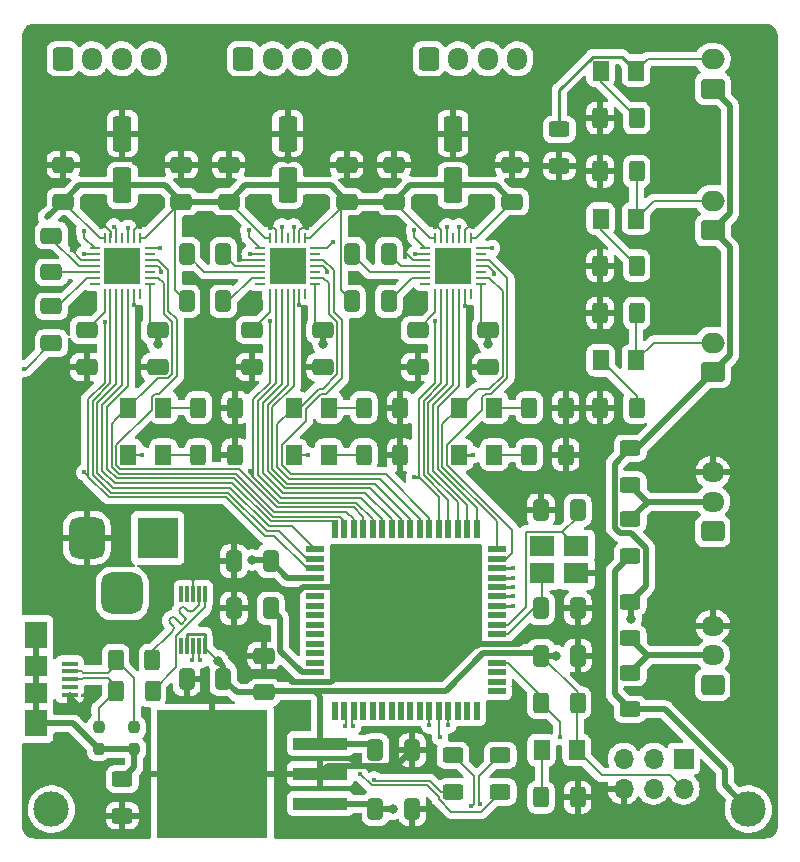
<source format=gbr>
%TF.GenerationSoftware,KiCad,Pcbnew,(6.0.4)*%
%TF.CreationDate,2022-04-20T22:20:39+02:00*%
%TF.ProjectId,coaster,636f6173-7465-4722-9e6b-696361645f70,rev?*%
%TF.SameCoordinates,Original*%
%TF.FileFunction,Copper,L1,Top*%
%TF.FilePolarity,Positive*%
%FSLAX46Y46*%
G04 Gerber Fmt 4.6, Leading zero omitted, Abs format (unit mm)*
G04 Created by KiCad (PCBNEW (6.0.4)) date 2022-04-20 22:20:39*
%MOMM*%
%LPD*%
G01*
G04 APERTURE LIST*
G04 Aperture macros list*
%AMRoundRect*
0 Rectangle with rounded corners*
0 $1 Rounding radius*
0 $2 $3 $4 $5 $6 $7 $8 $9 X,Y pos of 4 corners*
0 Add a 4 corners polygon primitive as box body*
4,1,4,$2,$3,$4,$5,$6,$7,$8,$9,$2,$3,0*
0 Add four circle primitives for the rounded corners*
1,1,$1+$1,$2,$3*
1,1,$1+$1,$4,$5*
1,1,$1+$1,$6,$7*
1,1,$1+$1,$8,$9*
0 Add four rect primitives between the rounded corners*
20,1,$1+$1,$2,$3,$4,$5,0*
20,1,$1+$1,$4,$5,$6,$7,0*
20,1,$1+$1,$6,$7,$8,$9,0*
20,1,$1+$1,$8,$9,$2,$3,0*%
G04 Aperture macros list end*
%TA.AperFunction,SMDPad,CuDef*%
%ADD10RoundRect,0.250000X0.625000X-0.400000X0.625000X0.400000X-0.625000X0.400000X-0.625000X-0.400000X0*%
%TD*%
%TA.AperFunction,SMDPad,CuDef*%
%ADD11RoundRect,0.250000X-0.650000X0.412500X-0.650000X-0.412500X0.650000X-0.412500X0.650000X0.412500X0*%
%TD*%
%TA.AperFunction,SMDPad,CuDef*%
%ADD12RoundRect,0.250000X0.650000X-0.412500X0.650000X0.412500X-0.650000X0.412500X-0.650000X-0.412500X0*%
%TD*%
%TA.AperFunction,SMDPad,CuDef*%
%ADD13RoundRect,0.250000X-0.412500X-0.650000X0.412500X-0.650000X0.412500X0.650000X-0.412500X0.650000X0*%
%TD*%
%TA.AperFunction,SMDPad,CuDef*%
%ADD14RoundRect,0.250000X-0.400000X-0.625000X0.400000X-0.625000X0.400000X0.625000X-0.400000X0.625000X0*%
%TD*%
%TA.AperFunction,SMDPad,CuDef*%
%ADD15RoundRect,0.250000X0.550000X-1.250000X0.550000X1.250000X-0.550000X1.250000X-0.550000X-1.250000X0*%
%TD*%
%TA.AperFunction,ComponentPad*%
%ADD16RoundRect,0.250000X-0.600000X-0.725000X0.600000X-0.725000X0.600000X0.725000X-0.600000X0.725000X0*%
%TD*%
%TA.AperFunction,ComponentPad*%
%ADD17O,1.700000X1.950000*%
%TD*%
%TA.AperFunction,SMDPad,CuDef*%
%ADD18RoundRect,0.250000X0.412500X0.650000X-0.412500X0.650000X-0.412500X-0.650000X0.412500X-0.650000X0*%
%TD*%
%TA.AperFunction,ComponentPad*%
%ADD19R,3.500000X3.500000*%
%TD*%
%TA.AperFunction,ComponentPad*%
%ADD20RoundRect,0.750000X-0.750000X-1.000000X0.750000X-1.000000X0.750000X1.000000X-0.750000X1.000000X0*%
%TD*%
%TA.AperFunction,ComponentPad*%
%ADD21RoundRect,0.875000X-0.875000X-0.875000X0.875000X-0.875000X0.875000X0.875000X-0.875000X0.875000X0*%
%TD*%
%TA.AperFunction,SMDPad,CuDef*%
%ADD22R,0.909599X0.254800*%
%TD*%
%TA.AperFunction,SMDPad,CuDef*%
%ADD23R,0.254800X0.909599*%
%TD*%
%TA.AperFunction,SMDPad,CuDef*%
%ADD24R,3.098800X3.098800*%
%TD*%
%TA.AperFunction,ComponentPad*%
%ADD25R,1.700000X1.700000*%
%TD*%
%TA.AperFunction,ComponentPad*%
%ADD26O,1.700000X1.700000*%
%TD*%
%TA.AperFunction,SMDPad,CuDef*%
%ADD27R,2.100000X1.800000*%
%TD*%
%TA.AperFunction,SMDPad,CuDef*%
%ADD28RoundRect,0.250001X0.462499X0.624999X-0.462499X0.624999X-0.462499X-0.624999X0.462499X-0.624999X0*%
%TD*%
%TA.AperFunction,SMDPad,CuDef*%
%ADD29RoundRect,0.250000X-0.625000X0.400000X-0.625000X-0.400000X0.625000X-0.400000X0.625000X0.400000X0*%
%TD*%
%TA.AperFunction,SMDPad,CuDef*%
%ADD30RoundRect,0.250001X-0.462499X-0.624999X0.462499X-0.624999X0.462499X0.624999X-0.462499X0.624999X0*%
%TD*%
%TA.AperFunction,SMDPad,CuDef*%
%ADD31RoundRect,0.250000X0.400000X0.625000X-0.400000X0.625000X-0.400000X-0.625000X0.400000X-0.625000X0*%
%TD*%
%TA.AperFunction,SMDPad,CuDef*%
%ADD32R,0.550000X1.500000*%
%TD*%
%TA.AperFunction,SMDPad,CuDef*%
%ADD33R,1.500000X0.550000*%
%TD*%
%TA.AperFunction,SMDPad,CuDef*%
%ADD34R,0.300000X1.400000*%
%TD*%
%TA.AperFunction,ComponentPad*%
%ADD35RoundRect,0.250000X0.750000X-0.600000X0.750000X0.600000X-0.750000X0.600000X-0.750000X-0.600000X0*%
%TD*%
%TA.AperFunction,ComponentPad*%
%ADD36O,2.000000X1.700000*%
%TD*%
%TA.AperFunction,SMDPad,CuDef*%
%ADD37RoundRect,0.237500X-0.237500X0.250000X-0.237500X-0.250000X0.237500X-0.250000X0.237500X0.250000X0*%
%TD*%
%TA.AperFunction,SMDPad,CuDef*%
%ADD38R,4.600000X1.100000*%
%TD*%
%TA.AperFunction,SMDPad,CuDef*%
%ADD39R,9.400000X10.800000*%
%TD*%
%TA.AperFunction,ComponentPad*%
%ADD40RoundRect,0.250000X0.725000X-0.600000X0.725000X0.600000X-0.725000X0.600000X-0.725000X-0.600000X0*%
%TD*%
%TA.AperFunction,ComponentPad*%
%ADD41O,1.950000X1.700000*%
%TD*%
%TA.AperFunction,SMDPad,CuDef*%
%ADD42R,1.400000X0.400000*%
%TD*%
%TA.AperFunction,SMDPad,CuDef*%
%ADD43R,1.900000X1.800000*%
%TD*%
%TA.AperFunction,SMDPad,CuDef*%
%ADD44R,1.900000X2.300000*%
%TD*%
%TA.AperFunction,ViaPad*%
%ADD45C,3.000000*%
%TD*%
%TA.AperFunction,ViaPad*%
%ADD46C,0.400000*%
%TD*%
%TA.AperFunction,ViaPad*%
%ADD47C,0.800000*%
%TD*%
%TA.AperFunction,Conductor*%
%ADD48C,0.200000*%
%TD*%
%TA.AperFunction,Conductor*%
%ADD49C,0.500000*%
%TD*%
%TA.AperFunction,Conductor*%
%ADD50C,0.250000*%
%TD*%
G04 APERTURE END LIST*
D10*
%TO.P,R20,1*%
%TO.N,Net-(J6-Pad2)*%
X159000000Y-77550000D03*
%TO.P,R20,2*%
%TO.N,/5V*%
X159000000Y-74450000D03*
%TD*%
D11*
%TO.P,C1,1*%
%TO.N,/5V*%
X147000000Y-64437500D03*
%TO.P,C1,2*%
%TO.N,GND*%
X147000000Y-67562500D03*
%TD*%
%TO.P,C20,1*%
%TO.N,Net-(C20-Pad1)*%
X127000000Y-64437500D03*
%TO.P,C20,2*%
%TO.N,GND*%
X127000000Y-67562500D03*
%TD*%
D12*
%TO.P,C29,1*%
%TO.N,/5V*%
X128000000Y-95125000D03*
%TO.P,C29,2*%
%TO.N,GND*%
X128000000Y-92000000D03*
%TD*%
D13*
%TO.P,C26,1*%
%TO.N,GND*%
X125437500Y-88000000D03*
%TO.P,C26,2*%
%TO.N,Net-(C26-Pad2)*%
X128562500Y-88000000D03*
%TD*%
D14*
%TO.P,R5,1*%
%TO.N,Net-(D2-Pad1)*%
X122450000Y-71000000D03*
%TO.P,R5,2*%
%TO.N,GND*%
X125550000Y-71000000D03*
%TD*%
D15*
%TO.P,C5,1*%
%TO.N,/9V*%
X130000000Y-52200000D03*
%TO.P,C5,2*%
%TO.N,GND*%
X130000000Y-47800000D03*
%TD*%
D11*
%TO.P,C11,1*%
%TO.N,Net-(C11-Pad1)*%
X110000000Y-62437500D03*
%TO.P,C11,2*%
%TO.N,/9V*%
X110000000Y-65562500D03*
%TD*%
D16*
%TO.P,J8,1,Pin_1*%
%TO.N,/M1BO2*%
X110950000Y-41475000D03*
D17*
%TO.P,J8,2,Pin_2*%
%TO.N,/M1BO1*%
X113450000Y-41475000D03*
%TO.P,J8,3,Pin_3*%
%TO.N,/M1AO1*%
X115950000Y-41475000D03*
%TO.P,J8,4,Pin_4*%
%TO.N,/M1AO2*%
X118450000Y-41475000D03*
%TD*%
D18*
%TO.P,C25,1*%
%TO.N,GND*%
X154562500Y-88000000D03*
%TO.P,C25,2*%
%TO.N,Net-(C25-Pad2)*%
X151437500Y-88000000D03*
%TD*%
D19*
%TO.P,J11,1*%
%TO.N,/9V*%
X119000000Y-82042500D03*
D20*
%TO.P,J11,2*%
%TO.N,GND*%
X113000000Y-82042500D03*
D21*
%TO.P,J11,3*%
%TO.N,N/C*%
X116000000Y-86742500D03*
%TD*%
D13*
%TO.P,C24,1*%
%TO.N,GND*%
X151437500Y-79700000D03*
%TO.P,C24,2*%
%TO.N,Net-(C24-Pad2)*%
X154562500Y-79700000D03*
%TD*%
D11*
%TO.P,C21,1*%
%TO.N,Net-(C21-Pad1)*%
X113000000Y-64437500D03*
%TO.P,C21,2*%
%TO.N,GND*%
X113000000Y-67562500D03*
%TD*%
D22*
%TO.P,U3,1,OB2*%
%TO.N,/M1BO2*%
X113652900Y-57500000D03*
%TO.P,U3,2,ENN*%
%TO.N,/M1EN*%
X113652900Y-57999999D03*
%TO.P,U3,3,GND*%
%TO.N,GND*%
X113652900Y-58500001D03*
%TO.P,U3,4,CPO*%
%TO.N,/M1CPO*%
X113652900Y-59000000D03*
%TO.P,U3,5,CPI*%
%TO.N,/M1CPI*%
X113652900Y-59499999D03*
%TO.P,U3,6,VCP*%
%TO.N,Net-(C11-Pad1)*%
X113652900Y-60000001D03*
%TO.P,U3,7,NC*%
%TO.N,unconnected-(U3-Pad7)*%
X113652900Y-60500000D03*
D23*
%TO.P,U3,8,5VOUT*%
%TO.N,Net-(C21-Pad1)*%
X114500000Y-61347100D03*
%TO.P,U3,9,MS1*%
%TO.N,/M1MS1*%
X114999999Y-61347100D03*
%TO.P,U3,10,MS2*%
%TO.N,/M1MS2*%
X115500001Y-61347100D03*
%TO.P,U3,11,DIAG*%
%TO.N,/M1DIAG*%
X116000000Y-61347100D03*
%TO.P,U3,12,INDEX*%
%TO.N,/M1INDEX*%
X116499999Y-61347100D03*
%TO.P,U3,13,CLK*%
%TO.N,GND*%
X117000001Y-61347100D03*
%TO.P,U3,14,PDN_UART*%
%TO.N,/M1PDN*%
X117500000Y-61347100D03*
D22*
%TO.P,U3,15,VCC_IO*%
%TO.N,/5V*%
X118347100Y-60500000D03*
%TO.P,U3,16,STEP*%
%TO.N,/M1STEP*%
X118347100Y-60000001D03*
%TO.P,U3,17,VREF*%
%TO.N,unconnected-(U3-Pad17)*%
X118347100Y-59499999D03*
%TO.P,U3,18,GND*%
%TO.N,GND*%
X118347100Y-59000000D03*
%TO.P,U3,19,DIR*%
%TO.N,/M1DIR*%
X118347100Y-58500001D03*
%TO.P,U3,20,NC*%
%TO.N,unconnected-(U3-Pad20)*%
X118347100Y-57999999D03*
%TO.P,U3,21,OA2*%
%TO.N,/M1AO2*%
X118347100Y-57500000D03*
D23*
%TO.P,U3,22,VS*%
%TO.N,/9V*%
X117500000Y-56652900D03*
%TO.P,U3,23,BRA*%
%TO.N,GND*%
X117000001Y-56652900D03*
%TO.P,U3,24,OA1*%
%TO.N,/M1AO1*%
X116499999Y-56652900D03*
%TO.P,U3,25,NC*%
%TO.N,unconnected-(U3-Pad25)*%
X116000000Y-56652900D03*
%TO.P,U3,26,OB1*%
%TO.N,/M1BO1*%
X115500001Y-56652900D03*
%TO.P,U3,27,BRB*%
%TO.N,GND*%
X114999999Y-56652900D03*
%TO.P,U3,28,VS*%
%TO.N,/9V*%
X114500000Y-56652900D03*
D24*
%TO.P,U3,29*%
%TO.N,N/C*%
X116000000Y-59000000D03*
%TD*%
D25*
%TO.P,J1,1,MISO*%
%TO.N,/MISO*%
X163525000Y-100725000D03*
D26*
%TO.P,J1,2,VCC*%
%TO.N,/5V*%
X163525000Y-103265000D03*
%TO.P,J1,3,SCK*%
%TO.N,/SCK*%
X160985000Y-100725000D03*
%TO.P,J1,4,MOSI*%
%TO.N,/MOSI*%
X160985000Y-103265000D03*
%TO.P,J1,5,~{RST}*%
%TO.N,/RESET*%
X158445000Y-100725000D03*
%TO.P,J1,6,GND*%
%TO.N,GND*%
X158445000Y-103265000D03*
%TD*%
D13*
%TO.P,C22,1*%
%TO.N,/9V*%
X137437500Y-105000000D03*
%TO.P,C22,2*%
%TO.N,GND*%
X140562500Y-105000000D03*
%TD*%
D11*
%TO.P,C3,1*%
%TO.N,/5V*%
X119000000Y-64437500D03*
%TO.P,C3,2*%
%TO.N,GND*%
X119000000Y-67562500D03*
%TD*%
D27*
%TO.P,Y1,1,IN/OUT*%
%TO.N,Net-(C24-Pad2)*%
X154450000Y-82750000D03*
%TO.P,Y1,2,GND*%
%TO.N,GND*%
X151550000Y-82750000D03*
%TO.P,Y1,3,OUT/IN*%
%TO.N,Net-(C25-Pad2)*%
X151550000Y-85050000D03*
%TO.P,Y1,4,GND*%
%TO.N,GND*%
X154450000Y-85050000D03*
%TD*%
D22*
%TO.P,U2,1,OB2*%
%TO.N,/M2BO2*%
X127652900Y-57500000D03*
%TO.P,U2,2,ENN*%
%TO.N,/M2EN*%
X127652900Y-57999999D03*
%TO.P,U2,3,GND*%
%TO.N,GND*%
X127652900Y-58500001D03*
%TO.P,U2,4,CPO*%
%TO.N,/M2CPO*%
X127652900Y-59000000D03*
%TO.P,U2,5,CPI*%
%TO.N,/M2CPI*%
X127652900Y-59499999D03*
%TO.P,U2,6,VCP*%
%TO.N,Net-(C9-Pad1)*%
X127652900Y-60000001D03*
%TO.P,U2,7,NC*%
%TO.N,unconnected-(U2-Pad7)*%
X127652900Y-60500000D03*
D23*
%TO.P,U2,8,5VOUT*%
%TO.N,Net-(C20-Pad1)*%
X128500000Y-61347100D03*
%TO.P,U2,9,MS1*%
%TO.N,/M2MS1*%
X128999999Y-61347100D03*
%TO.P,U2,10,MS2*%
%TO.N,/M2MS2*%
X129500001Y-61347100D03*
%TO.P,U2,11,DIAG*%
%TO.N,/M2DIAG*%
X130000000Y-61347100D03*
%TO.P,U2,12,INDEX*%
%TO.N,/M2INDEX*%
X130499999Y-61347100D03*
%TO.P,U2,13,CLK*%
%TO.N,GND*%
X131000001Y-61347100D03*
%TO.P,U2,14,PDN_UART*%
%TO.N,/M2PDN*%
X131500000Y-61347100D03*
D22*
%TO.P,U2,15,VCC_IO*%
%TO.N,/5V*%
X132347100Y-60500000D03*
%TO.P,U2,16,STEP*%
%TO.N,/M2STEP*%
X132347100Y-60000001D03*
%TO.P,U2,17,VREF*%
%TO.N,unconnected-(U2-Pad17)*%
X132347100Y-59499999D03*
%TO.P,U2,18,GND*%
%TO.N,GND*%
X132347100Y-59000000D03*
%TO.P,U2,19,DIR*%
%TO.N,/M2DIR*%
X132347100Y-58500001D03*
%TO.P,U2,20,NC*%
%TO.N,unconnected-(U2-Pad20)*%
X132347100Y-57999999D03*
%TO.P,U2,21,OA2*%
%TO.N,/M2AO2*%
X132347100Y-57500000D03*
D23*
%TO.P,U2,22,VS*%
%TO.N,/9V*%
X131500000Y-56652900D03*
%TO.P,U2,23,BRA*%
%TO.N,GND*%
X131000001Y-56652900D03*
%TO.P,U2,24,OA1*%
%TO.N,/M2AO1*%
X130499999Y-56652900D03*
%TO.P,U2,25,NC*%
%TO.N,unconnected-(U2-Pad25)*%
X130000000Y-56652900D03*
%TO.P,U2,26,OB1*%
%TO.N,/M2BO1*%
X129500001Y-56652900D03*
%TO.P,U2,27,BRB*%
%TO.N,GND*%
X128999999Y-56652900D03*
%TO.P,U2,28,VS*%
%TO.N,/9V*%
X128500000Y-56652900D03*
D24*
%TO.P,U2,29*%
%TO.N,N/C*%
X130000000Y-59000000D03*
%TD*%
D28*
%TO.P,D6,1,K*%
%TO.N,Net-(D6-Pad1)*%
X147487500Y-71000000D03*
%TO.P,D6,2,A*%
%TO.N,/M3STEP*%
X144512500Y-71000000D03*
%TD*%
D29*
%TO.P,FB2,1*%
%TO.N,/shield*%
X116000000Y-102450000D03*
%TO.P,FB2,2*%
%TO.N,GND*%
X116000000Y-105550000D03*
%TD*%
D30*
%TO.P,D8,1,K*%
%TO.N,Net-(D8-Pad1)*%
X156512500Y-42487500D03*
%TO.P,D8,2,A*%
%TO.N,/SW1*%
X159487500Y-42487500D03*
%TD*%
D13*
%TO.P,C27,1*%
%TO.N,GND*%
X125437500Y-84000000D03*
%TO.P,C27,2*%
%TO.N,/5V*%
X128562500Y-84000000D03*
%TD*%
D14*
%TO.P,R12,1*%
%TO.N,GND*%
X156450000Y-59000000D03*
%TO.P,R12,2*%
%TO.N,Net-(D9-Pad1)*%
X159550000Y-59000000D03*
%TD*%
D15*
%TO.P,C6,1*%
%TO.N,/9V*%
X116000000Y-52200000D03*
%TO.P,C6,2*%
%TO.N,GND*%
X116000000Y-47800000D03*
%TD*%
D18*
%TO.P,C7,1*%
%TO.N,Net-(C7-Pad1)*%
X138562500Y-62000000D03*
%TO.P,C7,2*%
%TO.N,/9V*%
X135437500Y-62000000D03*
%TD*%
D10*
%TO.P,R2,1*%
%TO.N,/UART_N*%
X144000000Y-103550000D03*
%TO.P,R2,2*%
%TO.N,/AUART_N*%
X144000000Y-100450000D03*
%TD*%
D18*
%TO.P,C9,1*%
%TO.N,Net-(C9-Pad1)*%
X124562500Y-62000000D03*
%TO.P,C9,2*%
%TO.N,/9V*%
X121437500Y-62000000D03*
%TD*%
D31*
%TO.P,R3,1*%
%TO.N,/5V*%
X154550000Y-96000000D03*
%TO.P,R3,2*%
%TO.N,/RESET*%
X151450000Y-96000000D03*
%TD*%
D15*
%TO.P,C4,1*%
%TO.N,/9V*%
X144000000Y-52200000D03*
%TO.P,C4,2*%
%TO.N,GND*%
X144000000Y-47800000D03*
%TD*%
D11*
%TO.P,C2,1*%
%TO.N,/5V*%
X133000000Y-64437500D03*
%TO.P,C2,2*%
%TO.N,GND*%
X133000000Y-67562500D03*
%TD*%
D12*
%TO.P,C18,1*%
%TO.N,/M1CPI*%
X110000000Y-59562500D03*
%TO.P,C18,2*%
%TO.N,/M1CPO*%
X110000000Y-56437500D03*
%TD*%
D14*
%TO.P,R4,1*%
%TO.N,Net-(D1-Pad1)*%
X122450000Y-75000000D03*
%TO.P,R4,2*%
%TO.N,GND*%
X125550000Y-75000000D03*
%TD*%
D16*
%TO.P,J9,1,Pin_1*%
%TO.N,/M2BO2*%
X126250000Y-41475000D03*
D17*
%TO.P,J9,2,Pin_2*%
%TO.N,/M2BO1*%
X128750000Y-41475000D03*
%TO.P,J9,3,Pin_3*%
%TO.N,/M2AO1*%
X131250000Y-41475000D03*
%TO.P,J9,4,Pin_4*%
%TO.N,/M2AO2*%
X133750000Y-41475000D03*
%TD*%
D31*
%TO.P,R15,1*%
%TO.N,/SW2*%
X159550000Y-51000000D03*
%TO.P,R15,2*%
%TO.N,GND*%
X156450000Y-51000000D03*
%TD*%
D10*
%TO.P,R1,1*%
%TO.N,/UART_P*%
X148000000Y-103550000D03*
%TO.P,R1,2*%
%TO.N,/AUART_P*%
X148000000Y-100450000D03*
%TD*%
D32*
%TO.P,U5,1,PG5*%
%TO.N,unconnected-(U5-Pad1)*%
X134000000Y-96700000D03*
%TO.P,U5,2,PE0*%
%TO.N,/AUART_P*%
X134800000Y-96700000D03*
%TO.P,U5,3,PE1*%
%TO.N,/AUART_N*%
X135600000Y-96700000D03*
%TO.P,U5,4,PE2*%
%TO.N,unconnected-(U5-Pad4)*%
X136400000Y-96700000D03*
%TO.P,U5,5,PE3*%
%TO.N,unconnected-(U5-Pad5)*%
X137200000Y-96700000D03*
%TO.P,U5,6,PE4*%
%TO.N,unconnected-(U5-Pad6)*%
X138000000Y-96700000D03*
%TO.P,U5,7,PE5*%
%TO.N,unconnected-(U5-Pad7)*%
X138800000Y-96700000D03*
%TO.P,U5,8,PE6*%
%TO.N,unconnected-(U5-Pad8)*%
X139600000Y-96700000D03*
%TO.P,U5,9,PE7*%
%TO.N,unconnected-(U5-Pad9)*%
X140400000Y-96700000D03*
%TO.P,U5,10,PB0*%
%TO.N,unconnected-(U5-Pad10)*%
X141200000Y-96700000D03*
%TO.P,U5,11,PB1*%
%TO.N,/SCK*%
X142000000Y-96700000D03*
%TO.P,U5,12,PB2*%
%TO.N,/MOSI*%
X142800000Y-96700000D03*
%TO.P,U5,13,PB3*%
%TO.N,/MISO*%
X143600000Y-96700000D03*
%TO.P,U5,14,PB4*%
%TO.N,unconnected-(U5-Pad14)*%
X144400000Y-96700000D03*
%TO.P,U5,15,PB5*%
%TO.N,unconnected-(U5-Pad15)*%
X145200000Y-96700000D03*
%TO.P,U5,16,PB6*%
%TO.N,unconnected-(U5-Pad16)*%
X146000000Y-96700000D03*
D33*
%TO.P,U5,17,PB7*%
%TO.N,unconnected-(U5-Pad17)*%
X147700000Y-95000000D03*
%TO.P,U5,18,PG3*%
%TO.N,unconnected-(U5-Pad18)*%
X147700000Y-94200000D03*
%TO.P,U5,19,PG4*%
%TO.N,unconnected-(U5-Pad19)*%
X147700000Y-93400000D03*
%TO.P,U5,20,~{RESET}*%
%TO.N,/RESET*%
X147700000Y-92600000D03*
%TO.P,U5,21,VCC*%
%TO.N,/5V*%
X147700000Y-91800000D03*
%TO.P,U5,22,GND*%
%TO.N,GND*%
X147700000Y-91000000D03*
%TO.P,U5,23,XTAL2*%
%TO.N,Net-(C25-Pad2)*%
X147700000Y-90200000D03*
%TO.P,U5,24,XTAL1*%
%TO.N,Net-(C24-Pad2)*%
X147700000Y-89400000D03*
%TO.P,U5,25,PD0*%
%TO.N,unconnected-(U5-Pad25)*%
X147700000Y-88600000D03*
%TO.P,U5,26,PD1*%
%TO.N,/S1*%
X147700000Y-87800000D03*
%TO.P,U5,27,PD2*%
%TO.N,/S2*%
X147700000Y-87000000D03*
%TO.P,U5,28,PD3*%
%TO.N,/SW3*%
X147700000Y-86200000D03*
%TO.P,U5,29,PD4*%
%TO.N,/SW2*%
X147700000Y-85400000D03*
%TO.P,U5,30,PD5*%
%TO.N,/SW1*%
X147700000Y-84600000D03*
%TO.P,U5,31,PD6*%
%TO.N,/M3DIR*%
X147700000Y-83800000D03*
%TO.P,U5,32,PD7*%
%TO.N,/M3STEP*%
X147700000Y-83000000D03*
D32*
%TO.P,U5,33,PG0*%
%TO.N,/M3INDEX*%
X146000000Y-81300000D03*
%TO.P,U5,34,PG1*%
%TO.N,/M3DIAG*%
X145200000Y-81300000D03*
%TO.P,U5,35,PC0*%
%TO.N,/M3MS2*%
X144400000Y-81300000D03*
%TO.P,U5,36,PC1*%
%TO.N,/M3MS1*%
X143600000Y-81300000D03*
%TO.P,U5,37,PC2*%
%TO.N,/M3EN*%
X142800000Y-81300000D03*
%TO.P,U5,38,PC3*%
%TO.N,/M2DIR*%
X142000000Y-81300000D03*
%TO.P,U5,39,PC4*%
%TO.N,/M2STEP*%
X141200000Y-81300000D03*
%TO.P,U5,40,PC5*%
%TO.N,/M2INDEX*%
X140400000Y-81300000D03*
%TO.P,U5,41,PC6*%
%TO.N,/M2DIAG*%
X139600000Y-81300000D03*
%TO.P,U5,42,PC7*%
%TO.N,/M2MS2*%
X138800000Y-81300000D03*
%TO.P,U5,43,PG2*%
%TO.N,/M2MS1*%
X138000000Y-81300000D03*
%TO.P,U5,44,PA7*%
%TO.N,/M2EN*%
X137200000Y-81300000D03*
%TO.P,U5,45,PA6*%
%TO.N,/M1DIR*%
X136400000Y-81300000D03*
%TO.P,U5,46,PA5*%
%TO.N,/M1STEP*%
X135600000Y-81300000D03*
%TO.P,U5,47,PA4*%
%TO.N,/M1INDEX*%
X134800000Y-81300000D03*
%TO.P,U5,48,PA3*%
%TO.N,/M1DIAG*%
X134000000Y-81300000D03*
D33*
%TO.P,U5,49,PA2*%
%TO.N,/M1MS2*%
X132300000Y-83000000D03*
%TO.P,U5,50,PA1*%
%TO.N,/M1MS1*%
X132300000Y-83800000D03*
%TO.P,U5,51,PA0*%
%TO.N,/M1EN*%
X132300000Y-84600000D03*
%TO.P,U5,52,VCC*%
%TO.N,/5V*%
X132300000Y-85400000D03*
%TO.P,U5,53,GND*%
%TO.N,GND*%
X132300000Y-86200000D03*
%TO.P,U5,54,PF7*%
%TO.N,unconnected-(U5-Pad54)*%
X132300000Y-87000000D03*
%TO.P,U5,55,PF6*%
%TO.N,unconnected-(U5-Pad55)*%
X132300000Y-87800000D03*
%TO.P,U5,56,PF5*%
%TO.N,unconnected-(U5-Pad56)*%
X132300000Y-88600000D03*
%TO.P,U5,57,PF4*%
%TO.N,unconnected-(U5-Pad57)*%
X132300000Y-89400000D03*
%TO.P,U5,58,PF3*%
%TO.N,unconnected-(U5-Pad58)*%
X132300000Y-90200000D03*
%TO.P,U5,59,PF2*%
%TO.N,unconnected-(U5-Pad59)*%
X132300000Y-91000000D03*
%TO.P,U5,60,PF1*%
%TO.N,unconnected-(U5-Pad60)*%
X132300000Y-91800000D03*
%TO.P,U5,61,PF0*%
%TO.N,unconnected-(U5-Pad61)*%
X132300000Y-92600000D03*
%TO.P,U5,62,AREF*%
%TO.N,Net-(C26-Pad2)*%
X132300000Y-93400000D03*
%TO.P,U5,63,GND*%
%TO.N,GND*%
X132300000Y-94200000D03*
%TO.P,U5,64,AVCC*%
%TO.N,/5V*%
X132300000Y-95000000D03*
%TD*%
D13*
%TO.P,C23,1*%
%TO.N,/5V*%
X137437500Y-100000000D03*
%TO.P,C23,2*%
%TO.N,GND*%
X140562500Y-100000000D03*
%TD*%
D14*
%TO.P,R9,1*%
%TO.N,Net-(D6-Pad1)*%
X150450000Y-71000000D03*
%TO.P,R9,2*%
%TO.N,GND*%
X153550000Y-71000000D03*
%TD*%
D11*
%TO.P,C19,1*%
%TO.N,Net-(C19-Pad1)*%
X141000000Y-64437500D03*
%TO.P,C19,2*%
%TO.N,GND*%
X141000000Y-67562500D03*
%TD*%
D13*
%TO.P,C17,1*%
%TO.N,/M2CPI*%
X121437500Y-58000000D03*
%TO.P,C17,2*%
%TO.N,/M2CPO*%
X124562500Y-58000000D03*
%TD*%
D34*
%TO.P,U6,1,UD+*%
%TO.N,/UD+*%
X123000000Y-86800000D03*
%TO.P,U6,2,UD-*%
%TO.N,/UD-*%
X122500000Y-86800000D03*
%TO.P,U6,3,GND*%
%TO.N,GND*%
X122000000Y-86800000D03*
%TO.P,U6,4,~{RTS}*%
%TO.N,/RTS*%
X121500000Y-86800000D03*
%TO.P,U6,5,~{CTS}*%
%TO.N,/CTS*%
X121000000Y-86800000D03*
%TO.P,U6,6,TNOW*%
%TO.N,/TNOW*%
X121000000Y-91200000D03*
%TO.P,U6,7,VCC*%
%TO.N,/5V*%
X121500000Y-91200000D03*
%TO.P,U6,8,TXD*%
%TO.N,/UART_N*%
X122000000Y-91200000D03*
%TO.P,U6,9,RXD*%
%TO.N,/UART_P*%
X122500000Y-91200000D03*
%TO.P,U6,10,V3*%
%TO.N,/5V*%
X123000000Y-91200000D03*
%TD*%
D14*
%TO.P,R7,1*%
%TO.N,Net-(D4-Pad1)*%
X136450000Y-71000000D03*
%TO.P,R7,2*%
%TO.N,GND*%
X139550000Y-71000000D03*
%TD*%
D12*
%TO.P,C14,1*%
%TO.N,/9V*%
X125000000Y-53562500D03*
%TO.P,C14,2*%
%TO.N,GND*%
X125000000Y-50437500D03*
%TD*%
D18*
%TO.P,C28,1*%
%TO.N,GND*%
X154562500Y-92000000D03*
%TO.P,C28,2*%
%TO.N,/5V*%
X151437500Y-92000000D03*
%TD*%
D35*
%TO.P,J3,1,Pin_1*%
%TO.N,/5V*%
X166000000Y-44000000D03*
D36*
%TO.P,J3,2,Pin_2*%
%TO.N,/SW1*%
X166000000Y-41500000D03*
%TD*%
D14*
%TO.P,R8,1*%
%TO.N,Net-(D5-Pad1)*%
X150450000Y-75000000D03*
%TO.P,R8,2*%
%TO.N,GND*%
X153550000Y-75000000D03*
%TD*%
D35*
%TO.P,J5,1,Pin_1*%
%TO.N,/5V*%
X166000000Y-68000000D03*
D36*
%TO.P,J5,2,Pin_2*%
%TO.N,/SW3*%
X166000000Y-65500000D03*
%TD*%
D35*
%TO.P,J4,1,Pin_1*%
%TO.N,/5V*%
X166000000Y-56000000D03*
D36*
%TO.P,J4,2,Pin_2*%
%TO.N,/SW2*%
X166000000Y-53500000D03*
%TD*%
D30*
%TO.P,D9,1,K*%
%TO.N,Net-(D9-Pad1)*%
X156512500Y-55000000D03*
%TO.P,D9,2,A*%
%TO.N,/SW2*%
X159487500Y-55000000D03*
%TD*%
D12*
%TO.P,C13,1*%
%TO.N,/9V*%
X149000000Y-53562500D03*
%TO.P,C13,2*%
%TO.N,GND*%
X149000000Y-50437500D03*
%TD*%
D28*
%TO.P,D3,1,K*%
%TO.N,Net-(D3-Pad1)*%
X133487500Y-75000000D03*
%TO.P,D3,2,A*%
%TO.N,/M2EN*%
X130512500Y-75000000D03*
%TD*%
D10*
%TO.P,R21,1*%
%TO.N,/9V*%
X159000000Y-96550000D03*
%TO.P,R21,2*%
%TO.N,Net-(J7-Pad2)*%
X159000000Y-93450000D03*
%TD*%
D28*
%TO.P,D4,1,K*%
%TO.N,Net-(D4-Pad1)*%
X133487500Y-71000000D03*
%TO.P,D4,2,A*%
%TO.N,/M2STEP*%
X130512500Y-71000000D03*
%TD*%
D14*
%TO.P,R10,1*%
%TO.N,Net-(D7-Pad1)*%
X151450000Y-104000000D03*
%TO.P,R10,2*%
%TO.N,GND*%
X154550000Y-104000000D03*
%TD*%
%TO.P,R18,1*%
%TO.N,/UUD-*%
X115450000Y-92380000D03*
%TO.P,R18,2*%
%TO.N,/UD-*%
X118550000Y-92380000D03*
%TD*%
D31*
%TO.P,R16,1*%
%TO.N,/SW3*%
X159550000Y-63000000D03*
%TO.P,R16,2*%
%TO.N,GND*%
X156450000Y-63000000D03*
%TD*%
D28*
%TO.P,D1,1,K*%
%TO.N,Net-(D1-Pad1)*%
X119487500Y-75000000D03*
%TO.P,D1,2,A*%
%TO.N,/M1EN*%
X116512500Y-75000000D03*
%TD*%
D37*
%TO.P,RV2,1*%
%TO.N,/UUD-*%
X117010000Y-98087500D03*
%TO.P,RV2,2*%
%TO.N,/shield*%
X117010000Y-99912500D03*
%TD*%
D38*
%TO.P,U4,1,IN*%
%TO.N,/9V*%
X132775000Y-104540000D03*
%TO.P,U4,2,GND*%
%TO.N,GND*%
X132775000Y-102000000D03*
D39*
X123625000Y-102000000D03*
D38*
%TO.P,U4,3,OUT*%
%TO.N,/5V*%
X132775000Y-99460000D03*
%TD*%
D40*
%TO.P,J7,1,Pin_1*%
%TO.N,/S1*%
X166000000Y-94475000D03*
D41*
%TO.P,J7,2,Pin_2*%
%TO.N,Net-(J7-Pad2)*%
X166000000Y-91975000D03*
%TO.P,J7,3,Pin_3*%
%TO.N,GND*%
X166000000Y-89475000D03*
%TD*%
D30*
%TO.P,D7,1,K*%
%TO.N,Net-(D7-Pad1)*%
X151512500Y-100000000D03*
%TO.P,D7,2,A*%
%TO.N,/5V*%
X154487500Y-100000000D03*
%TD*%
D28*
%TO.P,D5,1,K*%
%TO.N,Net-(D5-Pad1)*%
X147487500Y-75000000D03*
%TO.P,D5,2,A*%
%TO.N,/M3EN*%
X144512500Y-75000000D03*
%TD*%
D42*
%TO.P,J2,1,VBUS*%
%TO.N,unconnected-(J2-Pad1)*%
X111550000Y-92700000D03*
%TO.P,J2,2,D-*%
%TO.N,/UUD-*%
X111550000Y-93350000D03*
%TO.P,J2,3,D+*%
%TO.N,/UUD+*%
X111550000Y-94000000D03*
%TO.P,J2,4,ID*%
%TO.N,unconnected-(J2-Pad4)*%
X111550000Y-94650000D03*
%TO.P,J2,5,GND*%
%TO.N,GND*%
X111550000Y-95300000D03*
D43*
%TO.P,J2,6,Shield*%
%TO.N,/shield*%
X108700000Y-95150000D03*
D44*
X108700000Y-97750000D03*
X108700000Y-90250000D03*
D43*
X108700000Y-92850000D03*
%TD*%
D14*
%TO.P,R6,1*%
%TO.N,Net-(D3-Pad1)*%
X136450000Y-75000000D03*
%TO.P,R6,2*%
%TO.N,GND*%
X139550000Y-75000000D03*
%TD*%
D12*
%TO.P,C10,1*%
%TO.N,/9V*%
X135000000Y-53562500D03*
%TO.P,C10,2*%
%TO.N,GND*%
X135000000Y-50437500D03*
%TD*%
D14*
%TO.P,R13,1*%
%TO.N,GND*%
X156450000Y-71000000D03*
%TO.P,R13,2*%
%TO.N,Net-(D10-Pad1)*%
X159550000Y-71000000D03*
%TD*%
D37*
%TO.P,RV1,1*%
%TO.N,/UUD+*%
X114000000Y-98087500D03*
%TO.P,RV1,2*%
%TO.N,/shield*%
X114000000Y-99912500D03*
%TD*%
D12*
%TO.P,C8,1*%
%TO.N,/9V*%
X139000000Y-53562500D03*
%TO.P,C8,2*%
%TO.N,GND*%
X139000000Y-50437500D03*
%TD*%
%TO.P,C15,1*%
%TO.N,/9V*%
X111000000Y-53562500D03*
%TO.P,C15,2*%
%TO.N,GND*%
X111000000Y-50437500D03*
%TD*%
D28*
%TO.P,D2,1,K*%
%TO.N,Net-(D2-Pad1)*%
X119487500Y-71000000D03*
%TO.P,D2,2,A*%
%TO.N,/M1STEP*%
X116512500Y-71000000D03*
%TD*%
D16*
%TO.P,J10,1,Pin_1*%
%TO.N,/M3BO2*%
X141950000Y-41475000D03*
D17*
%TO.P,J10,2,Pin_2*%
%TO.N,/M3BO1*%
X144450000Y-41475000D03*
%TO.P,J10,3,Pin_3*%
%TO.N,/M3AO1*%
X146950000Y-41475000D03*
%TO.P,J10,4,Pin_4*%
%TO.N,/M3AO2*%
X149450000Y-41475000D03*
%TD*%
D12*
%TO.P,C12,1*%
%TO.N,/9V*%
X121000000Y-53562500D03*
%TO.P,C12,2*%
%TO.N,GND*%
X121000000Y-50437500D03*
%TD*%
D18*
%TO.P,C30,1*%
%TO.N,/5V*%
X124562500Y-94000000D03*
%TO.P,C30,2*%
%TO.N,GND*%
X121437500Y-94000000D03*
%TD*%
D10*
%TO.P,R22,1*%
%TO.N,Net-(J7-Pad2)*%
X159000000Y-90550000D03*
%TO.P,R22,2*%
%TO.N,/5V*%
X159000000Y-87450000D03*
%TD*%
D14*
%TO.P,R11,1*%
%TO.N,GND*%
X156450000Y-46487500D03*
%TO.P,R11,2*%
%TO.N,Net-(D8-Pad1)*%
X159550000Y-46487500D03*
%TD*%
D40*
%TO.P,J6,1,Pin_1*%
%TO.N,/S2*%
X166000000Y-81475000D03*
D41*
%TO.P,J6,2,Pin_2*%
%TO.N,Net-(J6-Pad2)*%
X166000000Y-78975000D03*
%TO.P,J6,3,Pin_3*%
%TO.N,GND*%
X166000000Y-76475000D03*
%TD*%
D14*
%TO.P,R17,1*%
%TO.N,/UUD+*%
X115460000Y-94980000D03*
%TO.P,R17,2*%
%TO.N,/UD+*%
X118560000Y-94980000D03*
%TD*%
D10*
%TO.P,R19,1*%
%TO.N,/9V*%
X159000000Y-83550000D03*
%TO.P,R19,2*%
%TO.N,Net-(J6-Pad2)*%
X159000000Y-80450000D03*
%TD*%
D22*
%TO.P,U1,1,OB2*%
%TO.N,/M3BO2*%
X141652900Y-57500000D03*
%TO.P,U1,2,ENN*%
%TO.N,/M3EN*%
X141652900Y-57999999D03*
%TO.P,U1,3,GND*%
%TO.N,GND*%
X141652900Y-58500001D03*
%TO.P,U1,4,CPO*%
%TO.N,/M3CPO*%
X141652900Y-59000000D03*
%TO.P,U1,5,CPI*%
%TO.N,/M3CPI*%
X141652900Y-59499999D03*
%TO.P,U1,6,VCP*%
%TO.N,Net-(C7-Pad1)*%
X141652900Y-60000001D03*
%TO.P,U1,7,NC*%
%TO.N,unconnected-(U1-Pad7)*%
X141652900Y-60500000D03*
D23*
%TO.P,U1,8,5VOUT*%
%TO.N,Net-(C19-Pad1)*%
X142500000Y-61347100D03*
%TO.P,U1,9,MS1*%
%TO.N,/M3MS1*%
X142999999Y-61347100D03*
%TO.P,U1,10,MS2*%
%TO.N,/M3MS2*%
X143500001Y-61347100D03*
%TO.P,U1,11,DIAG*%
%TO.N,/M3DIAG*%
X144000000Y-61347100D03*
%TO.P,U1,12,INDEX*%
%TO.N,/M3INDEX*%
X144499999Y-61347100D03*
%TO.P,U1,13,CLK*%
%TO.N,GND*%
X145000001Y-61347100D03*
%TO.P,U1,14,PDN_UART*%
%TO.N,/M3PDN*%
X145500000Y-61347100D03*
D22*
%TO.P,U1,15,VCC_IO*%
%TO.N,/5V*%
X146347100Y-60500000D03*
%TO.P,U1,16,STEP*%
%TO.N,/M3STEP*%
X146347100Y-60000001D03*
%TO.P,U1,17,VREF*%
%TO.N,unconnected-(U1-Pad17)*%
X146347100Y-59499999D03*
%TO.P,U1,18,GND*%
%TO.N,GND*%
X146347100Y-59000000D03*
%TO.P,U1,19,DIR*%
%TO.N,/M3DIR*%
X146347100Y-58500001D03*
%TO.P,U1,20,NC*%
%TO.N,unconnected-(U1-Pad20)*%
X146347100Y-57999999D03*
%TO.P,U1,21,OA2*%
%TO.N,/M3AO2*%
X146347100Y-57500000D03*
D23*
%TO.P,U1,22,VS*%
%TO.N,/9V*%
X145500000Y-56652900D03*
%TO.P,U1,23,BRA*%
%TO.N,GND*%
X145000001Y-56652900D03*
%TO.P,U1,24,OA1*%
%TO.N,/M3AO1*%
X144499999Y-56652900D03*
%TO.P,U1,25,NC*%
%TO.N,unconnected-(U1-Pad25)*%
X144000000Y-56652900D03*
%TO.P,U1,26,OB1*%
%TO.N,/M3BO1*%
X143500001Y-56652900D03*
%TO.P,U1,27,BRB*%
%TO.N,GND*%
X142999999Y-56652900D03*
%TO.P,U1,28,VS*%
%TO.N,/9V*%
X142500000Y-56652900D03*
D24*
%TO.P,U1,29*%
%TO.N,N/C*%
X144000000Y-59000000D03*
%TD*%
D29*
%TO.P,R14,1*%
%TO.N,/SW1*%
X153000000Y-47450000D03*
%TO.P,R14,2*%
%TO.N,GND*%
X153000000Y-50550000D03*
%TD*%
D13*
%TO.P,C16,1*%
%TO.N,/M3CPI*%
X135437500Y-58000000D03*
%TO.P,C16,2*%
%TO.N,/M3CPO*%
X138562500Y-58000000D03*
%TD*%
D30*
%TO.P,D10,1,K*%
%TO.N,Net-(D10-Pad1)*%
X156512500Y-67000000D03*
%TO.P,D10,2,A*%
%TO.N,/SW3*%
X159487500Y-67000000D03*
%TD*%
D45*
%TO.N,GND*%
X110400000Y-47400000D03*
D46*
X142500000Y-55700000D03*
X145000000Y-62400000D03*
D47*
X121700000Y-60000000D03*
D46*
X139900000Y-57800000D03*
X117500000Y-55700000D03*
X145700000Y-55700000D03*
X119310961Y-59489040D03*
X133310961Y-59489040D03*
X125900000Y-58500000D03*
D47*
X137000000Y-50400000D03*
D46*
X131600000Y-55798599D03*
D45*
X162000000Y-49000000D03*
D47*
X135600000Y-60000000D03*
D46*
X111703200Y-57696800D03*
D47*
X146000000Y-91000000D03*
D46*
X114200000Y-55700000D03*
D47*
X130000000Y-50000000D03*
X118000000Y-102000000D03*
X151000000Y-50500000D03*
D46*
X147510961Y-59689040D03*
D47*
X117200000Y-50100000D03*
D46*
X117000000Y-62300000D03*
D47*
X113000000Y-97000000D03*
X123000000Y-50400000D03*
D46*
X128500000Y-55798599D03*
X131000000Y-62300000D03*
D47*
%TO.N,/5V*%
X119000000Y-65600000D03*
X133000000Y-65600000D03*
X152700000Y-92000000D03*
X127000000Y-83900000D03*
X124074755Y-92425245D03*
X147000000Y-65600000D03*
X159100000Y-88900000D03*
D46*
%TO.N,/9V*%
X107700000Y-67700000D03*
D45*
X110000000Y-105000000D03*
X169000000Y-105000000D03*
D46*
X109600000Y-54900000D03*
D47*
X138900000Y-105000000D03*
D46*
%TO.N,/MISO*%
X143600000Y-97900000D03*
%TO.N,/SCK*%
X142000000Y-97900000D03*
%TO.N,/MOSI*%
X142900000Y-98899011D03*
%TO.N,/RESET*%
X153100000Y-98899500D03*
%TO.N,/M1BO2*%
X112765550Y-56034450D03*
%TO.N,/M1BO1*%
X115300000Y-55700000D03*
%TO.N,/M1AO2*%
X119200000Y-57500000D03*
%TO.N,/M1AO1*%
X116500000Y-55800000D03*
%TO.N,/M2BO2*%
X126700000Y-56000000D03*
%TO.N,/M2BO1*%
X129500000Y-55700000D03*
%TO.N,/M2AO2*%
X133800000Y-57000000D03*
%TO.N,/M2AO1*%
X130500000Y-55700000D03*
%TO.N,/M1EN*%
X114500499Y-63800000D03*
X112800000Y-58000000D03*
X117700000Y-75000000D03*
X112800000Y-76500000D03*
%TO.N,/M3EN*%
X142500000Y-63700000D03*
X145700000Y-75000000D03*
X140800000Y-58000000D03*
X140700000Y-76900000D03*
%TO.N,/M2EN*%
X128500000Y-63700000D03*
X126790685Y-76409315D03*
X131700000Y-75000000D03*
X126800000Y-58000000D03*
%TO.N,/M3BO2*%
X140700000Y-56000000D03*
%TO.N,/M3AO2*%
X147300000Y-57500000D03*
%TO.N,/M3AO1*%
X144500000Y-55700000D03*
%TO.N,/M3BO1*%
X143500000Y-55700000D03*
%TO.N,/SW1*%
X149100000Y-84600000D03*
%TO.N,/SW2*%
X149100000Y-85400000D03*
%TO.N,/SW3*%
X149100000Y-86200000D03*
%TO.N,/S1*%
X149100000Y-87800000D03*
%TO.N,/S2*%
X149100000Y-87000000D03*
%TO.N,/AUART_P*%
X146300000Y-104600000D03*
X134850000Y-97960996D03*
%TO.N,/AUART_N*%
X135550000Y-97960996D03*
X145525008Y-104725008D03*
%TO.N,/UART_N*%
X121900000Y-92385289D03*
X137337692Y-102500500D03*
%TO.N,/UART_P*%
X136100000Y-102000500D03*
X122600000Y-92385289D03*
%TD*%
D48*
%TO.N,GND*%
X117271679Y-55700000D02*
X117500000Y-55700000D01*
X139900000Y-57806416D02*
X139900000Y-57800000D01*
X140593585Y-58500001D02*
X139900000Y-57806416D01*
D49*
X133700000Y-94200000D02*
X134100000Y-93800000D01*
D48*
X146347100Y-59000000D02*
X146963315Y-59000000D01*
X114999999Y-56652900D02*
X115073090Y-56579809D01*
X142999999Y-56652900D02*
X142999999Y-55971678D01*
X112506401Y-58500001D02*
X111703200Y-57696800D01*
X132981658Y-59018343D02*
X133310961Y-59347646D01*
X145000001Y-55971678D02*
X145271679Y-55700000D01*
X115073090Y-56179506D02*
X114593584Y-55700000D01*
X147381658Y-59418343D02*
X147510961Y-59547646D01*
X113652900Y-58500001D02*
X112506401Y-58500001D01*
D49*
X149600000Y-91000000D02*
X150100000Y-90500000D01*
D48*
X131000001Y-56652900D02*
X131000001Y-55971678D01*
D49*
X140562500Y-100000000D02*
X139211511Y-101350989D01*
X132300000Y-94200000D02*
X130400000Y-94200000D01*
D48*
X146963315Y-59000000D02*
X147381658Y-59418343D01*
X131000001Y-55971678D02*
X131173080Y-55798599D01*
X119310961Y-59347646D02*
X119310961Y-59489040D01*
X145271679Y-55700000D02*
X145700000Y-55700000D01*
X127652900Y-58500001D02*
X125900000Y-58500000D01*
X117000001Y-55971678D02*
X117271679Y-55700000D01*
D49*
X111550000Y-95300000D02*
X111550000Y-95550000D01*
D48*
X115073090Y-56579809D02*
X115073090Y-56179506D01*
X128999999Y-55971678D02*
X128826920Y-55798599D01*
D49*
X139211511Y-101350989D02*
X133424011Y-101350989D01*
D48*
X118963315Y-59000000D02*
X119081658Y-59118343D01*
X142999999Y-55971678D02*
X142728321Y-55700000D01*
D49*
X132300000Y-86200000D02*
X134300000Y-86200000D01*
D48*
X128826920Y-55798599D02*
X128500000Y-55798599D01*
X118347100Y-59000000D02*
X118963315Y-59000000D01*
X131173080Y-55798599D02*
X131600000Y-55798599D01*
X128999999Y-56652900D02*
X128999999Y-55971678D01*
D49*
X111550000Y-95550000D02*
X112000000Y-96000000D01*
D48*
X145000001Y-61347100D02*
X145000000Y-62400000D01*
D49*
X131327138Y-86200000D02*
X130527138Y-87000000D01*
D48*
X132347100Y-59000000D02*
X132963315Y-59000000D01*
X132963315Y-59000000D02*
X132981658Y-59018343D01*
X114593584Y-55700000D02*
X114200000Y-55700000D01*
X147510961Y-59547646D02*
X147510961Y-59689040D01*
X145000001Y-56652900D02*
X145000001Y-55971678D01*
D49*
X147700000Y-91000000D02*
X146000000Y-91000000D01*
D48*
X141652900Y-58500001D02*
X140593585Y-58500001D01*
X122000000Y-86800000D02*
X122000000Y-85300000D01*
D49*
X130527138Y-87000000D02*
X130500000Y-87000000D01*
D48*
X119081658Y-59118343D02*
X119310961Y-59347646D01*
X133310961Y-59347646D02*
X133310961Y-59489040D01*
D49*
X132300000Y-86200000D02*
X131327138Y-86200000D01*
D48*
X142728321Y-55700000D02*
X142500000Y-55700000D01*
X131000001Y-61347100D02*
X131000000Y-62300000D01*
D49*
X112000000Y-96000000D02*
X113000000Y-97000000D01*
X132300000Y-94200000D02*
X133700000Y-94200000D01*
D48*
X117000001Y-61347100D02*
X117000000Y-62300000D01*
D49*
X130400000Y-94200000D02*
X130000000Y-93800000D01*
X147700000Y-91000000D02*
X149600000Y-91000000D01*
D48*
X117000001Y-56652900D02*
X117000001Y-55971678D01*
D49*
X133424011Y-101350989D02*
X132775000Y-102000000D01*
D48*
%TO.N,Net-(C7-Pad1)*%
X140562499Y-60000001D02*
X138562500Y-62000000D01*
X141652900Y-60000001D02*
X140562499Y-60000001D01*
D50*
%TO.N,/5V*%
X122974511Y-90175489D02*
X121525489Y-90175489D01*
D49*
X128000000Y-95125000D02*
X125687500Y-95125000D01*
X157675480Y-75774520D02*
X157675480Y-81175480D01*
X160324520Y-82860250D02*
X160324520Y-86125480D01*
D48*
X154550000Y-96000000D02*
X154550000Y-95112500D01*
D49*
X132300000Y-95000000D02*
X143375978Y-95000000D01*
D48*
X154487500Y-100000000D02*
X156602989Y-102115489D01*
D49*
X159100000Y-87550000D02*
X159000000Y-87450000D01*
X124562500Y-92912990D02*
X124074755Y-92425245D01*
D48*
X132347100Y-63784600D02*
X132347100Y-60500000D01*
D49*
X152700000Y-92000000D02*
X151437500Y-92000000D01*
X132300000Y-95000000D02*
X128437500Y-95000000D01*
D48*
X154487500Y-100000000D02*
X154487500Y-96062500D01*
X154487500Y-96062500D02*
X154550000Y-96000000D01*
X156602989Y-102115489D02*
X162375489Y-102115489D01*
D49*
X167449520Y-45449520D02*
X167449520Y-54550480D01*
X159100000Y-88900000D02*
X159100000Y-87550000D01*
X129962500Y-85400000D02*
X128562500Y-84000000D01*
D48*
X119000000Y-64437500D02*
X118347100Y-63784600D01*
D49*
X159550000Y-74450000D02*
X159000000Y-74450000D01*
X166000000Y-68000000D02*
X159550000Y-74450000D01*
X132300000Y-85400000D02*
X129962500Y-85400000D01*
X167449520Y-66550480D02*
X166000000Y-68000000D01*
X133000000Y-64437500D02*
X133000000Y-65600000D01*
D48*
X162375489Y-102115489D02*
X163525000Y-103265000D01*
X133000000Y-64437500D02*
X132347100Y-63784600D01*
X146347100Y-63784600D02*
X146347100Y-60500000D01*
X154550000Y-95112500D02*
X151437500Y-92000000D01*
D49*
X128462500Y-83900000D02*
X128562500Y-84000000D01*
X147700000Y-91800000D02*
X151237500Y-91800000D01*
X160324520Y-86125480D02*
X159000000Y-87450000D01*
X159000000Y-74450000D02*
X157675480Y-75774520D01*
X119000000Y-65600000D02*
X119000000Y-64437500D01*
D48*
X118347100Y-63784600D02*
X118347100Y-60500000D01*
D50*
X123000000Y-90200978D02*
X122974511Y-90175489D01*
D49*
X151237500Y-91800000D02*
X151437500Y-92000000D01*
X167449520Y-54550480D02*
X166000000Y-56000000D01*
X167449520Y-57449520D02*
X167449520Y-66550480D01*
X132775000Y-99460000D02*
X136897500Y-99460000D01*
X125687500Y-95125000D02*
X124562500Y-94000000D01*
D50*
X123000000Y-91200000D02*
X123000000Y-90200978D01*
D49*
X128437500Y-95000000D02*
X128000000Y-95437500D01*
X166000000Y-56000000D02*
X167449520Y-57449520D01*
X127000000Y-83900000D02*
X128462500Y-83900000D01*
X136897500Y-99460000D02*
X137437500Y-100000000D01*
X159064270Y-81600000D02*
X160324520Y-82860250D01*
X128500000Y-94937500D02*
X128000000Y-95437500D01*
X157675480Y-81175480D02*
X158100000Y-81600000D01*
X132775000Y-95475000D02*
X132300000Y-95000000D01*
X124562500Y-94000000D02*
X124562500Y-92912990D01*
X143375978Y-95000000D02*
X146575978Y-91800000D01*
D50*
X121525489Y-90175489D02*
X121500000Y-90200978D01*
D49*
X166000000Y-44000000D02*
X167449520Y-45449520D01*
X132775000Y-99460000D02*
X132775000Y-95475000D01*
D48*
X124074755Y-92425245D02*
X122949511Y-91300000D01*
D50*
X121500000Y-90200978D02*
X121500000Y-91200000D01*
D49*
X147000000Y-64437500D02*
X147000000Y-65600000D01*
X158100000Y-81600000D02*
X159064270Y-81600000D01*
X146575978Y-91800000D02*
X147700000Y-91800000D01*
D48*
X147000000Y-64437500D02*
X146347100Y-63784600D01*
%TO.N,/9V*%
X117909600Y-56652900D02*
X121000000Y-53562500D01*
D49*
X119637500Y-52200000D02*
X121000000Y-53562500D01*
X144000000Y-52200000D02*
X147637500Y-52200000D01*
D48*
X120475480Y-61037980D02*
X120475480Y-54087020D01*
D49*
X112362500Y-52200000D02*
X111000000Y-53562500D01*
D48*
X114500000Y-56652900D02*
X114090400Y-56652900D01*
D49*
X135000000Y-53562500D02*
X139000000Y-53562500D01*
D48*
X142500000Y-56652900D02*
X142090400Y-56652900D01*
D49*
X161949022Y-96550000D02*
X167000000Y-101600978D01*
D48*
X117500000Y-56652900D02*
X117909600Y-56652900D01*
X128090400Y-56652900D02*
X125000000Y-53562500D01*
X135437500Y-62000000D02*
X134475480Y-61037980D01*
D49*
X139000000Y-53562500D02*
X140362500Y-52200000D01*
X116000000Y-52200000D02*
X112362500Y-52200000D01*
X116000000Y-52200000D02*
X119637500Y-52200000D01*
X167000000Y-103000000D02*
X167000000Y-101600978D01*
D48*
X114090400Y-56652900D02*
X111000000Y-53562500D01*
D49*
X130000000Y-52200000D02*
X133637500Y-52200000D01*
X147637500Y-52200000D02*
X149000000Y-53562500D01*
D48*
X120475480Y-54087020D02*
X121000000Y-53562500D01*
X128500000Y-56652900D02*
X128090400Y-56652900D01*
D49*
X157675480Y-84874520D02*
X159000000Y-83550000D01*
D48*
X134475480Y-61037980D02*
X134475480Y-54087020D01*
D49*
X159000000Y-96550000D02*
X157675480Y-95225480D01*
D48*
X134475480Y-54087020D02*
X135000000Y-53562500D01*
D49*
X133637500Y-52200000D02*
X135000000Y-53562500D01*
X136977500Y-104540000D02*
X137437500Y-105000000D01*
X109600000Y-54900000D02*
X109662500Y-54900000D01*
D48*
X107862500Y-67700000D02*
X107700000Y-67700000D01*
D49*
X109662500Y-54900000D02*
X111000000Y-53562500D01*
D48*
X145500000Y-56652900D02*
X145909600Y-56652900D01*
D49*
X137437500Y-105000000D02*
X138900000Y-105000000D01*
D48*
X142090400Y-56652900D02*
X139000000Y-53562500D01*
D49*
X132775000Y-104540000D02*
X136977500Y-104540000D01*
X130000000Y-52200000D02*
X126362500Y-52200000D01*
X159000000Y-96550000D02*
X161949022Y-96550000D01*
X140362500Y-52200000D02*
X144000000Y-52200000D01*
D48*
X121437500Y-62000000D02*
X120475480Y-61037980D01*
X131500000Y-56652900D02*
X131909600Y-56652900D01*
D49*
X125000000Y-53562500D02*
X121000000Y-53562500D01*
X169000000Y-105000000D02*
X167000000Y-103000000D01*
D48*
X131909600Y-56652900D02*
X135000000Y-53562500D01*
D49*
X157675480Y-95225480D02*
X157675480Y-84874520D01*
D48*
X110000000Y-65562500D02*
X107862500Y-67700000D01*
X145909600Y-56652900D02*
X149000000Y-53562500D01*
D49*
X126362500Y-52200000D02*
X125000000Y-53562500D01*
D48*
%TO.N,/MISO*%
X143600000Y-96700000D02*
X143600000Y-97900000D01*
%TO.N,/SCK*%
X142000000Y-96700000D02*
X142000000Y-97900000D01*
%TO.N,/MOSI*%
X142800000Y-96700000D02*
X142800000Y-98799011D01*
X142800000Y-98799011D02*
X142900000Y-98899011D01*
%TO.N,/RESET*%
X151450000Y-95400000D02*
X151450000Y-96000000D01*
X153100000Y-97650000D02*
X153100000Y-98899500D01*
X147700000Y-92600000D02*
X148650000Y-92600000D01*
X148650000Y-92600000D02*
X151450000Y-95400000D01*
X151450000Y-96000000D02*
X153100000Y-97650000D01*
%TO.N,/M1BO2*%
X112765550Y-56034450D02*
X112765550Y-56612650D01*
X112765550Y-56612650D02*
X113652900Y-57500000D01*
%TO.N,/M1BO1*%
X115500001Y-56652900D02*
X115500001Y-55900001D01*
X115500001Y-55900001D02*
X115300000Y-55700000D01*
%TO.N,/M1AO2*%
X118347100Y-57500000D02*
X119200000Y-57500000D01*
%TO.N,/M1AO1*%
X116499999Y-56652900D02*
X116500000Y-55800000D01*
%TO.N,/M2BO2*%
X126700000Y-56000000D02*
X126700000Y-56547100D01*
X126700000Y-56547100D02*
X127652900Y-57500000D01*
%TO.N,/M2BO1*%
X129500001Y-56652900D02*
X129500000Y-55700000D01*
%TO.N,/M2AO2*%
X133300000Y-57500000D02*
X133800000Y-57000000D01*
X132347100Y-57500000D02*
X133300000Y-57500000D01*
%TO.N,/M2AO1*%
X130499999Y-56652900D02*
X130500000Y-55700000D01*
%TO.N,/UD-*%
X120967680Y-89289005D02*
X120500642Y-88821968D01*
X121391944Y-88935450D02*
X121391944Y-88935451D01*
X120924908Y-88397701D02*
X121144456Y-88617249D01*
X119836195Y-90349777D02*
X118550000Y-91635972D01*
X120967682Y-89289004D02*
X120967680Y-89289005D01*
X122500000Y-86800000D02*
X122500000Y-87685972D01*
X121144456Y-88617249D02*
X121391945Y-88864739D01*
X120076378Y-89246232D02*
X120295926Y-89465780D01*
X118550000Y-91635972D02*
X118550000Y-92380000D01*
X121568721Y-88192986D02*
X121349172Y-87973437D01*
X121391944Y-88935451D02*
X121038392Y-89289004D01*
X121568720Y-88192986D02*
X121568721Y-88192986D01*
X120295926Y-89890044D02*
X119836195Y-90349777D01*
X122500000Y-87685972D02*
X121992986Y-88192986D01*
X121391950Y-88935456D02*
G75*
G03*
X121391945Y-88864739I-35350J35356D01*
G01*
X120924909Y-87973438D02*
G75*
G02*
X121349171Y-87973438I212131J-212131D01*
G01*
X120076379Y-88821969D02*
G75*
G02*
X120500641Y-88821969I212131J-212131D01*
G01*
X120967682Y-89289004D02*
G75*
G03*
X121038392Y-89289004I35355J35353D01*
G01*
X121568720Y-88192986D02*
G75*
G03*
X121992986Y-88192986I212133J212134D01*
G01*
X120076379Y-89246231D02*
G75*
G02*
X120076379Y-88821969I212121J212131D01*
G01*
X120295914Y-89890032D02*
G75*
G03*
X120295926Y-89465780I-212114J212132D01*
G01*
X120924877Y-88397732D02*
G75*
G02*
X120924908Y-87973437I212123J212132D01*
G01*
%TO.N,/UD+*%
X120550489Y-90349511D02*
X123000000Y-87900000D01*
X120550489Y-92989511D02*
X120550489Y-90349511D01*
X118560000Y-94980000D02*
X120550489Y-92989511D01*
X123000000Y-87900000D02*
X123000000Y-86800000D01*
%TO.N,/M1EN*%
X113100000Y-70287838D02*
X113100000Y-76842174D01*
X128848568Y-81848568D02*
X131600000Y-84600000D01*
X131600000Y-84600000D02*
X132300000Y-84600000D01*
X113100000Y-76800000D02*
X112800000Y-76500000D01*
X117700000Y-75000000D02*
X116512500Y-75000000D01*
X113100000Y-76842174D02*
X113100000Y-76800000D01*
X113100000Y-76842174D02*
X114857826Y-78600000D01*
X128058532Y-81848568D02*
X128848568Y-81848568D01*
X113652900Y-57999999D02*
X112800000Y-58000000D01*
X114500499Y-68887339D02*
X113100000Y-70287838D01*
X114500499Y-63800000D02*
X114500499Y-68887339D01*
X124809964Y-78600000D02*
X128058532Y-81848568D01*
X114857826Y-78600000D02*
X124809964Y-78600000D01*
%TO.N,/M1MS1*%
X129249048Y-81449048D02*
X131600000Y-83800000D01*
X131600000Y-83800000D02*
X132300000Y-83800000D01*
X115022832Y-78200000D02*
X124974970Y-78200000D01*
X113500000Y-76677168D02*
X115022832Y-78200000D01*
X128224018Y-81449048D02*
X129249048Y-81449048D01*
X114999999Y-68952845D02*
X113500000Y-70452844D01*
X113500000Y-70452844D02*
X113500000Y-76677168D01*
X124974970Y-78200000D02*
X128224018Y-81449048D01*
X114999999Y-61347100D02*
X114999999Y-68952845D01*
%TO.N,/M1MS2*%
X125138056Y-77798080D02*
X128389504Y-81049528D01*
X128389504Y-81049528D02*
X130349528Y-81049528D01*
X115500001Y-61347100D02*
X115500001Y-69017849D01*
X130349528Y-81049528D02*
X132300000Y-83000000D01*
X115500001Y-69017849D02*
X113900000Y-70617850D01*
X113900000Y-70617850D02*
X113900000Y-76512162D01*
X115185918Y-77798080D02*
X125138056Y-77798080D01*
X113900000Y-76512162D02*
X115185918Y-77798080D01*
%TO.N,/M1DIAG*%
X116000000Y-61347100D02*
X116000000Y-69082856D01*
X114300000Y-76347156D02*
X115351403Y-77398559D01*
X114301920Y-70780936D02*
X114301921Y-75200000D01*
X114300000Y-75201921D02*
X114300000Y-76347156D01*
X134000000Y-80900000D02*
X134000000Y-81300000D01*
X114301921Y-75200000D02*
X114300000Y-75201921D01*
X125303541Y-77398559D02*
X128554990Y-80650008D01*
X116000000Y-69082856D02*
X114301920Y-70780936D01*
X133750008Y-80650008D02*
X134000000Y-80900000D01*
X128554990Y-80650008D02*
X133750008Y-80650008D01*
X115351403Y-77398559D02*
X125303541Y-77398559D01*
%TO.N,/M1INDEX*%
X115516890Y-76999040D02*
X125469028Y-76999040D01*
X134450489Y-80250489D02*
X134800000Y-80600000D01*
X128720476Y-80250488D02*
X134450489Y-80250489D01*
X114700962Y-76183112D02*
X115516890Y-76999040D01*
X125469028Y-76999040D02*
X128720476Y-80250488D01*
X134800000Y-80600000D02*
X134800000Y-81300000D01*
X114700962Y-75234032D02*
X114700962Y-76183112D01*
X116499999Y-61347100D02*
X116499999Y-69147863D01*
X116499999Y-69147863D02*
X114701440Y-70946422D01*
X114701441Y-75233553D02*
X114700962Y-75234032D01*
X114701440Y-70946422D02*
X114701441Y-75233553D01*
%TO.N,/M1STEP*%
X119500000Y-63097862D02*
X119500000Y-60471679D01*
X119028322Y-60000001D02*
X118347100Y-60000001D01*
X115100961Y-75399039D02*
X115100960Y-72411540D01*
X135600000Y-80475978D02*
X134974991Y-79850969D01*
X120199520Y-68202618D02*
X120199520Y-63797382D01*
X115100481Y-75399519D02*
X115100961Y-75399039D01*
X115506250Y-72006250D02*
X118987980Y-68524520D01*
X119877618Y-68524520D02*
X120199520Y-68202618D01*
X120199520Y-63797382D02*
X119500000Y-63097862D01*
X135600000Y-81300000D02*
X135600000Y-80475978D01*
X115506250Y-72006250D02*
X116512500Y-71000000D01*
X115682376Y-76599520D02*
X115100481Y-76017625D01*
X115100481Y-76017625D02*
X115100481Y-75399519D01*
X118987980Y-68524520D02*
X119877618Y-68524520D01*
X115100960Y-72411540D02*
X115506250Y-72006250D01*
X134974991Y-79850969D02*
X128885963Y-79850969D01*
X125634514Y-76599520D02*
X115682376Y-76599520D01*
X119500000Y-60471679D02*
X119028322Y-60000001D01*
X128885963Y-79850969D02*
X125634514Y-76599520D01*
%TO.N,/M1DIR*%
X119899520Y-59371199D02*
X119899520Y-62799520D01*
X120600000Y-63500000D02*
X120600000Y-68367144D01*
X120600000Y-68367144D02*
X119141664Y-69825480D01*
X115847862Y-76200000D02*
X125874970Y-76200000D01*
X115500480Y-74147382D02*
X115500480Y-75599520D01*
X135610465Y-79451449D02*
X136400000Y-80240984D01*
X129126418Y-79451448D02*
X135610465Y-79451449D01*
X118475480Y-70124520D02*
X118475480Y-71172382D01*
X119141664Y-69825480D02*
X118774520Y-69825480D01*
X118774520Y-69825480D02*
X118475480Y-70124520D01*
X136400000Y-80240984D02*
X136400000Y-81300000D01*
X115500000Y-75600000D02*
X115500000Y-75852138D01*
X125874970Y-76200000D02*
X129126418Y-79451448D01*
X119028322Y-58500001D02*
X119899520Y-59371199D01*
X118347100Y-58500001D02*
X119028322Y-58500001D01*
X115500480Y-75599520D02*
X115500000Y-75600000D01*
X118475480Y-71172382D02*
X115500480Y-74147382D01*
X115500000Y-75852138D02*
X115847862Y-76200000D01*
X119899520Y-62799520D02*
X120600000Y-63500000D01*
%TO.N,/M1CPI*%
X110062501Y-59499999D02*
X110000000Y-59562500D01*
X113652900Y-59499999D02*
X110062501Y-59499999D01*
%TO.N,/M1CPO*%
X110000000Y-56700000D02*
X110000000Y-56437500D01*
X112300000Y-59000000D02*
X110000000Y-56700000D01*
X113652900Y-59000000D02*
X112300000Y-59000000D01*
%TO.N,Net-(C19-Pad1)*%
X142500000Y-62937500D02*
X142500000Y-61347100D01*
X141000000Y-64437500D02*
X142500000Y-62937500D01*
%TO.N,Net-(C21-Pad1)*%
X113000000Y-64437500D02*
X114500000Y-62937500D01*
X114500000Y-62937500D02*
X114500000Y-61347100D01*
%TO.N,/M3CPI*%
X136937499Y-59499999D02*
X135437500Y-58000000D01*
X141652900Y-59499999D02*
X136937499Y-59499999D01*
%TO.N,/M3CPO*%
X141652900Y-59000000D02*
X139562500Y-59000000D01*
X139562500Y-59000000D02*
X138562500Y-58000000D01*
%TO.N,/M2CPI*%
X122937499Y-59499999D02*
X121437500Y-58000000D01*
X127652900Y-59499999D02*
X122937499Y-59499999D01*
%TO.N,/M2CPO*%
X125562500Y-59000000D02*
X124562500Y-58000000D01*
X127652900Y-59000000D02*
X125562500Y-59000000D01*
%TO.N,/M3STEP*%
X148200000Y-61171679D02*
X148200000Y-68312500D01*
X144512500Y-71000000D02*
X143100480Y-72412020D01*
X143100481Y-76017625D02*
X147700000Y-80617144D01*
X147700000Y-80617144D02*
X147700000Y-83000000D01*
X143100480Y-72412020D02*
X143100481Y-76017625D01*
X146086540Y-69425960D02*
X144512500Y-71000000D01*
X147086540Y-69425960D02*
X146086540Y-69425960D01*
X147028322Y-60000001D02*
X148200000Y-61171679D01*
X148200000Y-68312500D02*
X147086540Y-69425960D01*
X146347100Y-60000001D02*
X147028322Y-60000001D01*
%TO.N,/M3INDEX*%
X146000000Y-79500000D02*
X146000000Y-81300000D01*
X144499999Y-69147863D02*
X142700960Y-70946902D01*
X142700960Y-70946902D02*
X142700960Y-76200960D01*
X142700960Y-76200960D02*
X146000000Y-79500000D01*
X144499999Y-61347100D02*
X144499999Y-69147863D01*
%TO.N,/M3DIAG*%
X142301441Y-76366447D02*
X145200000Y-79265006D01*
X142301440Y-70781416D02*
X142301441Y-76366447D01*
X144000000Y-69082856D02*
X142301440Y-70781416D01*
X145200000Y-79265006D02*
X145200000Y-81300000D01*
X144000000Y-61347100D02*
X144000000Y-69082856D01*
%TO.N,/M3MS2*%
X143500001Y-61347100D02*
X143500001Y-69017849D01*
X141901920Y-75100000D02*
X141901922Y-76531934D01*
X144400000Y-79030012D02*
X144400000Y-81300000D01*
X141901922Y-76531934D02*
X144400000Y-79030012D01*
X143500001Y-69017849D02*
X141901920Y-70615930D01*
X141901920Y-70615930D02*
X141901920Y-75100000D01*
%TO.N,/M3MS1*%
X142999999Y-68952845D02*
X141502400Y-70450444D01*
X141502400Y-70450444D02*
X141502400Y-76697418D01*
X142999999Y-61347100D02*
X142999999Y-68952845D01*
X143600000Y-78795018D02*
X143600000Y-81300000D01*
X141502400Y-76697418D02*
X143600000Y-78795018D01*
D50*
%TO.N,/M3EN*%
X140739976Y-76860024D02*
X140700000Y-76900000D01*
D48*
X141100000Y-70287838D02*
X141100000Y-76860024D01*
X142500000Y-68887838D02*
X141100000Y-70287838D01*
D50*
X145700000Y-75000000D02*
X144512500Y-75000000D01*
D48*
X141652900Y-57999999D02*
X140800000Y-58000000D01*
D50*
X141100000Y-76860024D02*
X140739976Y-76860024D01*
D48*
X142500000Y-63700000D02*
X142500000Y-68887838D01*
X141100000Y-76860024D02*
X142800000Y-78560024D01*
X142800000Y-78560024D02*
X142800000Y-81300000D01*
%TO.N,/M3DIR*%
X149000000Y-83324022D02*
X148524022Y-83800000D01*
X147028322Y-58500001D02*
X148599519Y-60071198D01*
X148524022Y-83800000D02*
X147700000Y-83800000D01*
X146347100Y-58500001D02*
X147028322Y-58500001D01*
X146475480Y-71172382D02*
X143500000Y-74147862D01*
X149000000Y-81352138D02*
X149000000Y-83324022D01*
X148599519Y-68477987D02*
X147252026Y-69825480D01*
X143500000Y-74147862D02*
X143500000Y-75852138D01*
X143500000Y-75852138D02*
X149000000Y-81352138D01*
X147252026Y-69825480D02*
X146774520Y-69825480D01*
X146774520Y-69825480D02*
X146475480Y-70124520D01*
X148599519Y-60071198D02*
X148599519Y-68477987D01*
X146475480Y-70124520D02*
X146475480Y-71172382D01*
%TO.N,/M2INDEX*%
X128700000Y-70947862D02*
X128700000Y-76200000D01*
X130499999Y-61347100D02*
X130499999Y-69147863D01*
X137377871Y-77453849D02*
X140400000Y-80475978D01*
X130499999Y-69147863D02*
X128700000Y-70947862D01*
X140400000Y-80475978D02*
X140400000Y-81300000D01*
X129953849Y-77453849D02*
X137377871Y-77453849D01*
X128700000Y-76200000D02*
X129953849Y-77453849D01*
%TO.N,/M2DIAG*%
X130000000Y-61347100D02*
X130000000Y-69082856D01*
X128300000Y-70782856D02*
X128300000Y-76365006D01*
X130000000Y-69082856D02*
X128300000Y-70782856D01*
X129788363Y-77853369D02*
X136977391Y-77853369D01*
X139600000Y-80475978D02*
X139600000Y-81300000D01*
X136977391Y-77853369D02*
X139600000Y-80475978D01*
X128300000Y-76365006D02*
X129788363Y-77853369D01*
%TO.N,/M2MS2*%
X138800000Y-80475978D02*
X138800000Y-81300000D01*
X129500001Y-69017849D02*
X127900000Y-70617850D01*
X129500001Y-61347100D02*
X129500001Y-69017849D01*
X127900000Y-76530012D02*
X129622877Y-78252889D01*
X136576911Y-78252889D02*
X138800000Y-80475978D01*
X127900000Y-70617850D02*
X127900000Y-76530012D01*
X129622877Y-78252889D02*
X136576911Y-78252889D01*
%TO.N,/M2MS1*%
X127500480Y-70452364D02*
X127500481Y-76695499D01*
X136176431Y-78652409D02*
X138000000Y-80475978D01*
X138000000Y-80475978D02*
X138000000Y-81300000D01*
X127500481Y-76695499D02*
X129457391Y-78652409D01*
X129457391Y-78652409D02*
X136176431Y-78652409D01*
X128999999Y-68952845D02*
X127500480Y-70452364D01*
X128999999Y-61347100D02*
X128999999Y-68952845D01*
%TO.N,/M2EN*%
X137200000Y-80475978D02*
X137200000Y-81300000D01*
X131700000Y-75000000D02*
X130512500Y-75000000D01*
X127100000Y-76860024D02*
X129291905Y-79051929D01*
X129291905Y-79051929D02*
X135775952Y-79051930D01*
X135775952Y-79051930D02*
X137200000Y-80475978D01*
X127652900Y-57999999D02*
X126800000Y-58000000D01*
X128500000Y-63700000D02*
X128500000Y-68887838D01*
X126790685Y-76550709D02*
X126790685Y-76409315D01*
X127100000Y-76860024D02*
X126790685Y-76550709D01*
X127100000Y-70287838D02*
X127100000Y-76860024D01*
X128500000Y-68887838D02*
X127100000Y-70287838D01*
%TO.N,/M2DIR*%
X134599040Y-65000000D02*
X134599040Y-68500960D01*
X133274520Y-69825480D02*
X132797382Y-69825480D01*
X133899520Y-59371199D02*
X133899520Y-62932376D01*
X134599039Y-63631895D02*
X134599040Y-65000000D01*
X138319816Y-76654810D02*
X142000000Y-80334994D01*
X133899520Y-62932376D02*
X134599039Y-63631895D01*
X129500480Y-75852618D02*
X130302671Y-76654809D01*
X132347100Y-58500001D02*
X133028322Y-58500001D01*
X132797382Y-69825480D02*
X131524520Y-71098342D01*
X129500480Y-74147382D02*
X129500480Y-75852618D01*
X133028322Y-58500001D02*
X133899520Y-59371199D01*
X134599040Y-68500960D02*
X133274520Y-69825480D01*
X131524520Y-71098342D02*
X131524520Y-72123342D01*
X130302671Y-76654809D02*
X138319816Y-76654810D01*
X131524520Y-72123342D02*
X129500480Y-74147382D01*
X142000000Y-80334994D02*
X142000000Y-81300000D01*
%TO.N,/M2STEP*%
X133500000Y-60471679D02*
X133500000Y-63097862D01*
X137854329Y-77054329D02*
X141200000Y-80400000D01*
X133500000Y-63097862D02*
X134199520Y-63797382D01*
X129100961Y-76018105D02*
X130137185Y-77054329D01*
X134199520Y-68202618D02*
X132976178Y-69425960D01*
X129100960Y-75499040D02*
X129100961Y-76018105D01*
X134199520Y-63797382D02*
X134199520Y-68202618D01*
X132976178Y-69425960D02*
X132631895Y-69425961D01*
X132347100Y-60000001D02*
X133028322Y-60000001D01*
X130512500Y-71000000D02*
X129100960Y-72411540D01*
X129100960Y-72411540D02*
X129100960Y-75499040D01*
X130137185Y-77054329D02*
X137854329Y-77054329D01*
X141200000Y-80400000D02*
X141200000Y-81300000D01*
X133028322Y-60000001D02*
X133500000Y-60471679D01*
X132631895Y-69425961D02*
X131057856Y-71000000D01*
X131057856Y-71000000D02*
X130512500Y-71000000D01*
%TO.N,/M3BO2*%
X140700000Y-56000000D02*
X140700000Y-56547100D01*
X140700000Y-56547100D02*
X141652900Y-57500000D01*
%TO.N,/M3AO2*%
X146347100Y-57500000D02*
X147300000Y-57500000D01*
%TO.N,/M3AO1*%
X144499999Y-56652900D02*
X144500000Y-55700000D01*
%TO.N,/M3BO1*%
X143500001Y-56652900D02*
X143500000Y-55700000D01*
%TO.N,Net-(D1-Pad1)*%
X119487500Y-75000000D02*
X122450000Y-75000000D01*
%TO.N,Net-(D2-Pad1)*%
X119487500Y-71000000D02*
X122450000Y-71000000D01*
%TO.N,Net-(D3-Pad1)*%
X133487500Y-75000000D02*
X136450000Y-75000000D01*
%TO.N,Net-(D4-Pad1)*%
X133487500Y-71000000D02*
X136450000Y-71000000D01*
%TO.N,Net-(D5-Pad1)*%
X147487500Y-75000000D02*
X150450000Y-75000000D01*
%TO.N,Net-(D6-Pad1)*%
X147487500Y-71000000D02*
X150450000Y-71000000D01*
%TO.N,Net-(D7-Pad1)*%
X151512500Y-100000000D02*
X151512500Y-103937500D01*
X151512500Y-103937500D02*
X151450000Y-104000000D01*
%TO.N,/SW1*%
X160475000Y-41500000D02*
X159487500Y-42487500D01*
D50*
X155812027Y-41287980D02*
X153000000Y-44100007D01*
X159487500Y-42487500D02*
X158287980Y-41287980D01*
D48*
X166000000Y-41500000D02*
X160475000Y-41500000D01*
D50*
X153000000Y-44100007D02*
X153000000Y-47450000D01*
X147700000Y-84600000D02*
X149100000Y-84600000D01*
X158287980Y-41287980D02*
X155812027Y-41287980D01*
D48*
%TO.N,/SW2*%
X160987500Y-53500000D02*
X159487500Y-55000000D01*
X166000000Y-53500000D02*
X160987500Y-53500000D01*
D50*
X147700000Y-85400000D02*
X149100000Y-85400000D01*
D48*
X159550000Y-54937500D02*
X159487500Y-55000000D01*
X159550000Y-51000000D02*
X159550000Y-54937500D01*
%TO.N,/SW3*%
X159550000Y-63000000D02*
X159487500Y-63062500D01*
X159487500Y-63062500D02*
X159487500Y-67000000D01*
X160987500Y-65500000D02*
X159487500Y-67000000D01*
D50*
X147700000Y-86200000D02*
X149100000Y-86200000D01*
D48*
X166000000Y-65500000D02*
X160987500Y-65500000D01*
D50*
%TO.N,/S1*%
X147700000Y-87800000D02*
X149100000Y-87800000D01*
%TO.N,/S2*%
X147700000Y-87000000D02*
X149100000Y-87000000D01*
D48*
%TO.N,Net-(D8-Pad1)*%
X156512500Y-43450000D02*
X156512500Y-42487500D01*
X159550000Y-46487500D02*
X156512500Y-43450000D01*
%TO.N,Net-(D9-Pad1)*%
X156512500Y-55962500D02*
X159550000Y-59000000D01*
X156512500Y-55000000D02*
X156512500Y-55962500D01*
%TO.N,Net-(D10-Pad1)*%
X159550000Y-70037500D02*
X159550000Y-71000000D01*
X156512500Y-67000000D02*
X159550000Y-70037500D01*
D49*
%TO.N,/shield*%
X117010000Y-101440000D02*
X116000000Y-102450000D01*
X117010000Y-99912500D02*
X117010000Y-101440000D01*
X108700000Y-97750000D02*
X111837500Y-97750000D01*
X114000000Y-99912500D02*
X117010000Y-99912500D01*
X111837500Y-97750000D02*
X114000000Y-99912500D01*
X108700000Y-90250000D02*
X108700000Y-97750000D01*
D48*
%TO.N,/UUD-*%
X112550000Y-93350000D02*
X111550000Y-93350000D01*
X115460000Y-92800000D02*
X115460000Y-92380000D01*
X114810000Y-93450000D02*
X115460000Y-92800000D01*
X112650000Y-93450000D02*
X114810000Y-93450000D01*
X117010000Y-93940000D02*
X115450000Y-92380000D01*
X112650000Y-93450000D02*
X112550000Y-93350000D01*
X117010000Y-98087500D02*
X117010000Y-93940000D01*
%TO.N,/UUD+*%
X114830000Y-93900000D02*
X115460000Y-94530000D01*
X114000000Y-96440000D02*
X115460000Y-94980000D01*
X114000000Y-98087500D02*
X114000000Y-96440000D01*
X115460000Y-94530000D02*
X115460000Y-94980000D01*
X112650000Y-93900000D02*
X112550000Y-94000000D01*
X112550000Y-94000000D02*
X111550000Y-94000000D01*
X112650000Y-93900000D02*
X114830000Y-93900000D01*
%TO.N,/AUART_P*%
X134975000Y-97350000D02*
X134974999Y-97835997D01*
X134800000Y-96700000D02*
X134800000Y-97175000D01*
X134800000Y-97175000D02*
X134975000Y-97350000D01*
X134974999Y-97835997D02*
X134850000Y-97960996D01*
X146225000Y-102225000D02*
X148000000Y-100450000D01*
X146300000Y-104600000D02*
X146225000Y-104525000D01*
X146225000Y-104525000D02*
X146225000Y-102225000D01*
%TO.N,/AUART_N*%
X145525008Y-104725008D02*
X145588595Y-104725008D01*
X135600000Y-97175000D02*
X135425000Y-97350000D01*
X135425001Y-97835997D02*
X135550000Y-97960996D01*
X135425000Y-97350000D02*
X135425001Y-97835997D01*
X145588595Y-104725008D02*
X145775000Y-104538603D01*
X135600000Y-96700000D02*
X135600000Y-97175000D01*
X145775000Y-104538603D02*
X145775000Y-102225000D01*
X145775000Y-102225000D02*
X144000000Y-100450000D01*
%TO.N,/UART_N*%
X122024999Y-92260290D02*
X121900000Y-92385289D01*
X142968200Y-103550000D02*
X144000000Y-103550000D01*
X137337692Y-102500500D02*
X137437672Y-102600480D01*
X122000000Y-91750000D02*
X122025000Y-91775000D01*
X137437672Y-102600480D02*
X142018680Y-102600480D01*
X122000000Y-91200000D02*
X122000000Y-91750000D01*
X142018680Y-102600480D02*
X142968200Y-103550000D01*
X122025000Y-91775000D02*
X122024999Y-92260290D01*
%TO.N,/UART_P*%
X136100000Y-102000500D02*
X136100500Y-102000500D01*
X147550000Y-104000000D02*
X148000000Y-103550000D01*
X136100500Y-102000500D02*
X137100000Y-103000000D01*
X122500000Y-91200000D02*
X122500000Y-91750000D01*
X141781800Y-103000000D02*
X142781800Y-104000000D01*
X122500000Y-91750000D02*
X122475000Y-91775000D01*
X142781800Y-104000000D02*
X142781800Y-104133938D01*
X142781800Y-104133938D02*
X143872381Y-105224519D01*
X137100000Y-103000000D02*
X141781800Y-103000000D01*
X146381897Y-105224519D02*
X147550000Y-104056416D01*
X122475000Y-91775000D02*
X122475001Y-92260290D01*
X122475001Y-92260290D02*
X122600000Y-92385289D01*
X143872381Y-105224519D02*
X146381897Y-105224519D01*
X147550000Y-104056416D02*
X147550000Y-104000000D01*
%TO.N,Net-(C9-Pad1)*%
X124971679Y-62000000D02*
X124562500Y-62000000D01*
X127652900Y-60000001D02*
X126971678Y-60000001D01*
X126971678Y-60000001D02*
X124971679Y-62000000D01*
%TO.N,Net-(C11-Pad1)*%
X113652900Y-60000001D02*
X112971678Y-60000001D01*
X110534179Y-62437500D02*
X110000000Y-62437500D01*
X112971678Y-60000001D02*
X110534179Y-62437500D01*
%TO.N,Net-(C20-Pad1)*%
X128500000Y-62937500D02*
X128500000Y-61347100D01*
X127000000Y-64437500D02*
X128500000Y-62937500D01*
%TO.N,Net-(C24-Pad2)*%
X147700000Y-89400000D02*
X148650000Y-89400000D01*
X150200489Y-81550489D02*
X153250489Y-81550489D01*
X148650000Y-89400000D02*
X150200489Y-87849511D01*
X153250489Y-81550489D02*
X154562500Y-80238478D01*
X150200489Y-87849511D02*
X150200489Y-81550489D01*
X153250489Y-81550489D02*
X154450000Y-82750000D01*
X154562500Y-80238478D02*
X154562500Y-79700000D01*
%TO.N,Net-(C25-Pad2)*%
X148650000Y-90200000D02*
X150850000Y-88000000D01*
X151437500Y-84962500D02*
X151600000Y-84800000D01*
X147700000Y-90200000D02*
X148650000Y-90200000D01*
X151550000Y-87887500D02*
X151550000Y-85050000D01*
X151600000Y-84800000D02*
X151850000Y-84800000D01*
X150850000Y-88000000D02*
X151437500Y-88000000D01*
X151437500Y-88000000D02*
X151550000Y-87887500D01*
D49*
%TO.N,Net-(C26-Pad2)*%
X129349520Y-91573542D02*
X129349520Y-88787020D01*
X129349520Y-88787020D02*
X128562500Y-88000000D01*
X132300000Y-93400000D02*
X131175978Y-93400000D01*
X131175978Y-93400000D02*
X129349520Y-91573542D01*
%TO.N,Net-(J6-Pad2)*%
X166000000Y-78975000D02*
X160425000Y-78975000D01*
X159000000Y-80450000D02*
X160475000Y-78975000D01*
X160475000Y-78975000D02*
X166000000Y-78975000D01*
D48*
X160425000Y-79025000D02*
X159000000Y-80450000D01*
X160425000Y-78975000D02*
X160425000Y-79025000D01*
D49*
X160425000Y-78975000D02*
X159000000Y-77550000D01*
%TO.N,Net-(J7-Pad2)*%
X160425000Y-91975000D02*
X166000000Y-91975000D01*
D48*
X160425000Y-91975000D02*
X159000000Y-93400000D01*
X159000000Y-93400000D02*
X159000000Y-93450000D01*
D49*
X159000000Y-90550000D02*
X160425000Y-91975000D01*
X159000000Y-93450000D02*
X160475000Y-91975000D01*
X160475000Y-91975000D02*
X166000000Y-91975000D01*
%TD*%
%TA.AperFunction,Conductor*%
%TO.N,GND*%
G36*
X170470018Y-38510000D02*
G01*
X170484851Y-38512310D01*
X170484855Y-38512310D01*
X170493724Y-38513691D01*
X170506397Y-38512034D01*
X170533707Y-38511449D01*
X170661194Y-38522603D01*
X170682817Y-38526415D01*
X170828466Y-38565442D01*
X170849104Y-38572954D01*
X170985760Y-38636678D01*
X171004780Y-38647660D01*
X171128297Y-38734147D01*
X171145122Y-38748265D01*
X171251735Y-38854878D01*
X171265853Y-38871703D01*
X171352340Y-38995220D01*
X171363322Y-39014240D01*
X171427046Y-39150896D01*
X171434557Y-39171534D01*
X171473583Y-39317178D01*
X171477398Y-39338809D01*
X171487947Y-39459393D01*
X171487393Y-39475871D01*
X171487800Y-39475876D01*
X171487690Y-39484853D01*
X171486309Y-39493724D01*
X171487473Y-39502626D01*
X171487473Y-39502628D01*
X171490436Y-39525283D01*
X171491500Y-39541621D01*
X171491500Y-106450633D01*
X171490000Y-106470018D01*
X171487690Y-106484851D01*
X171487690Y-106484855D01*
X171486309Y-106493724D01*
X171487966Y-106506397D01*
X171488551Y-106533707D01*
X171479443Y-106637816D01*
X171477398Y-106661191D01*
X171473585Y-106682817D01*
X171448616Y-106776000D01*
X171434558Y-106828466D01*
X171427046Y-106849104D01*
X171363322Y-106985760D01*
X171352340Y-107004780D01*
X171265853Y-107128297D01*
X171251735Y-107145122D01*
X171145122Y-107251735D01*
X171128297Y-107265853D01*
X171004780Y-107352340D01*
X170985760Y-107363322D01*
X170849104Y-107427046D01*
X170828466Y-107434557D01*
X170682822Y-107473583D01*
X170661194Y-107477397D01*
X170604659Y-107482344D01*
X170540607Y-107487947D01*
X170524129Y-107487393D01*
X170524124Y-107487800D01*
X170515147Y-107487690D01*
X170506276Y-107486309D01*
X170497374Y-107487473D01*
X170497372Y-107487473D01*
X170483548Y-107489281D01*
X170474714Y-107490436D01*
X170458379Y-107491500D01*
X128959000Y-107491500D01*
X128890879Y-107471498D01*
X128844386Y-107417842D01*
X128833000Y-107365500D01*
X128833000Y-102594669D01*
X129967001Y-102594669D01*
X129967371Y-102601490D01*
X129972895Y-102652352D01*
X129976521Y-102667604D01*
X130021676Y-102788054D01*
X130030214Y-102803649D01*
X130106715Y-102905724D01*
X130119276Y-102918285D01*
X130221351Y-102994786D01*
X130236946Y-103003324D01*
X130357394Y-103048478D01*
X130372649Y-103052105D01*
X130423514Y-103057631D01*
X130430328Y-103058000D01*
X132502885Y-103058000D01*
X132518124Y-103053525D01*
X132519329Y-103052135D01*
X132521000Y-103044452D01*
X132521000Y-102272115D01*
X132516525Y-102256876D01*
X132515135Y-102255671D01*
X132507452Y-102254000D01*
X129985116Y-102254000D01*
X129969877Y-102258475D01*
X129968672Y-102259865D01*
X129967001Y-102267548D01*
X129967001Y-102594669D01*
X128833000Y-102594669D01*
X128833000Y-102272115D01*
X128828525Y-102256876D01*
X128827135Y-102255671D01*
X128819452Y-102254000D01*
X118435116Y-102254000D01*
X118419877Y-102258475D01*
X118418672Y-102259865D01*
X118417001Y-102267548D01*
X118417001Y-107365500D01*
X118396999Y-107433621D01*
X118343343Y-107480114D01*
X118291001Y-107491500D01*
X108549367Y-107491500D01*
X108529982Y-107490000D01*
X108515149Y-107487690D01*
X108515145Y-107487690D01*
X108506276Y-107486309D01*
X108493603Y-107487966D01*
X108466293Y-107488551D01*
X108338806Y-107477397D01*
X108317183Y-107473585D01*
X108171531Y-107434557D01*
X108150896Y-107427046D01*
X108014240Y-107363322D01*
X107995220Y-107352340D01*
X107871703Y-107265853D01*
X107854878Y-107251735D01*
X107748265Y-107145122D01*
X107734147Y-107128297D01*
X107647660Y-107004780D01*
X107636678Y-106985760D01*
X107572954Y-106849104D01*
X107565443Y-106828466D01*
X107526417Y-106682822D01*
X107522602Y-106661191D01*
X107512349Y-106543993D01*
X107512374Y-106521758D01*
X107512770Y-106517344D01*
X107513576Y-106512552D01*
X107513729Y-106500000D01*
X107509773Y-106472376D01*
X107508500Y-106454514D01*
X107508500Y-104978918D01*
X107986917Y-104978918D01*
X108002682Y-105252320D01*
X108003507Y-105256525D01*
X108003508Y-105256533D01*
X108027442Y-105378525D01*
X108055405Y-105521053D01*
X108056792Y-105525103D01*
X108056793Y-105525108D01*
X108115691Y-105697134D01*
X108144112Y-105780144D01*
X108172804Y-105837191D01*
X108244111Y-105978970D01*
X108267160Y-106024799D01*
X108269586Y-106028328D01*
X108269589Y-106028334D01*
X108339134Y-106129521D01*
X108422274Y-106250490D01*
X108425161Y-106253663D01*
X108425162Y-106253664D01*
X108565753Y-106408172D01*
X108606582Y-106453043D01*
X108609877Y-106455798D01*
X108609878Y-106455799D01*
X108668555Y-106504860D01*
X108816675Y-106628707D01*
X108820316Y-106630991D01*
X109045024Y-106771951D01*
X109045028Y-106771953D01*
X109048664Y-106774234D01*
X109116544Y-106804883D01*
X109294345Y-106885164D01*
X109294349Y-106885166D01*
X109298257Y-106886930D01*
X109302377Y-106888150D01*
X109302376Y-106888150D01*
X109556723Y-106963491D01*
X109556727Y-106963492D01*
X109560836Y-106964709D01*
X109565070Y-106965357D01*
X109565075Y-106965358D01*
X109827298Y-107005483D01*
X109827300Y-107005483D01*
X109831540Y-107006132D01*
X109970912Y-107008322D01*
X110101071Y-107010367D01*
X110101077Y-107010367D01*
X110105362Y-107010434D01*
X110377235Y-106977534D01*
X110642127Y-106908041D01*
X110646087Y-106906401D01*
X110646092Y-106906399D01*
X110784413Y-106849104D01*
X110895136Y-106803241D01*
X111131582Y-106665073D01*
X111347089Y-106496094D01*
X111357985Y-106484851D01*
X111471059Y-106368167D01*
X111537669Y-106299431D01*
X111540202Y-106295983D01*
X111540206Y-106295978D01*
X111697257Y-106082178D01*
X111699795Y-106078723D01*
X111727154Y-106028334D01*
X111744115Y-105997095D01*
X114617001Y-105997095D01*
X114617338Y-106003614D01*
X114627257Y-106099206D01*
X114630149Y-106112600D01*
X114681588Y-106266784D01*
X114687761Y-106279962D01*
X114773063Y-106417807D01*
X114782099Y-106429208D01*
X114896829Y-106543739D01*
X114908240Y-106552751D01*
X115046243Y-106637816D01*
X115059424Y-106643963D01*
X115213710Y-106695138D01*
X115227086Y-106698005D01*
X115321438Y-106707672D01*
X115327854Y-106708000D01*
X115727885Y-106708000D01*
X115743124Y-106703525D01*
X115744329Y-106702135D01*
X115746000Y-106694452D01*
X115746000Y-106689884D01*
X116254000Y-106689884D01*
X116258475Y-106705123D01*
X116259865Y-106706328D01*
X116267548Y-106707999D01*
X116672095Y-106707999D01*
X116678614Y-106707662D01*
X116774206Y-106697743D01*
X116787600Y-106694851D01*
X116941784Y-106643412D01*
X116954962Y-106637239D01*
X117092807Y-106551937D01*
X117104208Y-106542901D01*
X117218739Y-106428171D01*
X117227751Y-106416760D01*
X117312816Y-106278757D01*
X117318963Y-106265576D01*
X117370138Y-106111290D01*
X117373005Y-106097914D01*
X117382672Y-106003562D01*
X117383000Y-105997146D01*
X117383000Y-105822115D01*
X117378525Y-105806876D01*
X117377135Y-105805671D01*
X117369452Y-105804000D01*
X116272115Y-105804000D01*
X116256876Y-105808475D01*
X116255671Y-105809865D01*
X116254000Y-105817548D01*
X116254000Y-106689884D01*
X115746000Y-106689884D01*
X115746000Y-105822115D01*
X115741525Y-105806876D01*
X115740135Y-105805671D01*
X115732452Y-105804000D01*
X114635116Y-105804000D01*
X114619877Y-105808475D01*
X114618672Y-105809865D01*
X114617001Y-105817548D01*
X114617001Y-105997095D01*
X111744115Y-105997095D01*
X111828418Y-105841830D01*
X111828419Y-105841828D01*
X111830468Y-105838054D01*
X111890620Y-105678866D01*
X111925751Y-105585895D01*
X111925752Y-105585891D01*
X111927269Y-105581877D01*
X111974994Y-105373498D01*
X111987449Y-105319117D01*
X111987450Y-105319113D01*
X111988407Y-105314933D01*
X111990354Y-105293124D01*
X111991714Y-105277885D01*
X114617000Y-105277885D01*
X114621475Y-105293124D01*
X114622865Y-105294329D01*
X114630548Y-105296000D01*
X115727885Y-105296000D01*
X115743124Y-105291525D01*
X115744329Y-105290135D01*
X115746000Y-105282452D01*
X115746000Y-105277885D01*
X116254000Y-105277885D01*
X116258475Y-105293124D01*
X116259865Y-105294329D01*
X116267548Y-105296000D01*
X117364884Y-105296000D01*
X117380123Y-105291525D01*
X117381328Y-105290135D01*
X117382999Y-105282452D01*
X117382999Y-105102905D01*
X117382662Y-105096386D01*
X117372743Y-105000794D01*
X117369851Y-104987400D01*
X117318412Y-104833216D01*
X117312239Y-104820038D01*
X117226937Y-104682193D01*
X117217901Y-104670792D01*
X117103171Y-104556261D01*
X117091760Y-104547249D01*
X116953757Y-104462184D01*
X116940576Y-104456037D01*
X116786290Y-104404862D01*
X116772914Y-104401995D01*
X116678562Y-104392328D01*
X116672145Y-104392000D01*
X116272115Y-104392000D01*
X116256876Y-104396475D01*
X116255671Y-104397865D01*
X116254000Y-104405548D01*
X116254000Y-105277885D01*
X115746000Y-105277885D01*
X115746000Y-104410116D01*
X115741525Y-104394877D01*
X115740135Y-104393672D01*
X115732452Y-104392001D01*
X115327905Y-104392001D01*
X115321386Y-104392338D01*
X115225794Y-104402257D01*
X115212400Y-104405149D01*
X115058216Y-104456588D01*
X115045038Y-104462761D01*
X114907193Y-104548063D01*
X114895792Y-104557099D01*
X114781261Y-104671829D01*
X114772249Y-104683240D01*
X114687184Y-104821243D01*
X114681037Y-104834424D01*
X114629862Y-104988710D01*
X114626995Y-105002086D01*
X114617328Y-105096438D01*
X114617000Y-105102855D01*
X114617000Y-105277885D01*
X111991714Y-105277885D01*
X112012531Y-105044627D01*
X112012531Y-105044625D01*
X112012751Y-105042161D01*
X112013193Y-105000000D01*
X112009239Y-104941998D01*
X111994859Y-104731055D01*
X111994858Y-104731049D01*
X111994567Y-104726778D01*
X111988058Y-104695345D01*
X111962934Y-104574030D01*
X111939032Y-104458612D01*
X111847617Y-104200465D01*
X111734642Y-103981581D01*
X111723978Y-103960919D01*
X111723978Y-103960918D01*
X111722013Y-103957112D01*
X111713700Y-103945283D01*
X111598591Y-103781500D01*
X111564545Y-103733057D01*
X111448495Y-103608172D01*
X111381046Y-103535588D01*
X111381043Y-103535585D01*
X111378125Y-103532445D01*
X111374810Y-103529731D01*
X111374806Y-103529728D01*
X111169523Y-103361706D01*
X111166205Y-103358990D01*
X110932704Y-103215901D01*
X110927713Y-103213710D01*
X110685873Y-103107549D01*
X110685869Y-103107548D01*
X110681945Y-103105825D01*
X110418566Y-103030800D01*
X110414324Y-103030196D01*
X110414318Y-103030195D01*
X110196416Y-102999183D01*
X110147443Y-102992213D01*
X110003589Y-102991460D01*
X109877877Y-102990802D01*
X109877871Y-102990802D01*
X109873591Y-102990780D01*
X109869347Y-102991339D01*
X109869343Y-102991339D01*
X109750302Y-103007011D01*
X109602078Y-103026525D01*
X109597938Y-103027658D01*
X109597936Y-103027658D01*
X109544191Y-103042361D01*
X109337928Y-103098788D01*
X109333980Y-103100472D01*
X109089982Y-103204546D01*
X109089978Y-103204548D01*
X109086030Y-103206232D01*
X108987835Y-103265000D01*
X108854725Y-103344664D01*
X108854721Y-103344667D01*
X108851043Y-103346868D01*
X108637318Y-103518094D01*
X108448808Y-103716742D01*
X108289002Y-103939136D01*
X108160857Y-104181161D01*
X108159385Y-104185184D01*
X108159383Y-104185188D01*
X108068629Y-104433184D01*
X108066743Y-104438337D01*
X108008404Y-104705907D01*
X107986917Y-104978918D01*
X107508500Y-104978918D01*
X107508500Y-99527923D01*
X107528502Y-99459802D01*
X107582158Y-99413309D01*
X107648108Y-99402660D01*
X107701866Y-99408500D01*
X109698134Y-99408500D01*
X109760316Y-99401745D01*
X109896705Y-99350615D01*
X110013261Y-99263261D01*
X110100615Y-99146705D01*
X110151745Y-99010316D01*
X110158500Y-98948134D01*
X110158500Y-98634500D01*
X110178502Y-98566379D01*
X110232158Y-98519886D01*
X110284500Y-98508500D01*
X111471129Y-98508500D01*
X111539250Y-98528502D01*
X111560224Y-98545405D01*
X112979595Y-99964775D01*
X113013620Y-100027087D01*
X113016500Y-100053870D01*
X113016500Y-100212072D01*
X113016837Y-100215318D01*
X113016837Y-100215322D01*
X113024810Y-100292158D01*
X113027293Y-100316093D01*
X113029474Y-100322629D01*
X113029474Y-100322631D01*
X113036770Y-100344500D01*
X113082346Y-100481107D01*
X113173884Y-100629031D01*
X113179066Y-100634204D01*
X113291816Y-100746758D01*
X113291821Y-100746762D01*
X113296997Y-100751929D01*
X113303227Y-100755769D01*
X113303228Y-100755770D01*
X113393459Y-100811389D01*
X113445080Y-100843209D01*
X113610191Y-100897974D01*
X113617027Y-100898674D01*
X113617030Y-100898675D01*
X113665639Y-100903655D01*
X113712928Y-100908500D01*
X114287072Y-100908500D01*
X114290318Y-100908163D01*
X114290322Y-100908163D01*
X114384235Y-100898419D01*
X114384239Y-100898418D01*
X114391093Y-100897707D01*
X114397629Y-100895526D01*
X114397631Y-100895526D01*
X114530395Y-100851232D01*
X114556107Y-100842654D01*
X114704031Y-100751116D01*
X114747089Y-100707982D01*
X114809373Y-100673903D01*
X114836263Y-100671000D01*
X116125500Y-100671000D01*
X116193621Y-100691002D01*
X116240114Y-100744658D01*
X116251500Y-100797000D01*
X116251500Y-101073629D01*
X116231498Y-101141750D01*
X116214595Y-101162724D01*
X116122724Y-101254595D01*
X116060412Y-101288621D01*
X116033629Y-101291500D01*
X115324600Y-101291500D01*
X115321354Y-101291837D01*
X115321350Y-101291837D01*
X115225692Y-101301762D01*
X115225688Y-101301763D01*
X115218834Y-101302474D01*
X115212298Y-101304655D01*
X115212296Y-101304655D01*
X115136970Y-101329786D01*
X115051054Y-101358450D01*
X114900652Y-101451522D01*
X114775695Y-101576697D01*
X114771855Y-101582927D01*
X114771854Y-101582928D01*
X114703728Y-101693449D01*
X114682885Y-101727262D01*
X114627203Y-101895139D01*
X114626503Y-101901975D01*
X114626502Y-101901978D01*
X114623520Y-101931081D01*
X114616500Y-101999600D01*
X114616500Y-102900400D01*
X114616837Y-102903646D01*
X114616837Y-102903650D01*
X114625936Y-102991339D01*
X114627474Y-103006166D01*
X114629655Y-103012702D01*
X114629655Y-103012704D01*
X114658375Y-103098788D01*
X114683450Y-103173946D01*
X114776522Y-103324348D01*
X114901697Y-103449305D01*
X114907927Y-103453145D01*
X114907928Y-103453146D01*
X115045090Y-103537694D01*
X115052262Y-103542115D01*
X115132005Y-103568564D01*
X115213611Y-103595632D01*
X115213613Y-103595632D01*
X115220139Y-103597797D01*
X115226975Y-103598497D01*
X115226978Y-103598498D01*
X115265786Y-103602474D01*
X115324600Y-103608500D01*
X116675400Y-103608500D01*
X116678646Y-103608163D01*
X116678650Y-103608163D01*
X116774308Y-103598238D01*
X116774312Y-103598237D01*
X116781166Y-103597526D01*
X116787702Y-103595345D01*
X116787704Y-103595345D01*
X116937088Y-103545506D01*
X116948946Y-103541550D01*
X117099348Y-103448478D01*
X117224305Y-103323303D01*
X117231928Y-103310936D01*
X117313275Y-103178968D01*
X117313276Y-103178966D01*
X117317115Y-103172738D01*
X117358330Y-103048478D01*
X117370632Y-103011389D01*
X117370632Y-103011387D01*
X117372797Y-103004861D01*
X117373830Y-102994786D01*
X117378225Y-102951880D01*
X117383500Y-102900400D01*
X117383500Y-102191371D01*
X117403502Y-102123250D01*
X117420405Y-102102276D01*
X117498911Y-102023770D01*
X117513323Y-102011384D01*
X117524918Y-102002851D01*
X117524923Y-102002846D01*
X117530818Y-101998508D01*
X117535557Y-101992930D01*
X117535560Y-101992927D01*
X117565035Y-101958232D01*
X117571965Y-101950716D01*
X117577661Y-101945020D01*
X117579924Y-101942159D01*
X117579929Y-101942154D01*
X117595293Y-101922734D01*
X117598082Y-101919333D01*
X117618636Y-101895139D01*
X117645333Y-101863715D01*
X117648659Y-101857202D01*
X117652020Y-101852163D01*
X117655196Y-101847021D01*
X117659734Y-101841284D01*
X117690655Y-101775125D01*
X117692561Y-101771225D01*
X117725769Y-101706192D01*
X117727508Y-101699083D01*
X117729604Y-101693449D01*
X117731523Y-101687679D01*
X117734622Y-101681050D01*
X117742037Y-101645405D01*
X117749490Y-101609571D01*
X117750461Y-101605282D01*
X117752359Y-101597526D01*
X117767808Y-101534390D01*
X117768500Y-101523236D01*
X117768535Y-101523238D01*
X117768775Y-101519266D01*
X117769152Y-101515045D01*
X117770641Y-101507885D01*
X117768546Y-101430458D01*
X117768500Y-101427050D01*
X117768500Y-100748677D01*
X117788502Y-100680556D01*
X117805321Y-100659666D01*
X117836929Y-100628003D01*
X117910302Y-100508971D01*
X117924369Y-100486150D01*
X117924370Y-100486148D01*
X117928209Y-100479920D01*
X117982974Y-100314809D01*
X117993500Y-100212072D01*
X117993500Y-99612928D01*
X117993163Y-99609678D01*
X117983419Y-99515765D01*
X117983418Y-99515761D01*
X117982707Y-99508907D01*
X117973610Y-99481638D01*
X117929972Y-99350841D01*
X117927654Y-99343893D01*
X117836116Y-99195969D01*
X117794074Y-99154000D01*
X117729214Y-99089253D01*
X117695135Y-99026970D01*
X117700138Y-98956150D01*
X117729059Y-98911063D01*
X117831754Y-98808188D01*
X117831758Y-98808183D01*
X117836929Y-98803003D01*
X117850058Y-98781704D01*
X117924369Y-98661150D01*
X117924370Y-98661148D01*
X117928209Y-98654920D01*
X117982974Y-98489809D01*
X117993500Y-98387072D01*
X117993500Y-97787928D01*
X117985224Y-97708163D01*
X117983419Y-97690765D01*
X117983418Y-97690761D01*
X117982707Y-97683907D01*
X117958091Y-97610122D01*
X117929972Y-97525841D01*
X117927654Y-97518893D01*
X117836116Y-97370969D01*
X117817208Y-97352094D01*
X117718184Y-97253242D01*
X117718179Y-97253238D01*
X117713003Y-97248071D01*
X117706769Y-97244228D01*
X117678383Y-97226730D01*
X117630890Y-97173957D01*
X117618500Y-97119471D01*
X117618500Y-96387950D01*
X117638502Y-96319829D01*
X117692158Y-96273336D01*
X117762432Y-96263232D01*
X117810616Y-96280690D01*
X117811362Y-96281150D01*
X117830095Y-96292697D01*
X117837262Y-96297115D01*
X117905743Y-96319829D01*
X117998611Y-96350632D01*
X117998613Y-96350632D01*
X118005139Y-96352797D01*
X118011975Y-96353497D01*
X118011978Y-96353498D01*
X118043788Y-96356757D01*
X118109600Y-96363500D01*
X118297039Y-96363500D01*
X118365160Y-96383502D01*
X118411653Y-96437158D01*
X118422302Y-96503109D01*
X118417369Y-96548517D01*
X118417000Y-96555328D01*
X118417000Y-101727885D01*
X118421475Y-101743124D01*
X118422865Y-101744329D01*
X118430548Y-101746000D01*
X123352885Y-101746000D01*
X123368124Y-101741525D01*
X123369329Y-101740135D01*
X123371000Y-101732452D01*
X123371000Y-96110116D01*
X123366525Y-96094877D01*
X123365135Y-96093672D01*
X123357452Y-96092001D01*
X119772174Y-96092001D01*
X119704053Y-96071999D01*
X119657560Y-96018343D01*
X119647456Y-95948069D01*
X119652581Y-95926334D01*
X119705632Y-95766389D01*
X119705632Y-95766387D01*
X119707797Y-95759861D01*
X119709935Y-95739000D01*
X119717093Y-95669134D01*
X119718500Y-95655400D01*
X119718500Y-94734239D01*
X119738502Y-94666118D01*
X119755405Y-94645144D01*
X120051906Y-94348643D01*
X120114218Y-94314617D01*
X120185033Y-94319682D01*
X120241869Y-94362229D01*
X120266680Y-94428749D01*
X120267001Y-94437738D01*
X120267001Y-94697095D01*
X120267338Y-94703614D01*
X120277257Y-94799206D01*
X120280149Y-94812600D01*
X120331588Y-94966784D01*
X120337761Y-94979962D01*
X120423063Y-95117807D01*
X120432099Y-95129208D01*
X120546829Y-95243739D01*
X120558240Y-95252751D01*
X120696243Y-95337816D01*
X120709424Y-95343963D01*
X120863710Y-95395138D01*
X120877086Y-95398005D01*
X120971438Y-95407672D01*
X120977854Y-95408000D01*
X121165385Y-95408000D01*
X121180624Y-95403525D01*
X121181829Y-95402135D01*
X121183500Y-95394452D01*
X121183500Y-95389884D01*
X121691500Y-95389884D01*
X121695975Y-95405123D01*
X121697365Y-95406328D01*
X121705048Y-95407999D01*
X121897095Y-95407999D01*
X121903614Y-95407662D01*
X121999206Y-95397743D01*
X122012600Y-95394851D01*
X122166784Y-95343412D01*
X122179962Y-95337239D01*
X122317807Y-95251937D01*
X122329208Y-95242901D01*
X122443739Y-95128171D01*
X122452751Y-95116760D01*
X122537816Y-94978757D01*
X122543963Y-94965576D01*
X122595138Y-94811290D01*
X122598005Y-94797914D01*
X122607672Y-94703562D01*
X122608000Y-94697146D01*
X122608000Y-94272115D01*
X122603525Y-94256876D01*
X122602135Y-94255671D01*
X122594452Y-94254000D01*
X121709615Y-94254000D01*
X121694376Y-94258475D01*
X121693171Y-94259865D01*
X121691500Y-94267548D01*
X121691500Y-95389884D01*
X121183500Y-95389884D01*
X121183500Y-93872000D01*
X121203502Y-93803879D01*
X121257158Y-93757386D01*
X121309500Y-93746000D01*
X122589884Y-93746000D01*
X122605123Y-93741525D01*
X122606328Y-93740135D01*
X122607999Y-93732452D01*
X122607999Y-93302905D01*
X122607662Y-93296386D01*
X122600323Y-93225657D01*
X122613188Y-93155836D01*
X122661759Y-93104054D01*
X122697520Y-93089834D01*
X122834359Y-93058494D01*
X122834360Y-93058494D01*
X122841759Y-93056799D01*
X122994958Y-92979748D01*
X123000729Y-92974819D01*
X123000732Y-92974817D01*
X123114767Y-92877421D01*
X123179557Y-92848390D01*
X123249757Y-92858995D01*
X123305717Y-92910231D01*
X123335715Y-92962189D01*
X123387610Y-93019824D01*
X123391749Y-93024421D01*
X123422466Y-93088429D01*
X123417706Y-93148398D01*
X123402203Y-93195139D01*
X123391500Y-93299600D01*
X123391500Y-94700400D01*
X123391837Y-94703646D01*
X123391837Y-94703650D01*
X123401752Y-94799206D01*
X123402474Y-94806166D01*
X123458450Y-94973946D01*
X123551522Y-95124348D01*
X123676697Y-95249305D01*
X123682927Y-95253145D01*
X123682928Y-95253146D01*
X123820288Y-95337816D01*
X123827262Y-95342115D01*
X123876662Y-95358500D01*
X123988611Y-95395632D01*
X123988613Y-95395632D01*
X123995139Y-95397797D01*
X124001975Y-95398497D01*
X124001978Y-95398498D01*
X124038141Y-95402203D01*
X124099600Y-95408500D01*
X124846129Y-95408500D01*
X124914250Y-95428502D01*
X124935224Y-95445405D01*
X125103730Y-95613911D01*
X125116116Y-95628323D01*
X125124649Y-95639918D01*
X125124654Y-95639923D01*
X125128992Y-95645818D01*
X125134570Y-95650557D01*
X125134573Y-95650560D01*
X125169268Y-95680035D01*
X125176784Y-95686965D01*
X125182479Y-95692660D01*
X125185361Y-95694940D01*
X125204751Y-95710281D01*
X125208155Y-95713072D01*
X125258203Y-95755591D01*
X125263785Y-95760333D01*
X125270301Y-95763661D01*
X125275350Y-95767028D01*
X125280479Y-95770195D01*
X125286216Y-95774734D01*
X125352375Y-95805655D01*
X125356269Y-95807558D01*
X125421308Y-95840769D01*
X125428416Y-95842508D01*
X125434059Y-95844607D01*
X125439579Y-95846443D01*
X125441525Y-95847794D01*
X125445632Y-95849240D01*
X125446464Y-95849629D01*
X125445902Y-95850832D01*
X125497903Y-95886926D01*
X125525080Y-95952515D01*
X125512484Y-96022385D01*
X125464112Y-96074353D01*
X125399804Y-96092000D01*
X123897115Y-96092000D01*
X123881876Y-96096475D01*
X123880671Y-96097865D01*
X123879000Y-96105548D01*
X123879000Y-101727885D01*
X123883475Y-101743124D01*
X123884865Y-101744329D01*
X123892548Y-101746000D01*
X128814884Y-101746000D01*
X128830123Y-101741525D01*
X128831328Y-101740135D01*
X128832999Y-101732452D01*
X128832999Y-101727885D01*
X129967000Y-101727885D01*
X129971475Y-101743124D01*
X129972865Y-101744329D01*
X129980548Y-101746000D01*
X132502885Y-101746000D01*
X132518124Y-101741525D01*
X132519329Y-101740135D01*
X132521000Y-101732452D01*
X132521000Y-100960116D01*
X132516525Y-100944877D01*
X132515135Y-100943672D01*
X132507452Y-100942001D01*
X130430331Y-100942001D01*
X130423510Y-100942371D01*
X130372648Y-100947895D01*
X130357396Y-100951521D01*
X130236946Y-100996676D01*
X130221351Y-101005214D01*
X130119276Y-101081715D01*
X130106715Y-101094276D01*
X130030214Y-101196351D01*
X130021676Y-101211946D01*
X129976522Y-101332394D01*
X129972895Y-101347649D01*
X129967369Y-101398514D01*
X129967000Y-101405328D01*
X129967000Y-101727885D01*
X128832999Y-101727885D01*
X128832999Y-96555331D01*
X128832629Y-96548510D01*
X128827105Y-96497648D01*
X128823479Y-96482397D01*
X128801670Y-96424222D01*
X128796487Y-96353415D01*
X128830407Y-96291046D01*
X128879775Y-96260469D01*
X128966993Y-96231370D01*
X128966995Y-96231369D01*
X128973946Y-96229050D01*
X129124348Y-96135978D01*
X129249305Y-96010803D01*
X129259384Y-95994452D01*
X129338275Y-95866468D01*
X129338276Y-95866466D01*
X129342115Y-95860238D01*
X129345763Y-95849240D01*
X129347226Y-95844830D01*
X129387658Y-95786471D01*
X129453223Y-95759236D01*
X129466818Y-95758500D01*
X131368174Y-95758500D01*
X131412404Y-95766518D01*
X131439684Y-95776745D01*
X131501866Y-95783500D01*
X131890500Y-95783500D01*
X131958621Y-95803502D01*
X132005114Y-95857158D01*
X132016500Y-95909500D01*
X132016500Y-98275500D01*
X131996498Y-98343621D01*
X131942842Y-98390114D01*
X131890500Y-98401500D01*
X130426866Y-98401500D01*
X130364684Y-98408255D01*
X130228295Y-98459385D01*
X130111739Y-98546739D01*
X130070327Y-98601995D01*
X130029825Y-98656037D01*
X130024385Y-98663295D01*
X129973255Y-98799684D01*
X129966500Y-98861866D01*
X129966500Y-100058134D01*
X129973255Y-100120316D01*
X130024385Y-100256705D01*
X130111739Y-100373261D01*
X130228295Y-100460615D01*
X130364684Y-100511745D01*
X130426866Y-100518500D01*
X135123134Y-100518500D01*
X135185316Y-100511745D01*
X135321705Y-100460615D01*
X135438261Y-100373261D01*
X135516449Y-100268935D01*
X135573308Y-100226420D01*
X135617275Y-100218500D01*
X136140500Y-100218500D01*
X136208621Y-100238502D01*
X136255114Y-100292158D01*
X136266500Y-100344500D01*
X136266500Y-100700400D01*
X136266837Y-100703646D01*
X136266837Y-100703650D01*
X136276752Y-100799206D01*
X136277474Y-100806166D01*
X136279655Y-100812702D01*
X136279655Y-100812704D01*
X136308913Y-100900400D01*
X136333450Y-100973946D01*
X136413610Y-101103483D01*
X136426522Y-101124348D01*
X136425418Y-101125031D01*
X136449208Y-101183810D01*
X136436036Y-101253574D01*
X136387237Y-101305142D01*
X136318306Y-101322141D01*
X136293130Y-101318466D01*
X136196822Y-101294275D01*
X136196818Y-101294275D01*
X136189451Y-101292424D01*
X136181852Y-101292384D01*
X136181850Y-101292384D01*
X136110394Y-101292010D01*
X136017969Y-101291526D01*
X136010589Y-101293298D01*
X136010587Y-101293298D01*
X135858602Y-101329786D01*
X135858598Y-101329787D01*
X135851223Y-101331558D01*
X135844481Y-101335038D01*
X135844475Y-101335040D01*
X135744242Y-101386774D01*
X135674535Y-101400243D01*
X135608612Y-101373887D01*
X135568471Y-101319037D01*
X135528325Y-101211948D01*
X135519786Y-101196351D01*
X135443285Y-101094276D01*
X135430724Y-101081715D01*
X135328649Y-101005214D01*
X135313054Y-100996676D01*
X135192606Y-100951522D01*
X135177351Y-100947895D01*
X135126486Y-100942369D01*
X135119672Y-100942000D01*
X133047115Y-100942000D01*
X133031876Y-100946475D01*
X133030671Y-100947865D01*
X133029000Y-100955548D01*
X133029000Y-103039884D01*
X133033475Y-103055123D01*
X133034865Y-103056328D01*
X133042548Y-103057999D01*
X135119669Y-103057999D01*
X135126490Y-103057629D01*
X135177352Y-103052105D01*
X135192604Y-103048479D01*
X135313054Y-103003324D01*
X135328649Y-102994786D01*
X135430724Y-102918285D01*
X135443285Y-102905724D01*
X135519786Y-102803649D01*
X135528325Y-102788052D01*
X135568352Y-102681280D01*
X135610993Y-102624515D01*
X135677555Y-102599815D01*
X135746456Y-102614778D01*
X135830591Y-102660460D01*
X135830593Y-102660461D01*
X135837268Y-102664085D01*
X135894106Y-102678996D01*
X135951228Y-102711777D01*
X136635685Y-103396234D01*
X136646552Y-103408625D01*
X136666013Y-103433987D01*
X136697925Y-103458474D01*
X136697928Y-103458477D01*
X136698807Y-103459151D01*
X136699002Y-103459418D01*
X136710316Y-103469341D01*
X136710319Y-103469344D01*
X136707969Y-103471694D01*
X136740682Y-103516481D01*
X136744915Y-103587351D01*
X136710160Y-103649260D01*
X136688420Y-103666268D01*
X136678125Y-103672639D01*
X136550652Y-103751522D01*
X136547493Y-103754687D01*
X136482768Y-103780883D01*
X136470316Y-103781500D01*
X135617275Y-103781500D01*
X135549154Y-103761498D01*
X135516449Y-103731065D01*
X135508323Y-103720222D01*
X135438261Y-103626739D01*
X135321705Y-103539385D01*
X135185316Y-103488255D01*
X135123134Y-103481500D01*
X130426866Y-103481500D01*
X130364684Y-103488255D01*
X130228295Y-103539385D01*
X130111739Y-103626739D01*
X130024385Y-103743295D01*
X129973255Y-103879684D01*
X129972402Y-103887540D01*
X129967175Y-103935657D01*
X129966500Y-103941866D01*
X129966500Y-105138134D01*
X129973255Y-105200316D01*
X130024385Y-105336705D01*
X130111739Y-105453261D01*
X130228295Y-105540615D01*
X130364684Y-105591745D01*
X130426866Y-105598500D01*
X135123134Y-105598500D01*
X135185316Y-105591745D01*
X135321705Y-105540615D01*
X135438261Y-105453261D01*
X135516449Y-105348935D01*
X135573308Y-105306420D01*
X135617275Y-105298500D01*
X136140500Y-105298500D01*
X136208621Y-105318502D01*
X136255114Y-105372158D01*
X136266500Y-105424500D01*
X136266500Y-105700400D01*
X136266837Y-105703646D01*
X136266837Y-105703650D01*
X136276618Y-105797914D01*
X136277474Y-105806166D01*
X136279655Y-105812702D01*
X136279655Y-105812704D01*
X136298368Y-105868794D01*
X136333450Y-105973946D01*
X136426522Y-106124348D01*
X136551697Y-106249305D01*
X136557927Y-106253145D01*
X136557928Y-106253146D01*
X136695288Y-106337816D01*
X136702262Y-106342115D01*
X136782005Y-106368564D01*
X136863611Y-106395632D01*
X136863613Y-106395632D01*
X136870139Y-106397797D01*
X136876975Y-106398497D01*
X136876978Y-106398498D01*
X136920031Y-106402909D01*
X136974600Y-106408500D01*
X137900400Y-106408500D01*
X137903646Y-106408163D01*
X137903650Y-106408163D01*
X137999308Y-106398238D01*
X137999312Y-106398237D01*
X138006166Y-106397526D01*
X138012702Y-106395345D01*
X138012704Y-106395345D01*
X138144806Y-106351272D01*
X138173946Y-106341550D01*
X138324348Y-106248478D01*
X138449305Y-106123303D01*
X138455903Y-106112600D01*
X138512385Y-106020968D01*
X138542115Y-105972738D01*
X138544420Y-105965788D01*
X138547513Y-105959156D01*
X138549157Y-105959923D01*
X138584233Y-105909292D01*
X138649798Y-105882056D01*
X138689592Y-105884073D01*
X138798056Y-105907128D01*
X138798061Y-105907128D01*
X138804513Y-105908500D01*
X138995487Y-105908500D01*
X139001939Y-105907128D01*
X139001944Y-105907128D01*
X139110406Y-105884073D01*
X139182288Y-105868794D01*
X139265817Y-105831605D01*
X139336182Y-105822171D01*
X139400479Y-105852277D01*
X139436588Y-105906836D01*
X139456588Y-105966784D01*
X139462761Y-105979962D01*
X139548063Y-106117807D01*
X139557099Y-106129208D01*
X139671829Y-106243739D01*
X139683240Y-106252751D01*
X139821243Y-106337816D01*
X139834424Y-106343963D01*
X139988710Y-106395138D01*
X140002086Y-106398005D01*
X140096438Y-106407672D01*
X140102854Y-106408000D01*
X140290385Y-106408000D01*
X140305624Y-106403525D01*
X140306829Y-106402135D01*
X140308500Y-106394452D01*
X140308500Y-106389884D01*
X140816500Y-106389884D01*
X140820975Y-106405123D01*
X140822365Y-106406328D01*
X140830048Y-106407999D01*
X141022095Y-106407999D01*
X141028614Y-106407662D01*
X141124206Y-106397743D01*
X141137600Y-106394851D01*
X141291784Y-106343412D01*
X141304962Y-106337239D01*
X141442807Y-106251937D01*
X141454208Y-106242901D01*
X141568739Y-106128171D01*
X141577751Y-106116760D01*
X141662816Y-105978757D01*
X141668963Y-105965576D01*
X141720138Y-105811290D01*
X141723005Y-105797914D01*
X141732672Y-105703562D01*
X141733000Y-105697146D01*
X141733000Y-105272115D01*
X141728525Y-105256876D01*
X141727135Y-105255671D01*
X141719452Y-105254000D01*
X140834615Y-105254000D01*
X140819376Y-105258475D01*
X140818171Y-105259865D01*
X140816500Y-105267548D01*
X140816500Y-106389884D01*
X140308500Y-106389884D01*
X140308500Y-104872000D01*
X140328502Y-104803879D01*
X140382158Y-104757386D01*
X140434500Y-104746000D01*
X141714884Y-104746000D01*
X141730123Y-104741525D01*
X141731328Y-104740135D01*
X141732999Y-104732452D01*
X141732999Y-104302905D01*
X141732662Y-104296386D01*
X141722743Y-104200794D01*
X141719851Y-104187400D01*
X141694213Y-104110552D01*
X141691629Y-104039602D01*
X141727813Y-103978518D01*
X141791277Y-103946694D01*
X141861872Y-103954233D01*
X141902832Y-103981581D01*
X142157433Y-104236182D01*
X142188621Y-104290201D01*
X142188962Y-104292789D01*
X142192119Y-104300411D01*
X142192120Y-104300414D01*
X142200703Y-104321134D01*
X142250276Y-104440814D01*
X142255303Y-104447365D01*
X142255304Y-104447367D01*
X142323320Y-104536007D01*
X142323326Y-104536013D01*
X142347813Y-104567925D01*
X142354368Y-104572955D01*
X142373179Y-104587390D01*
X142385570Y-104598257D01*
X143408066Y-105620753D01*
X143418933Y-105633144D01*
X143438394Y-105658506D01*
X143470306Y-105682993D01*
X143470309Y-105682996D01*
X143535409Y-105732949D01*
X143565506Y-105756043D01*
X143713531Y-105817357D01*
X143832496Y-105833019D01*
X143832501Y-105833019D01*
X143832510Y-105833020D01*
X143864193Y-105837191D01*
X143872381Y-105838269D01*
X143904074Y-105834097D01*
X143920517Y-105833019D01*
X146333761Y-105833019D01*
X146350204Y-105834097D01*
X146381897Y-105838269D01*
X146390086Y-105837191D01*
X146421771Y-105833020D01*
X146421781Y-105833019D01*
X146421782Y-105833019D01*
X146421798Y-105833017D01*
X146521354Y-105819910D01*
X146532561Y-105818435D01*
X146532563Y-105818434D01*
X146540748Y-105817357D01*
X146688773Y-105756043D01*
X146718870Y-105732949D01*
X146783969Y-105682996D01*
X146783972Y-105682993D01*
X146809331Y-105663534D01*
X146815884Y-105658506D01*
X146820914Y-105651951D01*
X146835349Y-105633140D01*
X146846216Y-105620749D01*
X147721560Y-104745405D01*
X147783872Y-104711379D01*
X147810655Y-104708500D01*
X148675400Y-104708500D01*
X148678646Y-104708163D01*
X148678650Y-104708163D01*
X148774308Y-104698238D01*
X148774312Y-104698237D01*
X148781166Y-104697526D01*
X148787702Y-104695345D01*
X148787704Y-104695345D01*
X148941998Y-104643868D01*
X148948946Y-104641550D01*
X149099348Y-104548478D01*
X149224305Y-104423303D01*
X149232434Y-104410116D01*
X149313275Y-104278968D01*
X149313276Y-104278966D01*
X149317115Y-104272738D01*
X149348747Y-104177371D01*
X149370632Y-104111389D01*
X149370632Y-104111387D01*
X149372797Y-104104861D01*
X149374026Y-104092873D01*
X149377909Y-104054969D01*
X149383500Y-104000400D01*
X149383500Y-103099600D01*
X149380689Y-103072507D01*
X149373238Y-103000692D01*
X149373237Y-103000688D01*
X149372526Y-102993834D01*
X149368126Y-102980644D01*
X149318868Y-102833002D01*
X149316550Y-102826054D01*
X149223478Y-102675652D01*
X149208260Y-102660460D01*
X149103483Y-102555866D01*
X149098303Y-102550695D01*
X149088675Y-102544760D01*
X148953968Y-102461725D01*
X148953966Y-102461724D01*
X148947738Y-102457885D01*
X148787254Y-102404655D01*
X148786389Y-102404368D01*
X148786387Y-102404368D01*
X148779861Y-102402203D01*
X148773025Y-102401503D01*
X148773022Y-102401502D01*
X148729969Y-102397091D01*
X148675400Y-102391500D01*
X147324600Y-102391500D01*
X147321354Y-102391837D01*
X147321350Y-102391837D01*
X147245390Y-102399719D01*
X147225263Y-102401807D01*
X147155441Y-102388942D01*
X147103659Y-102340371D01*
X147086357Y-102271515D01*
X147109027Y-102204236D01*
X147123164Y-102187385D01*
X147665144Y-101645405D01*
X147727456Y-101611379D01*
X147754239Y-101608500D01*
X148675400Y-101608500D01*
X148678646Y-101608163D01*
X148678650Y-101608163D01*
X148774308Y-101598238D01*
X148774312Y-101598237D01*
X148781166Y-101597526D01*
X148787702Y-101595345D01*
X148787704Y-101595345D01*
X148919806Y-101551272D01*
X148948946Y-101541550D01*
X149099348Y-101448478D01*
X149142628Y-101405123D01*
X149219134Y-101328483D01*
X149224305Y-101323303D01*
X149228468Y-101316550D01*
X149313275Y-101178968D01*
X149313276Y-101178966D01*
X149317115Y-101172738D01*
X149349988Y-101073629D01*
X149370632Y-101011389D01*
X149370632Y-101011387D01*
X149372797Y-101004861D01*
X149383500Y-100900400D01*
X149383500Y-99999600D01*
X149372526Y-99893834D01*
X149365043Y-99871403D01*
X149318868Y-99733002D01*
X149316550Y-99726054D01*
X149223478Y-99575652D01*
X149098303Y-99450695D01*
X149064358Y-99429771D01*
X148953968Y-99361725D01*
X148953966Y-99361724D01*
X148947738Y-99357885D01*
X148787254Y-99304655D01*
X148786389Y-99304368D01*
X148786387Y-99304368D01*
X148779861Y-99302203D01*
X148773025Y-99301503D01*
X148773022Y-99301502D01*
X148729969Y-99297091D01*
X148675400Y-99291500D01*
X147324600Y-99291500D01*
X147321354Y-99291837D01*
X147321350Y-99291837D01*
X147225692Y-99301762D01*
X147225688Y-99301763D01*
X147218834Y-99302474D01*
X147212298Y-99304655D01*
X147212296Y-99304655D01*
X147090682Y-99345229D01*
X147051054Y-99358450D01*
X146900652Y-99451522D01*
X146895479Y-99456704D01*
X146845526Y-99506744D01*
X146775695Y-99576697D01*
X146771855Y-99582927D01*
X146771854Y-99582928D01*
X146738707Y-99636703D01*
X146682885Y-99727262D01*
X146627203Y-99895139D01*
X146616500Y-99999600D01*
X146616500Y-100900400D01*
X146616838Y-100903655D01*
X146617129Y-100906466D01*
X146604259Y-100976286D01*
X146580896Y-101008555D01*
X146089095Y-101500356D01*
X146026783Y-101534382D01*
X145955968Y-101529317D01*
X145910905Y-101500356D01*
X145419111Y-101008562D01*
X145385085Y-100946250D01*
X145382863Y-100906619D01*
X145383172Y-100903605D01*
X145383172Y-100903597D01*
X145383500Y-100900400D01*
X145383500Y-99999600D01*
X145372526Y-99893834D01*
X145365043Y-99871403D01*
X145318868Y-99733002D01*
X145316550Y-99726054D01*
X145223478Y-99575652D01*
X145098303Y-99450695D01*
X145064358Y-99429771D01*
X144953968Y-99361725D01*
X144953966Y-99361724D01*
X144947738Y-99357885D01*
X144787254Y-99304655D01*
X144786389Y-99304368D01*
X144786387Y-99304368D01*
X144779861Y-99302203D01*
X144773025Y-99301503D01*
X144773022Y-99301502D01*
X144729969Y-99297091D01*
X144675400Y-99291500D01*
X143692315Y-99291500D01*
X143624194Y-99271498D01*
X143577701Y-99217842D01*
X143567597Y-99147568D01*
X143575407Y-99118505D01*
X143586552Y-99090779D01*
X143586552Y-99090777D01*
X143589385Y-99083731D01*
X143593864Y-99052262D01*
X143612966Y-98918042D01*
X143612966Y-98918038D01*
X143613547Y-98913958D01*
X143613704Y-98899011D01*
X143594920Y-98743794D01*
X143606593Y-98673764D01*
X143654274Y-98621162D01*
X143691876Y-98605838D01*
X143841759Y-98571510D01*
X143994958Y-98494459D01*
X144000729Y-98489530D01*
X144000732Y-98489528D01*
X144119578Y-98388023D01*
X144125355Y-98383089D01*
X144225424Y-98243830D01*
X144289385Y-98084720D01*
X144291943Y-98066746D01*
X144321343Y-98002124D01*
X144381015Y-97963655D01*
X144416686Y-97958500D01*
X144723134Y-97958500D01*
X144785316Y-97951745D01*
X144785580Y-97954174D01*
X144814420Y-97954174D01*
X144814684Y-97951745D01*
X144876866Y-97958500D01*
X145523134Y-97958500D01*
X145585316Y-97951745D01*
X145585580Y-97954174D01*
X145614420Y-97954174D01*
X145614684Y-97951745D01*
X145676866Y-97958500D01*
X146323134Y-97958500D01*
X146385316Y-97951745D01*
X146521705Y-97900615D01*
X146638261Y-97813261D01*
X146725615Y-97696705D01*
X146776745Y-97560316D01*
X146783500Y-97498134D01*
X146783500Y-95909500D01*
X146803502Y-95841379D01*
X146857158Y-95794886D01*
X146909500Y-95783500D01*
X148498134Y-95783500D01*
X148560316Y-95776745D01*
X148696705Y-95725615D01*
X148813261Y-95638261D01*
X148900615Y-95521705D01*
X148951745Y-95385316D01*
X148958500Y-95323134D01*
X148958500Y-94676866D01*
X148951745Y-94614684D01*
X148954174Y-94614420D01*
X148954174Y-94585580D01*
X148951745Y-94585316D01*
X148958131Y-94526531D01*
X148958500Y-94523134D01*
X148958500Y-94073239D01*
X148978502Y-94005118D01*
X149032158Y-93958625D01*
X149102432Y-93948521D01*
X149167012Y-93978015D01*
X149173595Y-93984144D01*
X150273977Y-95084526D01*
X150308003Y-95146838D01*
X150304828Y-95206675D01*
X150305810Y-95206886D01*
X150304490Y-95213045D01*
X150304477Y-95213282D01*
X150302203Y-95220139D01*
X150301503Y-95226975D01*
X150301502Y-95226978D01*
X150298821Y-95253146D01*
X150291500Y-95324600D01*
X150291500Y-96675400D01*
X150291837Y-96678646D01*
X150291837Y-96678650D01*
X150298643Y-96744239D01*
X150302474Y-96781166D01*
X150304655Y-96787702D01*
X150304655Y-96787704D01*
X150346672Y-96913643D01*
X150358450Y-96948946D01*
X150451522Y-97099348D01*
X150576697Y-97224305D01*
X150582927Y-97228145D01*
X150582928Y-97228146D01*
X150720090Y-97312694D01*
X150727262Y-97317115D01*
X150761593Y-97328502D01*
X150888611Y-97370632D01*
X150888613Y-97370632D01*
X150895139Y-97372797D01*
X150901975Y-97373497D01*
X150901978Y-97373498D01*
X150945031Y-97377909D01*
X150999600Y-97383500D01*
X151900400Y-97383500D01*
X151904822Y-97383041D01*
X151906466Y-97382871D01*
X151976286Y-97395741D01*
X152008555Y-97419104D01*
X152454595Y-97865144D01*
X152488621Y-97927456D01*
X152491500Y-97954239D01*
X152491500Y-98494308D01*
X152476543Y-98553851D01*
X152475377Y-98556025D01*
X152471010Y-98562239D01*
X152454012Y-98605837D01*
X152452988Y-98608463D01*
X152409607Y-98664664D01*
X152342727Y-98688490D01*
X152295930Y-98682285D01*
X152129861Y-98627203D01*
X152123025Y-98626503D01*
X152123022Y-98626502D01*
X152079969Y-98622091D01*
X152025400Y-98616500D01*
X150999600Y-98616500D01*
X150996354Y-98616837D01*
X150996350Y-98616837D01*
X150900693Y-98626762D01*
X150900689Y-98626763D01*
X150893835Y-98627474D01*
X150887299Y-98629655D01*
X150887297Y-98629655D01*
X150761265Y-98671703D01*
X150726055Y-98683450D01*
X150575652Y-98776522D01*
X150450695Y-98901697D01*
X150446855Y-98907927D01*
X150446854Y-98907928D01*
X150368881Y-99034424D01*
X150357885Y-99052262D01*
X150349941Y-99076213D01*
X150311936Y-99190796D01*
X150302203Y-99220139D01*
X150291500Y-99324600D01*
X150291500Y-100675400D01*
X150291837Y-100678646D01*
X150291837Y-100678650D01*
X150299441Y-100751929D01*
X150302474Y-100781165D01*
X150304655Y-100787701D01*
X150304655Y-100787703D01*
X150340628Y-100895526D01*
X150358450Y-100948945D01*
X150451522Y-101099348D01*
X150576697Y-101224305D01*
X150582927Y-101228145D01*
X150582928Y-101228146D01*
X150720090Y-101312694D01*
X150727262Y-101317115D01*
X150789306Y-101337694D01*
X150817667Y-101347101D01*
X150876027Y-101387532D01*
X150903264Y-101453096D01*
X150904000Y-101466694D01*
X150904000Y-102533292D01*
X150883998Y-102601413D01*
X150830342Y-102647906D01*
X150817882Y-102652814D01*
X150726054Y-102683450D01*
X150575652Y-102776522D01*
X150450695Y-102901697D01*
X150446855Y-102907927D01*
X150446854Y-102907928D01*
X150373750Y-103026525D01*
X150357885Y-103052262D01*
X150340509Y-103104650D01*
X150306084Y-103208439D01*
X150302203Y-103220139D01*
X150291500Y-103324600D01*
X150291500Y-104675400D01*
X150291837Y-104678646D01*
X150291837Y-104678650D01*
X150301752Y-104774206D01*
X150302474Y-104781166D01*
X150304655Y-104787702D01*
X150304655Y-104787704D01*
X150312118Y-104810072D01*
X150358450Y-104948946D01*
X150451522Y-105099348D01*
X150576697Y-105224305D01*
X150582927Y-105228145D01*
X150582928Y-105228146D01*
X150720288Y-105312816D01*
X150727262Y-105317115D01*
X150807005Y-105343564D01*
X150888611Y-105370632D01*
X150888613Y-105370632D01*
X150895139Y-105372797D01*
X150901975Y-105373497D01*
X150901978Y-105373498D01*
X150945031Y-105377909D01*
X150999600Y-105383500D01*
X151900400Y-105383500D01*
X151903646Y-105383163D01*
X151903650Y-105383163D01*
X151999308Y-105373238D01*
X151999312Y-105373237D01*
X152006166Y-105372526D01*
X152012702Y-105370345D01*
X152012704Y-105370345D01*
X152144806Y-105326272D01*
X152173946Y-105316550D01*
X152324348Y-105223478D01*
X152449305Y-105098303D01*
X152509900Y-105000000D01*
X152538275Y-104953968D01*
X152538276Y-104953966D01*
X152542115Y-104947738D01*
X152597797Y-104779861D01*
X152602655Y-104732452D01*
X152603666Y-104722581D01*
X152608500Y-104675400D01*
X152608500Y-104672095D01*
X153392001Y-104672095D01*
X153392338Y-104678614D01*
X153402257Y-104774206D01*
X153405149Y-104787600D01*
X153456588Y-104941784D01*
X153462761Y-104954962D01*
X153548063Y-105092807D01*
X153557099Y-105104208D01*
X153671829Y-105218739D01*
X153683240Y-105227751D01*
X153821243Y-105312816D01*
X153834424Y-105318963D01*
X153988710Y-105370138D01*
X154002086Y-105373005D01*
X154096438Y-105382672D01*
X154102854Y-105383000D01*
X154277885Y-105383000D01*
X154293124Y-105378525D01*
X154294329Y-105377135D01*
X154296000Y-105369452D01*
X154296000Y-105364884D01*
X154804000Y-105364884D01*
X154808475Y-105380123D01*
X154809865Y-105381328D01*
X154817548Y-105382999D01*
X154997095Y-105382999D01*
X155003614Y-105382662D01*
X155099206Y-105372743D01*
X155112600Y-105369851D01*
X155266784Y-105318412D01*
X155279962Y-105312239D01*
X155417807Y-105226937D01*
X155429208Y-105217901D01*
X155543739Y-105103171D01*
X155552751Y-105091760D01*
X155637816Y-104953757D01*
X155643963Y-104940576D01*
X155695138Y-104786290D01*
X155698005Y-104772914D01*
X155707672Y-104678562D01*
X155708000Y-104672146D01*
X155708000Y-104272115D01*
X155703525Y-104256876D01*
X155702135Y-104255671D01*
X155694452Y-104254000D01*
X154822115Y-104254000D01*
X154806876Y-104258475D01*
X154805671Y-104259865D01*
X154804000Y-104267548D01*
X154804000Y-105364884D01*
X154296000Y-105364884D01*
X154296000Y-104272115D01*
X154291525Y-104256876D01*
X154290135Y-104255671D01*
X154282452Y-104254000D01*
X153410116Y-104254000D01*
X153394877Y-104258475D01*
X153393672Y-104259865D01*
X153392001Y-104267548D01*
X153392001Y-104672095D01*
X152608500Y-104672095D01*
X152608500Y-103727885D01*
X153392000Y-103727885D01*
X153396475Y-103743124D01*
X153397865Y-103744329D01*
X153405548Y-103746000D01*
X154277885Y-103746000D01*
X154293124Y-103741525D01*
X154294329Y-103740135D01*
X154296000Y-103732452D01*
X154296000Y-103727885D01*
X154804000Y-103727885D01*
X154808475Y-103743124D01*
X154809865Y-103744329D01*
X154817548Y-103746000D01*
X155689884Y-103746000D01*
X155705123Y-103741525D01*
X155706328Y-103740135D01*
X155707999Y-103732452D01*
X155707999Y-103532966D01*
X157113257Y-103532966D01*
X157143565Y-103667446D01*
X157146645Y-103677275D01*
X157226770Y-103874603D01*
X157231413Y-103883794D01*
X157342694Y-104065388D01*
X157348777Y-104073699D01*
X157488213Y-104234667D01*
X157495580Y-104241883D01*
X157659434Y-104377916D01*
X157667881Y-104383831D01*
X157851756Y-104491279D01*
X157861042Y-104495729D01*
X158060001Y-104571703D01*
X158069899Y-104574579D01*
X158173250Y-104595606D01*
X158187299Y-104594410D01*
X158191000Y-104584065D01*
X158191000Y-103537115D01*
X158186525Y-103521876D01*
X158185135Y-103520671D01*
X158177452Y-103519000D01*
X157128225Y-103519000D01*
X157114694Y-103522973D01*
X157113257Y-103532966D01*
X155707999Y-103532966D01*
X155707999Y-103327905D01*
X155707662Y-103321386D01*
X155697743Y-103225794D01*
X155694851Y-103212400D01*
X155643412Y-103058216D01*
X155637239Y-103045038D01*
X155551937Y-102907193D01*
X155542901Y-102895792D01*
X155428171Y-102781261D01*
X155416760Y-102772249D01*
X155278757Y-102687184D01*
X155265576Y-102681037D01*
X155111290Y-102629862D01*
X155097914Y-102626995D01*
X155003562Y-102617328D01*
X154997145Y-102617000D01*
X154822115Y-102617000D01*
X154806876Y-102621475D01*
X154805671Y-102622865D01*
X154804000Y-102630548D01*
X154804000Y-103727885D01*
X154296000Y-103727885D01*
X154296000Y-102635116D01*
X154291525Y-102619877D01*
X154290135Y-102618672D01*
X154282452Y-102617001D01*
X154102905Y-102617001D01*
X154096386Y-102617338D01*
X154000794Y-102627257D01*
X153987400Y-102630149D01*
X153833216Y-102681588D01*
X153820038Y-102687761D01*
X153682193Y-102773063D01*
X153670792Y-102782099D01*
X153556261Y-102896829D01*
X153547249Y-102908240D01*
X153462184Y-103046243D01*
X153456037Y-103059424D01*
X153404862Y-103213710D01*
X153401995Y-103227086D01*
X153392328Y-103321438D01*
X153392000Y-103327855D01*
X153392000Y-103727885D01*
X152608500Y-103727885D01*
X152608500Y-103324600D01*
X152607082Y-103310936D01*
X152598238Y-103225692D01*
X152598237Y-103225688D01*
X152597526Y-103218834D01*
X152579830Y-103165791D01*
X152543867Y-103057999D01*
X152541550Y-103051054D01*
X152448478Y-102900652D01*
X152323303Y-102775695D01*
X152241170Y-102725067D01*
X152180884Y-102687906D01*
X152133390Y-102635133D01*
X152121000Y-102580646D01*
X152121000Y-101466708D01*
X152141002Y-101398587D01*
X152194658Y-101352094D01*
X152207124Y-101347184D01*
X152260066Y-101329521D01*
X152298945Y-101316550D01*
X152449348Y-101223478D01*
X152574305Y-101098303D01*
X152627880Y-101011389D01*
X152663275Y-100953968D01*
X152663276Y-100953966D01*
X152667115Y-100947738D01*
X152717112Y-100797000D01*
X152720632Y-100786389D01*
X152720632Y-100786387D01*
X152722797Y-100779861D01*
X152723577Y-100772254D01*
X152730162Y-100707982D01*
X152733500Y-100675400D01*
X152733500Y-99699182D01*
X152753502Y-99631061D01*
X152807158Y-99584568D01*
X152877432Y-99574464D01*
X152891474Y-99577306D01*
X152938328Y-99589598D01*
X153003139Y-99606601D01*
X153142480Y-99608789D01*
X153210277Y-99629858D01*
X153255921Y-99684237D01*
X153266500Y-99734773D01*
X153266500Y-100675400D01*
X153266837Y-100678646D01*
X153266837Y-100678650D01*
X153274441Y-100751929D01*
X153277474Y-100781165D01*
X153279655Y-100787701D01*
X153279655Y-100787703D01*
X153315628Y-100895526D01*
X153333450Y-100948945D01*
X153426522Y-101099348D01*
X153551697Y-101224305D01*
X153557927Y-101228145D01*
X153557928Y-101228146D01*
X153695090Y-101312694D01*
X153702262Y-101317115D01*
X153740464Y-101329786D01*
X153863611Y-101370632D01*
X153863613Y-101370632D01*
X153870139Y-101372797D01*
X153876975Y-101373497D01*
X153876978Y-101373498D01*
X153920031Y-101377909D01*
X153974600Y-101383500D01*
X154958261Y-101383500D01*
X155026382Y-101403502D01*
X155047356Y-101420405D01*
X156138674Y-102511723D01*
X156149541Y-102524114D01*
X156169002Y-102549476D01*
X156175552Y-102554502D01*
X156200914Y-102573963D01*
X156200917Y-102573966D01*
X156280631Y-102635133D01*
X156296113Y-102647013D01*
X156303743Y-102650173D01*
X156303744Y-102650174D01*
X156337329Y-102664085D01*
X156337998Y-102664362D01*
X156444139Y-102708327D01*
X156563104Y-102723989D01*
X156563109Y-102723989D01*
X156563118Y-102723990D01*
X156594801Y-102728161D01*
X156602989Y-102729239D01*
X156634682Y-102725067D01*
X156651125Y-102723989D01*
X157020009Y-102723989D01*
X157088130Y-102743991D01*
X157134623Y-102797647D01*
X157144727Y-102867921D01*
X157141426Y-102883661D01*
X157109389Y-102999183D01*
X157110912Y-103007607D01*
X157123292Y-103011000D01*
X158573000Y-103011000D01*
X158641121Y-103031002D01*
X158687614Y-103084658D01*
X158699000Y-103137000D01*
X158699000Y-104583517D01*
X158703064Y-104597359D01*
X158716478Y-104599393D01*
X158723184Y-104598534D01*
X158733262Y-104596392D01*
X158937255Y-104535191D01*
X158946842Y-104531433D01*
X159138095Y-104437739D01*
X159146945Y-104432464D01*
X159320328Y-104308792D01*
X159328200Y-104302139D01*
X159479052Y-104151812D01*
X159485730Y-104143965D01*
X159613022Y-103966819D01*
X159614279Y-103967722D01*
X159661373Y-103924362D01*
X159731311Y-103912145D01*
X159796751Y-103939678D01*
X159824579Y-103971511D01*
X159884987Y-104070088D01*
X160031250Y-104238938D01*
X160203126Y-104381632D01*
X160396000Y-104494338D01*
X160604692Y-104574030D01*
X160609760Y-104575061D01*
X160609763Y-104575062D01*
X160704862Y-104594410D01*
X160823597Y-104618567D01*
X160828772Y-104618757D01*
X160828774Y-104618757D01*
X161041673Y-104626564D01*
X161041677Y-104626564D01*
X161046837Y-104626753D01*
X161051957Y-104626097D01*
X161051959Y-104626097D01*
X161263288Y-104599025D01*
X161263289Y-104599025D01*
X161268416Y-104598368D01*
X161273366Y-104596883D01*
X161477429Y-104535661D01*
X161477434Y-104535659D01*
X161482384Y-104534174D01*
X161682994Y-104435896D01*
X161864860Y-104306173D01*
X162023096Y-104148489D01*
X162046473Y-104115957D01*
X162153453Y-103967077D01*
X162154776Y-103968028D01*
X162201645Y-103924857D01*
X162271580Y-103912625D01*
X162337026Y-103940144D01*
X162364875Y-103971994D01*
X162424987Y-104070088D01*
X162571250Y-104238938D01*
X162743126Y-104381632D01*
X162936000Y-104494338D01*
X163144692Y-104574030D01*
X163149760Y-104575061D01*
X163149763Y-104575062D01*
X163244862Y-104594410D01*
X163363597Y-104618567D01*
X163368772Y-104618757D01*
X163368774Y-104618757D01*
X163581673Y-104626564D01*
X163581677Y-104626564D01*
X163586837Y-104626753D01*
X163591957Y-104626097D01*
X163591959Y-104626097D01*
X163803288Y-104599025D01*
X163803289Y-104599025D01*
X163808416Y-104598368D01*
X163813366Y-104596883D01*
X164017429Y-104535661D01*
X164017434Y-104535659D01*
X164022384Y-104534174D01*
X164222994Y-104435896D01*
X164404860Y-104306173D01*
X164563096Y-104148489D01*
X164586473Y-104115957D01*
X164690435Y-103971277D01*
X164693453Y-103967077D01*
X164696497Y-103960919D01*
X164790136Y-103771453D01*
X164790137Y-103771451D01*
X164792430Y-103766811D01*
X164857370Y-103553069D01*
X164886529Y-103331590D01*
X164886706Y-103324348D01*
X164888074Y-103268365D01*
X164888074Y-103268361D01*
X164888156Y-103265000D01*
X164869852Y-103042361D01*
X164815431Y-102825702D01*
X164726354Y-102620840D01*
X164669717Y-102533292D01*
X164607822Y-102437617D01*
X164607820Y-102437614D01*
X164605014Y-102433277D01*
X164578709Y-102404368D01*
X164457798Y-102271488D01*
X164426746Y-102207642D01*
X164435141Y-102137143D01*
X164480317Y-102082375D01*
X164506761Y-102068706D01*
X164613297Y-102028767D01*
X164621705Y-102025615D01*
X164738261Y-101938261D01*
X164825615Y-101821705D01*
X164876745Y-101685316D01*
X164883500Y-101623134D01*
X164883500Y-100861349D01*
X164903502Y-100793228D01*
X164957158Y-100746735D01*
X165027432Y-100736631D01*
X165092012Y-100766125D01*
X165098595Y-100772254D01*
X166204595Y-101878254D01*
X166238621Y-101940566D01*
X166241500Y-101967349D01*
X166241500Y-102932930D01*
X166240067Y-102951880D01*
X166236801Y-102973349D01*
X166237394Y-102980641D01*
X166237394Y-102980644D01*
X166241085Y-103026018D01*
X166241500Y-103036233D01*
X166241500Y-103044293D01*
X166241925Y-103047937D01*
X166244789Y-103072507D01*
X166245222Y-103076882D01*
X166249013Y-103123482D01*
X166251140Y-103149637D01*
X166253396Y-103156601D01*
X166254587Y-103162560D01*
X166255971Y-103168415D01*
X166256818Y-103175681D01*
X166281735Y-103244327D01*
X166283152Y-103248455D01*
X166305649Y-103317899D01*
X166309445Y-103324154D01*
X166311951Y-103329628D01*
X166314670Y-103335058D01*
X166317167Y-103341937D01*
X166321180Y-103348057D01*
X166321180Y-103348058D01*
X166357186Y-103402976D01*
X166359523Y-103406680D01*
X166397405Y-103469107D01*
X166401121Y-103473315D01*
X166401122Y-103473316D01*
X166404803Y-103477484D01*
X166404776Y-103477508D01*
X166407429Y-103480500D01*
X166410132Y-103483733D01*
X166414144Y-103489852D01*
X166447949Y-103521876D01*
X166470383Y-103543128D01*
X166472825Y-103545506D01*
X167089955Y-104162636D01*
X167123981Y-104224948D01*
X167119186Y-104295032D01*
X167114012Y-104309171D01*
X167068736Y-104432892D01*
X167066743Y-104438337D01*
X167008404Y-104705907D01*
X166986917Y-104978918D01*
X167002682Y-105252320D01*
X167003507Y-105256525D01*
X167003508Y-105256533D01*
X167027442Y-105378525D01*
X167055405Y-105521053D01*
X167056792Y-105525103D01*
X167056793Y-105525108D01*
X167115691Y-105697134D01*
X167144112Y-105780144D01*
X167172804Y-105837191D01*
X167244111Y-105978970D01*
X167267160Y-106024799D01*
X167269586Y-106028328D01*
X167269589Y-106028334D01*
X167339134Y-106129521D01*
X167422274Y-106250490D01*
X167425161Y-106253663D01*
X167425162Y-106253664D01*
X167565753Y-106408172D01*
X167606582Y-106453043D01*
X167609877Y-106455798D01*
X167609878Y-106455799D01*
X167668555Y-106504860D01*
X167816675Y-106628707D01*
X167820316Y-106630991D01*
X168045024Y-106771951D01*
X168045028Y-106771953D01*
X168048664Y-106774234D01*
X168116544Y-106804883D01*
X168294345Y-106885164D01*
X168294349Y-106885166D01*
X168298257Y-106886930D01*
X168302377Y-106888150D01*
X168302376Y-106888150D01*
X168556723Y-106963491D01*
X168556727Y-106963492D01*
X168560836Y-106964709D01*
X168565070Y-106965357D01*
X168565075Y-106965358D01*
X168827298Y-107005483D01*
X168827300Y-107005483D01*
X168831540Y-107006132D01*
X168970912Y-107008322D01*
X169101071Y-107010367D01*
X169101077Y-107010367D01*
X169105362Y-107010434D01*
X169377235Y-106977534D01*
X169642127Y-106908041D01*
X169646087Y-106906401D01*
X169646092Y-106906399D01*
X169784413Y-106849104D01*
X169895136Y-106803241D01*
X170131582Y-106665073D01*
X170347089Y-106496094D01*
X170357985Y-106484851D01*
X170471059Y-106368167D01*
X170537669Y-106299431D01*
X170540202Y-106295983D01*
X170540206Y-106295978D01*
X170697257Y-106082178D01*
X170699795Y-106078723D01*
X170727154Y-106028334D01*
X170828418Y-105841830D01*
X170828419Y-105841828D01*
X170830468Y-105838054D01*
X170890620Y-105678866D01*
X170925751Y-105585895D01*
X170925752Y-105585891D01*
X170927269Y-105581877D01*
X170974994Y-105373498D01*
X170987449Y-105319117D01*
X170987450Y-105319113D01*
X170988407Y-105314933D01*
X170990354Y-105293124D01*
X171012531Y-105044627D01*
X171012531Y-105044625D01*
X171012751Y-105042161D01*
X171013193Y-105000000D01*
X171009239Y-104941998D01*
X170994859Y-104731055D01*
X170994858Y-104731049D01*
X170994567Y-104726778D01*
X170988058Y-104695345D01*
X170962934Y-104574030D01*
X170939032Y-104458612D01*
X170847617Y-104200465D01*
X170734642Y-103981581D01*
X170723978Y-103960919D01*
X170723978Y-103960918D01*
X170722013Y-103957112D01*
X170713700Y-103945283D01*
X170598591Y-103781500D01*
X170564545Y-103733057D01*
X170448495Y-103608172D01*
X170381046Y-103535588D01*
X170381043Y-103535585D01*
X170378125Y-103532445D01*
X170374810Y-103529731D01*
X170374806Y-103529728D01*
X170169523Y-103361706D01*
X170166205Y-103358990D01*
X169932704Y-103215901D01*
X169927713Y-103213710D01*
X169685873Y-103107549D01*
X169685869Y-103107548D01*
X169681945Y-103105825D01*
X169418566Y-103030800D01*
X169414324Y-103030196D01*
X169414318Y-103030195D01*
X169196416Y-102999183D01*
X169147443Y-102992213D01*
X169003589Y-102991460D01*
X168877877Y-102990802D01*
X168877871Y-102990802D01*
X168873591Y-102990780D01*
X168869347Y-102991339D01*
X168869343Y-102991339D01*
X168750302Y-103007011D01*
X168602078Y-103026525D01*
X168597938Y-103027658D01*
X168597936Y-103027658D01*
X168544191Y-103042361D01*
X168337928Y-103098788D01*
X168299561Y-103115153D01*
X168229056Y-103123482D01*
X168161032Y-103088351D01*
X167795405Y-102722724D01*
X167761379Y-102660412D01*
X167758500Y-102633629D01*
X167758500Y-101668048D01*
X167759933Y-101649098D01*
X167762099Y-101634863D01*
X167762099Y-101634859D01*
X167763199Y-101627629D01*
X167762556Y-101619717D01*
X167758915Y-101574960D01*
X167758500Y-101564745D01*
X167758500Y-101556685D01*
X167756802Y-101542115D01*
X167755211Y-101528475D01*
X167754778Y-101524099D01*
X167754297Y-101518178D01*
X167752807Y-101499861D01*
X167749454Y-101458640D01*
X167749453Y-101458637D01*
X167748860Y-101451342D01*
X167746604Y-101444378D01*
X167745417Y-101438439D01*
X167744030Y-101432568D01*
X167743182Y-101425297D01*
X167740686Y-101418421D01*
X167740684Y-101418412D01*
X167718275Y-101356680D01*
X167716865Y-101352576D01*
X167694352Y-101283079D01*
X167690556Y-101276824D01*
X167688057Y-101271365D01*
X167685329Y-101265917D01*
X167682833Y-101259041D01*
X167642805Y-101197988D01*
X167640481Y-101194305D01*
X167634113Y-101183810D01*
X167602595Y-101131871D01*
X167597251Y-101125819D01*
X167595198Y-101123495D01*
X167595225Y-101123471D01*
X167592570Y-101120477D01*
X167589868Y-101117246D01*
X167585856Y-101111126D01*
X167529617Y-101057850D01*
X167527175Y-101055472D01*
X162532792Y-96061089D01*
X162520406Y-96046677D01*
X162511873Y-96035082D01*
X162511868Y-96035077D01*
X162507530Y-96029182D01*
X162501952Y-96024443D01*
X162501949Y-96024440D01*
X162467254Y-95994965D01*
X162459738Y-95988035D01*
X162454043Y-95982340D01*
X162445631Y-95975685D01*
X162431771Y-95964719D01*
X162428367Y-95961928D01*
X162378319Y-95919409D01*
X162378317Y-95919408D01*
X162372737Y-95914667D01*
X162366221Y-95911339D01*
X162361172Y-95907972D01*
X162356043Y-95904805D01*
X162350306Y-95900266D01*
X162284147Y-95869345D01*
X162280247Y-95867439D01*
X162215214Y-95834231D01*
X162208106Y-95832492D01*
X162202463Y-95830393D01*
X162196700Y-95828476D01*
X162190072Y-95825378D01*
X162177664Y-95822797D01*
X162118610Y-95810514D01*
X162114321Y-95809543D01*
X162102171Y-95806570D01*
X162043412Y-95792192D01*
X162037810Y-95791844D01*
X162037807Y-95791844D01*
X162032258Y-95791500D01*
X162032260Y-95791464D01*
X162028267Y-95791225D01*
X162024075Y-95790851D01*
X162016907Y-95789360D01*
X161950697Y-95791151D01*
X161939501Y-95791454D01*
X161936094Y-95791500D01*
X160365369Y-95791500D01*
X160297248Y-95771498D01*
X160258228Y-95731807D01*
X160223478Y-95675652D01*
X160098303Y-95550695D01*
X160088532Y-95544672D01*
X159953968Y-95461725D01*
X159953966Y-95461724D01*
X159947738Y-95457885D01*
X159864011Y-95430114D01*
X159786389Y-95404368D01*
X159786387Y-95404368D01*
X159779861Y-95402203D01*
X159773025Y-95401503D01*
X159773022Y-95401502D01*
X159729969Y-95397091D01*
X159675400Y-95391500D01*
X158966371Y-95391500D01*
X158898250Y-95371498D01*
X158877276Y-95354595D01*
X158470885Y-94948204D01*
X158436859Y-94885892D01*
X158433980Y-94859109D01*
X158433980Y-94734500D01*
X158453982Y-94666379D01*
X158507638Y-94619886D01*
X158559980Y-94608500D01*
X159675400Y-94608500D01*
X159678646Y-94608163D01*
X159678650Y-94608163D01*
X159774308Y-94598238D01*
X159774312Y-94598237D01*
X159781166Y-94597526D01*
X159787702Y-94595345D01*
X159787704Y-94595345D01*
X159941998Y-94543868D01*
X159948946Y-94541550D01*
X160099348Y-94448478D01*
X160224305Y-94323303D01*
X160264266Y-94258475D01*
X160313275Y-94178968D01*
X160313276Y-94178966D01*
X160317115Y-94172738D01*
X160367950Y-94019475D01*
X160370632Y-94011389D01*
X160370632Y-94011387D01*
X160372797Y-94004861D01*
X160373661Y-93996435D01*
X160383172Y-93903598D01*
X160383500Y-93900400D01*
X160383500Y-93191371D01*
X160403502Y-93123250D01*
X160420405Y-93102276D01*
X160752276Y-92770405D01*
X160814588Y-92736379D01*
X160841371Y-92733500D01*
X164677192Y-92733500D01*
X164745313Y-92753502D01*
X164772471Y-92779103D01*
X164773377Y-92778317D01*
X164887846Y-92910231D01*
X164924477Y-92952445D01*
X164960120Y-92981670D01*
X165000114Y-93040329D01*
X165002046Y-93111299D01*
X164965302Y-93172048D01*
X164946532Y-93186248D01*
X164866393Y-93235840D01*
X164800652Y-93276522D01*
X164675695Y-93401697D01*
X164671855Y-93407927D01*
X164671854Y-93407928D01*
X164591721Y-93537928D01*
X164582885Y-93552262D01*
X164527203Y-93720139D01*
X164516500Y-93824600D01*
X164516500Y-95125400D01*
X164516837Y-95128646D01*
X164516837Y-95128650D01*
X164526330Y-95220139D01*
X164527474Y-95231166D01*
X164529655Y-95237702D01*
X164529655Y-95237704D01*
X164549767Y-95297987D01*
X164583450Y-95398946D01*
X164676522Y-95549348D01*
X164801697Y-95674305D01*
X164807927Y-95678145D01*
X164807928Y-95678146D01*
X164945090Y-95762694D01*
X164952262Y-95767115D01*
X164984564Y-95777829D01*
X165113611Y-95820632D01*
X165113613Y-95820632D01*
X165120139Y-95822797D01*
X165126975Y-95823497D01*
X165126978Y-95823498D01*
X165170031Y-95827909D01*
X165224600Y-95833500D01*
X166775400Y-95833500D01*
X166778646Y-95833163D01*
X166778650Y-95833163D01*
X166874308Y-95823238D01*
X166874312Y-95823237D01*
X166881166Y-95822526D01*
X166887702Y-95820345D01*
X166887704Y-95820345D01*
X167039327Y-95769759D01*
X167048946Y-95766550D01*
X167199348Y-95673478D01*
X167324305Y-95548303D01*
X167352307Y-95502876D01*
X167413275Y-95403968D01*
X167413276Y-95403966D01*
X167417115Y-95397738D01*
X167465475Y-95251937D01*
X167470632Y-95236389D01*
X167470632Y-95236387D01*
X167472797Y-95229861D01*
X167473947Y-95218642D01*
X167482055Y-95139499D01*
X167483500Y-95125400D01*
X167483500Y-93824600D01*
X167483163Y-93821350D01*
X167473238Y-93725692D01*
X167473237Y-93725688D01*
X167472526Y-93718834D01*
X167416550Y-93551054D01*
X167323478Y-93400652D01*
X167198303Y-93275695D01*
X167052660Y-93185919D01*
X167005168Y-93133148D01*
X166993744Y-93063076D01*
X167022018Y-92997952D01*
X167031805Y-92987490D01*
X167112793Y-92910231D01*
X167146135Y-92878424D01*
X167153610Y-92868378D01*
X167251820Y-92736379D01*
X167283754Y-92693458D01*
X167288309Y-92684500D01*
X167339722Y-92583377D01*
X167388240Y-92487949D01*
X167397045Y-92459595D01*
X167455024Y-92272871D01*
X167456607Y-92267773D01*
X167465138Y-92203408D01*
X167486198Y-92044511D01*
X167486198Y-92044506D01*
X167486898Y-92039226D01*
X167478249Y-91808842D01*
X167469340Y-91766379D01*
X167440398Y-91628444D01*
X167430907Y-91583209D01*
X167402120Y-91510316D01*
X167348185Y-91373744D01*
X167348184Y-91373742D01*
X167346224Y-91368779D01*
X167338722Y-91356415D01*
X167244288Y-91200794D01*
X167226623Y-91171683D01*
X167217237Y-91160866D01*
X167079023Y-91001588D01*
X167079021Y-91001586D01*
X167075523Y-90997555D01*
X167033833Y-90963371D01*
X166901373Y-90854760D01*
X166901367Y-90854756D01*
X166897245Y-90851376D01*
X166882615Y-90843048D01*
X166865265Y-90833171D01*
X166815959Y-90782088D01*
X166802098Y-90712458D01*
X166828082Y-90646387D01*
X166857232Y-90619149D01*
X166974578Y-90540148D01*
X166982870Y-90533481D01*
X167141900Y-90381772D01*
X167148941Y-90373814D01*
X167280141Y-90197475D01*
X167285745Y-90188438D01*
X167385357Y-89992516D01*
X167389357Y-89982665D01*
X167454534Y-89772760D01*
X167456817Y-89762376D01*
X167458861Y-89746957D01*
X167456665Y-89732793D01*
X167443478Y-89729000D01*
X164558808Y-89729000D01*
X164545277Y-89732973D01*
X164543752Y-89743580D01*
X164568477Y-89861421D01*
X164571537Y-89871617D01*
X164652263Y-90076029D01*
X164656994Y-90085561D01*
X164771016Y-90273462D01*
X164777280Y-90282052D01*
X164921327Y-90448052D01*
X164928958Y-90455472D01*
X165098911Y-90594826D01*
X165107674Y-90600848D01*
X165134711Y-90616238D01*
X165184018Y-90667320D01*
X165197880Y-90736951D01*
X165171897Y-90803022D01*
X165142747Y-90830261D01*
X165124347Y-90842649D01*
X165020681Y-90912441D01*
X164853865Y-91071576D01*
X164791279Y-91155695D01*
X164783825Y-91165713D01*
X164727115Y-91208426D01*
X164682736Y-91216500D01*
X160791371Y-91216500D01*
X160723250Y-91196498D01*
X160702276Y-91179595D01*
X160420405Y-90897724D01*
X160386379Y-90835412D01*
X160383500Y-90808629D01*
X160383500Y-90099600D01*
X160382864Y-90093470D01*
X160373238Y-90000692D01*
X160373237Y-90000688D01*
X160372526Y-89993834D01*
X160357030Y-89947385D01*
X160318868Y-89833002D01*
X160316550Y-89826054D01*
X160223478Y-89675652D01*
X160098303Y-89550695D01*
X160090808Y-89546075D01*
X159962868Y-89467211D01*
X159915374Y-89414438D01*
X159903951Y-89344367D01*
X159919864Y-89296953D01*
X159934527Y-89271556D01*
X159956788Y-89203043D01*
X164541139Y-89203043D01*
X164543335Y-89217207D01*
X164556522Y-89221000D01*
X165727885Y-89221000D01*
X165743124Y-89216525D01*
X165744329Y-89215135D01*
X165746000Y-89207452D01*
X165746000Y-89202885D01*
X166254000Y-89202885D01*
X166258475Y-89218124D01*
X166259865Y-89219329D01*
X166267548Y-89221000D01*
X167441192Y-89221000D01*
X167454723Y-89217027D01*
X167456248Y-89206420D01*
X167431523Y-89088579D01*
X167428463Y-89078383D01*
X167347737Y-88873971D01*
X167343006Y-88864439D01*
X167228984Y-88676538D01*
X167222720Y-88667948D01*
X167078673Y-88501948D01*
X167071042Y-88494528D01*
X166901089Y-88355174D01*
X166892322Y-88349150D01*
X166701318Y-88240424D01*
X166691654Y-88235959D01*
X166485059Y-88160969D01*
X166474792Y-88158198D01*
X166271826Y-88121496D01*
X166258586Y-88122915D01*
X166254000Y-88137550D01*
X166254000Y-89202885D01*
X165746000Y-89202885D01*
X165746000Y-88141151D01*
X165741690Y-88126473D01*
X165729807Y-88124410D01*
X165650675Y-88131124D01*
X165640203Y-88132914D01*
X165427465Y-88188130D01*
X165417425Y-88191665D01*
X165217030Y-88281937D01*
X165207744Y-88287106D01*
X165025425Y-88409850D01*
X165017130Y-88416519D01*
X164858100Y-88568228D01*
X164851059Y-88576186D01*
X164719859Y-88752525D01*
X164714255Y-88761562D01*
X164614643Y-88957484D01*
X164610643Y-88967335D01*
X164545466Y-89177240D01*
X164543183Y-89187624D01*
X164541139Y-89203043D01*
X159956788Y-89203043D01*
X159993542Y-89089928D01*
X159994756Y-89078383D01*
X160012814Y-88906565D01*
X160013504Y-88900000D01*
X160010768Y-88873971D01*
X159994232Y-88716635D01*
X159994232Y-88716633D01*
X159993542Y-88710072D01*
X159979855Y-88667948D01*
X159971044Y-88640830D01*
X159969017Y-88569862D01*
X160005679Y-88509065D01*
X160024574Y-88494750D01*
X160093120Y-88452332D01*
X160099348Y-88448478D01*
X160224305Y-88323303D01*
X160232805Y-88309513D01*
X160313275Y-88178968D01*
X160313276Y-88178966D01*
X160317115Y-88172738D01*
X160352359Y-88066480D01*
X160370632Y-88011389D01*
X160370632Y-88011387D01*
X160372797Y-88004861D01*
X160383500Y-87900400D01*
X160383500Y-87191371D01*
X160403502Y-87123250D01*
X160420405Y-87102276D01*
X160813431Y-86709250D01*
X160827843Y-86696864D01*
X160839438Y-86688331D01*
X160839443Y-86688326D01*
X160845338Y-86683988D01*
X160850077Y-86678410D01*
X160850080Y-86678407D01*
X160879555Y-86643712D01*
X160886485Y-86636196D01*
X160892180Y-86630501D01*
X160897038Y-86624360D01*
X160909801Y-86608229D01*
X160912592Y-86604825D01*
X160955111Y-86554777D01*
X160955112Y-86554775D01*
X160959853Y-86549195D01*
X160963181Y-86542679D01*
X160966548Y-86537630D01*
X160969715Y-86532501D01*
X160974254Y-86526764D01*
X161005175Y-86460605D01*
X161007081Y-86456705D01*
X161011030Y-86448971D01*
X161040289Y-86391672D01*
X161042028Y-86384564D01*
X161044127Y-86378921D01*
X161046044Y-86373158D01*
X161049142Y-86366530D01*
X161054235Y-86342047D01*
X161064006Y-86295068D01*
X161064977Y-86290779D01*
X161065505Y-86288621D01*
X161082328Y-86219870D01*
X161083020Y-86208716D01*
X161083056Y-86208718D01*
X161083295Y-86204725D01*
X161083669Y-86200533D01*
X161085160Y-86193365D01*
X161083066Y-86115959D01*
X161083020Y-86112552D01*
X161083020Y-82927320D01*
X161084453Y-82908370D01*
X161086619Y-82894135D01*
X161086619Y-82894131D01*
X161087719Y-82886901D01*
X161083435Y-82834232D01*
X161083020Y-82824017D01*
X161083020Y-82815957D01*
X161079729Y-82787730D01*
X161079298Y-82783371D01*
X161073974Y-82717912D01*
X161073973Y-82717909D01*
X161073380Y-82710614D01*
X161071124Y-82703650D01*
X161069937Y-82697711D01*
X161068550Y-82691840D01*
X161067702Y-82684569D01*
X161065206Y-82677693D01*
X161065204Y-82677684D01*
X161042795Y-82615952D01*
X161041385Y-82611848D01*
X161018872Y-82542351D01*
X161015076Y-82536096D01*
X161012577Y-82530637D01*
X161009849Y-82525189D01*
X161007353Y-82518313D01*
X160967325Y-82457260D01*
X160965001Y-82453577D01*
X160930024Y-82395936D01*
X160930021Y-82395932D01*
X160927115Y-82391143D01*
X160923406Y-82386944D01*
X160923403Y-82386939D01*
X160919717Y-82382766D01*
X160919744Y-82382742D01*
X160917091Y-82379750D01*
X160914388Y-82376517D01*
X160910376Y-82370398D01*
X160854137Y-82317122D01*
X160851695Y-82314744D01*
X160131456Y-81594505D01*
X160097430Y-81532193D01*
X160102495Y-81461378D01*
X160131378Y-81416392D01*
X160148356Y-81399385D01*
X160224305Y-81323303D01*
X160264048Y-81258829D01*
X160313275Y-81178968D01*
X160313276Y-81178966D01*
X160317115Y-81172738D01*
X160372797Y-81004861D01*
X160375085Y-80982536D01*
X160381681Y-80918151D01*
X160383500Y-80900400D01*
X160383500Y-80191371D01*
X160403502Y-80123250D01*
X160420405Y-80102276D01*
X160752276Y-79770405D01*
X160814588Y-79736379D01*
X160841371Y-79733500D01*
X164677192Y-79733500D01*
X164745313Y-79753502D01*
X164772471Y-79779103D01*
X164773377Y-79778317D01*
X164916290Y-79943010D01*
X164924477Y-79952445D01*
X164960120Y-79981670D01*
X165000114Y-80040329D01*
X165002046Y-80111299D01*
X164965302Y-80172048D01*
X164946532Y-80186248D01*
X164878539Y-80228324D01*
X164800652Y-80276522D01*
X164675695Y-80401697D01*
X164671855Y-80407927D01*
X164671854Y-80407928D01*
X164608080Y-80511389D01*
X164582885Y-80552262D01*
X164527203Y-80720139D01*
X164516500Y-80824600D01*
X164516500Y-82125400D01*
X164516837Y-82128646D01*
X164516837Y-82128650D01*
X164523003Y-82188072D01*
X164527474Y-82231166D01*
X164529655Y-82237702D01*
X164529655Y-82237704D01*
X164543976Y-82280629D01*
X164583450Y-82398946D01*
X164676522Y-82549348D01*
X164801697Y-82674305D01*
X164807927Y-82678145D01*
X164807928Y-82678146D01*
X164945090Y-82762694D01*
X164952262Y-82767115D01*
X165001273Y-82783371D01*
X165113611Y-82820632D01*
X165113613Y-82820632D01*
X165120139Y-82822797D01*
X165126975Y-82823497D01*
X165126978Y-82823498D01*
X165163717Y-82827262D01*
X165224600Y-82833500D01*
X166775400Y-82833500D01*
X166778646Y-82833163D01*
X166778650Y-82833163D01*
X166874308Y-82823238D01*
X166874312Y-82823237D01*
X166881166Y-82822526D01*
X166887702Y-82820345D01*
X166887704Y-82820345D01*
X167019806Y-82776272D01*
X167048946Y-82766550D01*
X167199348Y-82673478D01*
X167217981Y-82654813D01*
X167319134Y-82553483D01*
X167324305Y-82548303D01*
X167328146Y-82542072D01*
X167413275Y-82403968D01*
X167413276Y-82403966D01*
X167417115Y-82397738D01*
X167465906Y-82250638D01*
X167470632Y-82236389D01*
X167470632Y-82236387D01*
X167472797Y-82229861D01*
X167483500Y-82125400D01*
X167483500Y-80824600D01*
X167480746Y-80798057D01*
X167473238Y-80725692D01*
X167473237Y-80725688D01*
X167472526Y-80718834D01*
X167454830Y-80665791D01*
X167418868Y-80558002D01*
X167416550Y-80551054D01*
X167323478Y-80400652D01*
X167198303Y-80275695D01*
X167052660Y-80185919D01*
X167005168Y-80133148D01*
X166993744Y-80063076D01*
X167022018Y-79997952D01*
X167031805Y-79987490D01*
X167142278Y-79882103D01*
X167146135Y-79878424D01*
X167164158Y-79854201D01*
X167280568Y-79697740D01*
X167283754Y-79693458D01*
X167297743Y-79665945D01*
X167385822Y-79492704D01*
X167388240Y-79487949D01*
X167401785Y-79444329D01*
X167455024Y-79272871D01*
X167456607Y-79267773D01*
X167466539Y-79192838D01*
X167486198Y-79044511D01*
X167486198Y-79044506D01*
X167486898Y-79039226D01*
X167486456Y-79027437D01*
X167478449Y-78814173D01*
X167478249Y-78808842D01*
X167469340Y-78766379D01*
X167432002Y-78588428D01*
X167430907Y-78583209D01*
X167425880Y-78570479D01*
X167348185Y-78373744D01*
X167348184Y-78373742D01*
X167346224Y-78368779D01*
X167339614Y-78357885D01*
X167229390Y-78176243D01*
X167226623Y-78171683D01*
X167139755Y-78071576D01*
X167079023Y-78001588D01*
X167079021Y-78001586D01*
X167075523Y-77997555D01*
X167033970Y-77963484D01*
X166901373Y-77854760D01*
X166901367Y-77854756D01*
X166897245Y-77851376D01*
X166892602Y-77848733D01*
X166865265Y-77833171D01*
X166815959Y-77782088D01*
X166802098Y-77712458D01*
X166828082Y-77646387D01*
X166857232Y-77619149D01*
X166974578Y-77540148D01*
X166982870Y-77533481D01*
X167141900Y-77381772D01*
X167148941Y-77373814D01*
X167280141Y-77197475D01*
X167285745Y-77188438D01*
X167385357Y-76992516D01*
X167389357Y-76982665D01*
X167454534Y-76772760D01*
X167456817Y-76762376D01*
X167458861Y-76746957D01*
X167456665Y-76732793D01*
X167443478Y-76729000D01*
X164558808Y-76729000D01*
X164545277Y-76732973D01*
X164543752Y-76743580D01*
X164568477Y-76861421D01*
X164571537Y-76871617D01*
X164652263Y-77076029D01*
X164656994Y-77085561D01*
X164771016Y-77273462D01*
X164777280Y-77282052D01*
X164921327Y-77448052D01*
X164928958Y-77455472D01*
X165098911Y-77594826D01*
X165107674Y-77600848D01*
X165134711Y-77616238D01*
X165184018Y-77667320D01*
X165197880Y-77736951D01*
X165171897Y-77803022D01*
X165142747Y-77830261D01*
X165138425Y-77833171D01*
X165020681Y-77912441D01*
X164853865Y-78071576D01*
X164850682Y-78075854D01*
X164783825Y-78165713D01*
X164727115Y-78208426D01*
X164682736Y-78216500D01*
X160791371Y-78216500D01*
X160723250Y-78196498D01*
X160702276Y-78179595D01*
X160420405Y-77897724D01*
X160386379Y-77835412D01*
X160383500Y-77808629D01*
X160383500Y-77099600D01*
X160383163Y-77096350D01*
X160373238Y-77000692D01*
X160373237Y-77000688D01*
X160372526Y-76993834D01*
X160361253Y-76960043D01*
X160318868Y-76833002D01*
X160316550Y-76826054D01*
X160223478Y-76675652D01*
X160098303Y-76550695D01*
X160092072Y-76546854D01*
X159953968Y-76461725D01*
X159953966Y-76461724D01*
X159947738Y-76457885D01*
X159840871Y-76422439D01*
X159786389Y-76404368D01*
X159786387Y-76404368D01*
X159779861Y-76402203D01*
X159773025Y-76401503D01*
X159773022Y-76401502D01*
X159729969Y-76397091D01*
X159675400Y-76391500D01*
X158559980Y-76391500D01*
X158491859Y-76371498D01*
X158445366Y-76317842D01*
X158433980Y-76265500D01*
X158433980Y-76203043D01*
X164541139Y-76203043D01*
X164543335Y-76217207D01*
X164556522Y-76221000D01*
X165727885Y-76221000D01*
X165743124Y-76216525D01*
X165744329Y-76215135D01*
X165746000Y-76207452D01*
X165746000Y-76202885D01*
X166254000Y-76202885D01*
X166258475Y-76218124D01*
X166259865Y-76219329D01*
X166267548Y-76221000D01*
X167441192Y-76221000D01*
X167454723Y-76217027D01*
X167456248Y-76206420D01*
X167431523Y-76088579D01*
X167428463Y-76078383D01*
X167347737Y-75873971D01*
X167343006Y-75864439D01*
X167228984Y-75676538D01*
X167222720Y-75667948D01*
X167078673Y-75501948D01*
X167071042Y-75494528D01*
X166901089Y-75355174D01*
X166892322Y-75349150D01*
X166701318Y-75240424D01*
X166691654Y-75235959D01*
X166485059Y-75160969D01*
X166474792Y-75158198D01*
X166271826Y-75121496D01*
X166258586Y-75122915D01*
X166254000Y-75137550D01*
X166254000Y-76202885D01*
X165746000Y-76202885D01*
X165746000Y-75141151D01*
X165741690Y-75126473D01*
X165729807Y-75124410D01*
X165650675Y-75131124D01*
X165640203Y-75132914D01*
X165427465Y-75188130D01*
X165417425Y-75191665D01*
X165217030Y-75281937D01*
X165207744Y-75287106D01*
X165025425Y-75409850D01*
X165017130Y-75416519D01*
X164858100Y-75568228D01*
X164851059Y-75576186D01*
X164719859Y-75752525D01*
X164714255Y-75761562D01*
X164614643Y-75957484D01*
X164610643Y-75967335D01*
X164545466Y-76177240D01*
X164543183Y-76187624D01*
X164541139Y-76203043D01*
X158433980Y-76203043D01*
X158433980Y-76140891D01*
X158453982Y-76072770D01*
X158470885Y-76051796D01*
X158877276Y-75645405D01*
X158939588Y-75611379D01*
X158966371Y-75608500D01*
X159675400Y-75608500D01*
X159678646Y-75608163D01*
X159678650Y-75608163D01*
X159774308Y-75598238D01*
X159774312Y-75598237D01*
X159781166Y-75597526D01*
X159787702Y-75595345D01*
X159787704Y-75595345D01*
X159941998Y-75543868D01*
X159948946Y-75541550D01*
X160099348Y-75448478D01*
X160224305Y-75323303D01*
X160228146Y-75317072D01*
X160313275Y-75178968D01*
X160313276Y-75178966D01*
X160317115Y-75172738D01*
X160372797Y-75004861D01*
X160383500Y-74900400D01*
X160383500Y-74741371D01*
X160403502Y-74673250D01*
X160420405Y-74652276D01*
X165677276Y-69395405D01*
X165739588Y-69361379D01*
X165766371Y-69358500D01*
X166800400Y-69358500D01*
X166803646Y-69358163D01*
X166803650Y-69358163D01*
X166899308Y-69348238D01*
X166899312Y-69348237D01*
X166906166Y-69347526D01*
X166912702Y-69345345D01*
X166912704Y-69345345D01*
X167066998Y-69293868D01*
X167073946Y-69291550D01*
X167224348Y-69198478D01*
X167349305Y-69073303D01*
X167442115Y-68922738D01*
X167493036Y-68769215D01*
X167495632Y-68761389D01*
X167495632Y-68761387D01*
X167497797Y-68754861D01*
X167500071Y-68732672D01*
X167506754Y-68667440D01*
X167508500Y-68650400D01*
X167508500Y-67616371D01*
X167528502Y-67548250D01*
X167545405Y-67527276D01*
X167938431Y-67134250D01*
X167952843Y-67121864D01*
X167964438Y-67113331D01*
X167964443Y-67113326D01*
X167970338Y-67108988D01*
X167975077Y-67103410D01*
X167975080Y-67103407D01*
X168004555Y-67068712D01*
X168011485Y-67061196D01*
X168017180Y-67055501D01*
X168034801Y-67033229D01*
X168037592Y-67029825D01*
X168080111Y-66979777D01*
X168080112Y-66979775D01*
X168084853Y-66974195D01*
X168088181Y-66967679D01*
X168091548Y-66962630D01*
X168094715Y-66957501D01*
X168099254Y-66951764D01*
X168130175Y-66885605D01*
X168132081Y-66881705D01*
X168165289Y-66816672D01*
X168167028Y-66809563D01*
X168169124Y-66803929D01*
X168171043Y-66798159D01*
X168174142Y-66791530D01*
X168189011Y-66720045D01*
X168189981Y-66715762D01*
X168194560Y-66697048D01*
X168207328Y-66644870D01*
X168208020Y-66633716D01*
X168208055Y-66633718D01*
X168208295Y-66629746D01*
X168208672Y-66625525D01*
X168210161Y-66618365D01*
X168208066Y-66540938D01*
X168208020Y-66537530D01*
X168208020Y-57516590D01*
X168209453Y-57497640D01*
X168211619Y-57483405D01*
X168211619Y-57483401D01*
X168212719Y-57476171D01*
X168208435Y-57423502D01*
X168208020Y-57413287D01*
X168208020Y-57405227D01*
X168204729Y-57377000D01*
X168204298Y-57372641D01*
X168201423Y-57337299D01*
X168198380Y-57299884D01*
X168196125Y-57292923D01*
X168194938Y-57286983D01*
X168193549Y-57281108D01*
X168192702Y-57273839D01*
X168167784Y-57205190D01*
X168166367Y-57201062D01*
X168146127Y-57138584D01*
X168146126Y-57138582D01*
X168143871Y-57131621D01*
X168140075Y-57125366D01*
X168137569Y-57119892D01*
X168134850Y-57114462D01*
X168132353Y-57107583D01*
X168113955Y-57079521D01*
X168092334Y-57046544D01*
X168089987Y-57042825D01*
X168088324Y-57040084D01*
X168052115Y-56980413D01*
X168044717Y-56972036D01*
X168044744Y-56972012D01*
X168042091Y-56969020D01*
X168039388Y-56965787D01*
X168035376Y-56959668D01*
X167979137Y-56906392D01*
X167976695Y-56904014D01*
X167545405Y-56472724D01*
X167511379Y-56410412D01*
X167508500Y-56383629D01*
X167508500Y-55616371D01*
X167528502Y-55548250D01*
X167545405Y-55527276D01*
X167938431Y-55134250D01*
X167952843Y-55121864D01*
X167964438Y-55113331D01*
X167964443Y-55113326D01*
X167970338Y-55108988D01*
X167975077Y-55103410D01*
X167975080Y-55103407D01*
X168004555Y-55068712D01*
X168011485Y-55061196D01*
X168017180Y-55055501D01*
X168031616Y-55037254D01*
X168034801Y-55033229D01*
X168037592Y-55029825D01*
X168080111Y-54979777D01*
X168080112Y-54979775D01*
X168084853Y-54974195D01*
X168088181Y-54967679D01*
X168091548Y-54962630D01*
X168094715Y-54957501D01*
X168099254Y-54951764D01*
X168130175Y-54885605D01*
X168132081Y-54881705D01*
X168165289Y-54816672D01*
X168167028Y-54809563D01*
X168169124Y-54803929D01*
X168171043Y-54798159D01*
X168174142Y-54791530D01*
X168178190Y-54772072D01*
X168189010Y-54720051D01*
X168189981Y-54715762D01*
X168194560Y-54697048D01*
X168207328Y-54644870D01*
X168208020Y-54633716D01*
X168208055Y-54633718D01*
X168208295Y-54629746D01*
X168208672Y-54625525D01*
X168210161Y-54618365D01*
X168208066Y-54540938D01*
X168208020Y-54537530D01*
X168208020Y-45516590D01*
X168209453Y-45497640D01*
X168211619Y-45483405D01*
X168211619Y-45483401D01*
X168212719Y-45476171D01*
X168208435Y-45423502D01*
X168208020Y-45413287D01*
X168208020Y-45405227D01*
X168206756Y-45394380D01*
X168204731Y-45377017D01*
X168204298Y-45372641D01*
X168198973Y-45307180D01*
X168198380Y-45299884D01*
X168196125Y-45292923D01*
X168194938Y-45286983D01*
X168193549Y-45281108D01*
X168192702Y-45273839D01*
X168167784Y-45205190D01*
X168166367Y-45201062D01*
X168146127Y-45138584D01*
X168146126Y-45138582D01*
X168143871Y-45131621D01*
X168140075Y-45125366D01*
X168137569Y-45119892D01*
X168134850Y-45114462D01*
X168132353Y-45107583D01*
X168092334Y-45046544D01*
X168089987Y-45042825D01*
X168052115Y-44980413D01*
X168044717Y-44972036D01*
X168044744Y-44972012D01*
X168042091Y-44969020D01*
X168039388Y-44965787D01*
X168035376Y-44959668D01*
X167979137Y-44906392D01*
X167976695Y-44904014D01*
X167545405Y-44472724D01*
X167511379Y-44410412D01*
X167508500Y-44383629D01*
X167508500Y-43349600D01*
X167500781Y-43275203D01*
X167498238Y-43250692D01*
X167498237Y-43250688D01*
X167497526Y-43243834D01*
X167471609Y-43166150D01*
X167443868Y-43083002D01*
X167441550Y-43076054D01*
X167348478Y-42925652D01*
X167314883Y-42892115D01*
X167228483Y-42805866D01*
X167223303Y-42800695D01*
X167077660Y-42710919D01*
X167030168Y-42658148D01*
X167018744Y-42588076D01*
X167047018Y-42522952D01*
X167056805Y-42512490D01*
X167167278Y-42407103D01*
X167171135Y-42403424D01*
X167308754Y-42218458D01*
X167332433Y-42171886D01*
X167364659Y-42108500D01*
X167413240Y-42012949D01*
X167431180Y-41955175D01*
X167480024Y-41797871D01*
X167481607Y-41792773D01*
X167490151Y-41728308D01*
X167511198Y-41569511D01*
X167511198Y-41569506D01*
X167511898Y-41564226D01*
X167503249Y-41333842D01*
X167455907Y-41108209D01*
X167429574Y-41041529D01*
X167373185Y-40898744D01*
X167373184Y-40898742D01*
X167371224Y-40893779D01*
X167367310Y-40887328D01*
X167254390Y-40701243D01*
X167251623Y-40696683D01*
X167244061Y-40687968D01*
X167104023Y-40526588D01*
X167104021Y-40526586D01*
X167100523Y-40522555D01*
X167042665Y-40475114D01*
X166926373Y-40379760D01*
X166926367Y-40379756D01*
X166922245Y-40376376D01*
X166917609Y-40373737D01*
X166917606Y-40373735D01*
X166738034Y-40271517D01*
X166721886Y-40262325D01*
X166505175Y-40183663D01*
X166499926Y-40182714D01*
X166499923Y-40182713D01*
X166282392Y-40143377D01*
X166282385Y-40143376D01*
X166278308Y-40142639D01*
X166260586Y-40141803D01*
X166255644Y-40141570D01*
X166255637Y-40141570D01*
X166254156Y-40141500D01*
X165792110Y-40141500D01*
X165725191Y-40147178D01*
X165625591Y-40155629D01*
X165625587Y-40155630D01*
X165620280Y-40156080D01*
X165615125Y-40157418D01*
X165615119Y-40157419D01*
X165402297Y-40212657D01*
X165402293Y-40212658D01*
X165397128Y-40213999D01*
X165392262Y-40216191D01*
X165392259Y-40216192D01*
X165283980Y-40264968D01*
X165186925Y-40308688D01*
X164995681Y-40437441D01*
X164991824Y-40441120D01*
X164991822Y-40441122D01*
X164954164Y-40477046D01*
X164828865Y-40596576D01*
X164691246Y-40781542D01*
X164674279Y-40814915D01*
X164670369Y-40822605D01*
X164621666Y-40874263D01*
X164558052Y-40891500D01*
X160523136Y-40891500D01*
X160506693Y-40890422D01*
X160475000Y-40886250D01*
X160466811Y-40887328D01*
X160435126Y-40891499D01*
X160435117Y-40891500D01*
X160435115Y-40891500D01*
X160435109Y-40891501D01*
X160435107Y-40891501D01*
X160335543Y-40904609D01*
X160324336Y-40906084D01*
X160324334Y-40906085D01*
X160316149Y-40907162D01*
X160168124Y-40968476D01*
X160122305Y-41003634D01*
X160072937Y-41041515D01*
X160072921Y-41041529D01*
X160047565Y-41060985D01*
X160047563Y-41060987D01*
X160041013Y-41066013D01*
X160039263Y-41068294D01*
X159979137Y-41101122D01*
X159952359Y-41104000D01*
X159052095Y-41104000D01*
X158983974Y-41083998D01*
X158963000Y-41067095D01*
X158791632Y-40895727D01*
X158784092Y-40887441D01*
X158779980Y-40880962D01*
X158730328Y-40834336D01*
X158727487Y-40831582D01*
X158707750Y-40811845D01*
X158704553Y-40809365D01*
X158695531Y-40801660D01*
X158679172Y-40786298D01*
X158663301Y-40771394D01*
X158656355Y-40767575D01*
X158656352Y-40767573D01*
X158645546Y-40761632D01*
X158629027Y-40750781D01*
X158628563Y-40750421D01*
X158613021Y-40738366D01*
X158605752Y-40735221D01*
X158605748Y-40735218D01*
X158572443Y-40720806D01*
X158561793Y-40715589D01*
X158523040Y-40694285D01*
X158503417Y-40689247D01*
X158484714Y-40682843D01*
X158473400Y-40677947D01*
X158473399Y-40677947D01*
X158466125Y-40674799D01*
X158458302Y-40673560D01*
X158458292Y-40673557D01*
X158422456Y-40667881D01*
X158410836Y-40665475D01*
X158375691Y-40656452D01*
X158375690Y-40656452D01*
X158368010Y-40654480D01*
X158347756Y-40654480D01*
X158328045Y-40652929D01*
X158315866Y-40651000D01*
X158308037Y-40649760D01*
X158278766Y-40652527D01*
X158264019Y-40653921D01*
X158252161Y-40654480D01*
X155890795Y-40654480D01*
X155879612Y-40653953D01*
X155872119Y-40652278D01*
X155864193Y-40652527D01*
X155864192Y-40652527D01*
X155804029Y-40654418D01*
X155800071Y-40654480D01*
X155772171Y-40654480D01*
X155768181Y-40654984D01*
X155756347Y-40655916D01*
X155712138Y-40657306D01*
X155704524Y-40659518D01*
X155704519Y-40659519D01*
X155692686Y-40662957D01*
X155673323Y-40666968D01*
X155653230Y-40669506D01*
X155645863Y-40672423D01*
X155645858Y-40672424D01*
X155612119Y-40685782D01*
X155600892Y-40689626D01*
X155558434Y-40701962D01*
X155551608Y-40705999D01*
X155540999Y-40712273D01*
X155523251Y-40720968D01*
X155504410Y-40728428D01*
X155497994Y-40733090D01*
X155497993Y-40733090D01*
X155468640Y-40754416D01*
X155458720Y-40760932D01*
X155427492Y-40779400D01*
X155427489Y-40779402D01*
X155420665Y-40783438D01*
X155406344Y-40797759D01*
X155391311Y-40810599D01*
X155374920Y-40822508D01*
X155366244Y-40832996D01*
X155346729Y-40856585D01*
X155338739Y-40865364D01*
X152607747Y-43596355D01*
X152599461Y-43603895D01*
X152592982Y-43608007D01*
X152587557Y-43613784D01*
X152546357Y-43657658D01*
X152543602Y-43660500D01*
X152523865Y-43680237D01*
X152521385Y-43683434D01*
X152513682Y-43692454D01*
X152483414Y-43724686D01*
X152479595Y-43731632D01*
X152479593Y-43731635D01*
X152473652Y-43742441D01*
X152462801Y-43758960D01*
X152450386Y-43774966D01*
X152447241Y-43782235D01*
X152447238Y-43782239D01*
X152432826Y-43815544D01*
X152427609Y-43826194D01*
X152406305Y-43864947D01*
X152404334Y-43872622D01*
X152404334Y-43872623D01*
X152401267Y-43884569D01*
X152394863Y-43903273D01*
X152386819Y-43921862D01*
X152385580Y-43929685D01*
X152385577Y-43929695D01*
X152379901Y-43965531D01*
X152377495Y-43977151D01*
X152366500Y-44019977D01*
X152366500Y-44040231D01*
X152364949Y-44059941D01*
X152361780Y-44079950D01*
X152362526Y-44087842D01*
X152365941Y-44123968D01*
X152366500Y-44135826D01*
X152366500Y-46173550D01*
X152346498Y-46241671D01*
X152292842Y-46288164D01*
X152253504Y-46298877D01*
X152245865Y-46299669D01*
X152225692Y-46301762D01*
X152225688Y-46301763D01*
X152218834Y-46302474D01*
X152212298Y-46304655D01*
X152212296Y-46304655D01*
X152080194Y-46348728D01*
X152051054Y-46358450D01*
X151900652Y-46451522D01*
X151775695Y-46576697D01*
X151682885Y-46727262D01*
X151627203Y-46895139D01*
X151616500Y-46999600D01*
X151616500Y-47900400D01*
X151627474Y-48006166D01*
X151683450Y-48173946D01*
X151776522Y-48324348D01*
X151901697Y-48449305D01*
X151907927Y-48453145D01*
X151907928Y-48453146D01*
X152045090Y-48537694D01*
X152052262Y-48542115D01*
X152132005Y-48568564D01*
X152213611Y-48595632D01*
X152213613Y-48595632D01*
X152220139Y-48597797D01*
X152226975Y-48598497D01*
X152226978Y-48598498D01*
X152270031Y-48602909D01*
X152324600Y-48608500D01*
X153675400Y-48608500D01*
X153678646Y-48608163D01*
X153678650Y-48608163D01*
X153774308Y-48598238D01*
X153774312Y-48598237D01*
X153781166Y-48597526D01*
X153787702Y-48595345D01*
X153787704Y-48595345D01*
X153919806Y-48551272D01*
X153948946Y-48541550D01*
X154099348Y-48448478D01*
X154224305Y-48323303D01*
X154317115Y-48172738D01*
X154355014Y-48058475D01*
X154370632Y-48011389D01*
X154370632Y-48011387D01*
X154372797Y-48004861D01*
X154383500Y-47900400D01*
X154383500Y-47159595D01*
X155292001Y-47159595D01*
X155292338Y-47166114D01*
X155302257Y-47261706D01*
X155305149Y-47275100D01*
X155356588Y-47429284D01*
X155362761Y-47442462D01*
X155448063Y-47580307D01*
X155457099Y-47591708D01*
X155571829Y-47706239D01*
X155583240Y-47715251D01*
X155721243Y-47800316D01*
X155734424Y-47806463D01*
X155888710Y-47857638D01*
X155902086Y-47860505D01*
X155996438Y-47870172D01*
X156002854Y-47870500D01*
X156177885Y-47870500D01*
X156193124Y-47866025D01*
X156194329Y-47864635D01*
X156196000Y-47856952D01*
X156196000Y-47852384D01*
X156704000Y-47852384D01*
X156708475Y-47867623D01*
X156709865Y-47868828D01*
X156717548Y-47870499D01*
X156897095Y-47870499D01*
X156903614Y-47870162D01*
X156999206Y-47860243D01*
X157012600Y-47857351D01*
X157166784Y-47805912D01*
X157179962Y-47799739D01*
X157317807Y-47714437D01*
X157329208Y-47705401D01*
X157443739Y-47590671D01*
X157452751Y-47579260D01*
X157537816Y-47441257D01*
X157543963Y-47428076D01*
X157595138Y-47273790D01*
X157598005Y-47260414D01*
X157607672Y-47166062D01*
X157608000Y-47159646D01*
X157608000Y-46759615D01*
X157603525Y-46744376D01*
X157602135Y-46743171D01*
X157594452Y-46741500D01*
X156722115Y-46741500D01*
X156706876Y-46745975D01*
X156705671Y-46747365D01*
X156704000Y-46755048D01*
X156704000Y-47852384D01*
X156196000Y-47852384D01*
X156196000Y-46759615D01*
X156191525Y-46744376D01*
X156190135Y-46743171D01*
X156182452Y-46741500D01*
X155310116Y-46741500D01*
X155294877Y-46745975D01*
X155293672Y-46747365D01*
X155292001Y-46755048D01*
X155292001Y-47159595D01*
X154383500Y-47159595D01*
X154383500Y-46999600D01*
X154372526Y-46893834D01*
X154316550Y-46726054D01*
X154223478Y-46575652D01*
X154098303Y-46450695D01*
X154017349Y-46400794D01*
X153953968Y-46361725D01*
X153953966Y-46361724D01*
X153947738Y-46357885D01*
X153787254Y-46304655D01*
X153786389Y-46304368D01*
X153786387Y-46304368D01*
X153779861Y-46302203D01*
X153773023Y-46301502D01*
X153773021Y-46301502D01*
X153746658Y-46298801D01*
X153680930Y-46271960D01*
X153641229Y-46215385D01*
X155292000Y-46215385D01*
X155296475Y-46230624D01*
X155297865Y-46231829D01*
X155305548Y-46233500D01*
X156177885Y-46233500D01*
X156193124Y-46229025D01*
X156194329Y-46227635D01*
X156196000Y-46219952D01*
X156196000Y-45122616D01*
X156191525Y-45107377D01*
X156190135Y-45106172D01*
X156182452Y-45104501D01*
X156002905Y-45104501D01*
X155996386Y-45104838D01*
X155900794Y-45114757D01*
X155887400Y-45117649D01*
X155733216Y-45169088D01*
X155720038Y-45175261D01*
X155582193Y-45260563D01*
X155570792Y-45269599D01*
X155456261Y-45384329D01*
X155447249Y-45395740D01*
X155362184Y-45533743D01*
X155356037Y-45546924D01*
X155304862Y-45701210D01*
X155301995Y-45714586D01*
X155292328Y-45808938D01*
X155292000Y-45815355D01*
X155292000Y-46215385D01*
X153641229Y-46215385D01*
X153640148Y-46213845D01*
X153633500Y-46173457D01*
X153633500Y-44414601D01*
X153653502Y-44346480D01*
X153670405Y-44325506D01*
X155076405Y-42919507D01*
X155138717Y-42885481D01*
X155209533Y-42890546D01*
X155266368Y-42933093D01*
X155291179Y-42999613D01*
X155291500Y-43008602D01*
X155291500Y-43162900D01*
X155291837Y-43166146D01*
X155291837Y-43166150D01*
X155300743Y-43251978D01*
X155302474Y-43268665D01*
X155358450Y-43436445D01*
X155451522Y-43586848D01*
X155576697Y-43711805D01*
X155582927Y-43715645D01*
X155582928Y-43715646D01*
X155720090Y-43800194D01*
X155727262Y-43804615D01*
X155792354Y-43826205D01*
X155888611Y-43858132D01*
X155888613Y-43858132D01*
X155895139Y-43860297D01*
X155901975Y-43860997D01*
X155901978Y-43860998D01*
X155940523Y-43864947D01*
X155999600Y-43871000D01*
X156018816Y-43871000D01*
X156086937Y-43891002D01*
X156095519Y-43897037D01*
X156103878Y-43903451D01*
X156116270Y-43914319D01*
X157102253Y-44900302D01*
X157136279Y-44962614D01*
X157131214Y-45033429D01*
X157088667Y-45090265D01*
X157022147Y-45115076D01*
X157000316Y-45114741D01*
X156903562Y-45104828D01*
X156897145Y-45104500D01*
X156722115Y-45104500D01*
X156706876Y-45108975D01*
X156705671Y-45110365D01*
X156704000Y-45118048D01*
X156704000Y-46215385D01*
X156708475Y-46230624D01*
X156709865Y-46231829D01*
X156717548Y-46233500D01*
X157589884Y-46233500D01*
X157605123Y-46229025D01*
X157606328Y-46227635D01*
X157607999Y-46219952D01*
X157607999Y-45815405D01*
X157607662Y-45808886D01*
X157597630Y-45712199D01*
X157610495Y-45642378D01*
X157659066Y-45590596D01*
X157727922Y-45573294D01*
X157795202Y-45595965D01*
X157812052Y-45610101D01*
X158354595Y-46152644D01*
X158388621Y-46214956D01*
X158391500Y-46241739D01*
X158391500Y-47162900D01*
X158391837Y-47166146D01*
X158391837Y-47166150D01*
X158401752Y-47261706D01*
X158402474Y-47268666D01*
X158458450Y-47436446D01*
X158551522Y-47586848D01*
X158676697Y-47711805D01*
X158682927Y-47715645D01*
X158682928Y-47715646D01*
X158820288Y-47800316D01*
X158827262Y-47804615D01*
X158907005Y-47831064D01*
X158988611Y-47858132D01*
X158988613Y-47858132D01*
X158995139Y-47860297D01*
X159001975Y-47860997D01*
X159001978Y-47860998D01*
X159045031Y-47865409D01*
X159099600Y-47871000D01*
X160000400Y-47871000D01*
X160003646Y-47870663D01*
X160003650Y-47870663D01*
X160099308Y-47860738D01*
X160099312Y-47860737D01*
X160106166Y-47860026D01*
X160112702Y-47857845D01*
X160112704Y-47857845D01*
X160244806Y-47813772D01*
X160273946Y-47804050D01*
X160424348Y-47710978D01*
X160549305Y-47585803D01*
X160575613Y-47543124D01*
X160638275Y-47441468D01*
X160638276Y-47441466D01*
X160642115Y-47435238D01*
X160697797Y-47267361D01*
X160708500Y-47162900D01*
X160708500Y-45812100D01*
X160706415Y-45792001D01*
X160698238Y-45713192D01*
X160698237Y-45713188D01*
X160697526Y-45706334D01*
X160641550Y-45538554D01*
X160548478Y-45388152D01*
X160423303Y-45263195D01*
X160417072Y-45259354D01*
X160278968Y-45174225D01*
X160278966Y-45174224D01*
X160272738Y-45170385D01*
X160192995Y-45143936D01*
X160111389Y-45116868D01*
X160111387Y-45116868D01*
X160104861Y-45114703D01*
X160098025Y-45114003D01*
X160098022Y-45114002D01*
X160054969Y-45109591D01*
X160000400Y-45104000D01*
X159099600Y-45104000D01*
X159095178Y-45104459D01*
X159093534Y-45104629D01*
X159023714Y-45091759D01*
X158991445Y-45068396D01*
X157619772Y-43696723D01*
X157585746Y-43634411D01*
X157590811Y-43563596D01*
X157601607Y-43541512D01*
X157663275Y-43441468D01*
X157663276Y-43441466D01*
X157667115Y-43435238D01*
X157722797Y-43267361D01*
X157725878Y-43237296D01*
X157733172Y-43166098D01*
X157733500Y-43162900D01*
X157733500Y-42047480D01*
X157753502Y-41979359D01*
X157807158Y-41932866D01*
X157859500Y-41921480D01*
X157973386Y-41921480D01*
X158041507Y-41941482D01*
X158062481Y-41958385D01*
X158229595Y-42125499D01*
X158263621Y-42187811D01*
X158266500Y-42214594D01*
X158266500Y-43162900D01*
X158266837Y-43166146D01*
X158266837Y-43166150D01*
X158275743Y-43251978D01*
X158277474Y-43268665D01*
X158333450Y-43436445D01*
X158426522Y-43586848D01*
X158551697Y-43711805D01*
X158557927Y-43715645D01*
X158557928Y-43715646D01*
X158695090Y-43800194D01*
X158702262Y-43804615D01*
X158767354Y-43826205D01*
X158863611Y-43858132D01*
X158863613Y-43858132D01*
X158870139Y-43860297D01*
X158876975Y-43860997D01*
X158876978Y-43860998D01*
X158915523Y-43864947D01*
X158974600Y-43871000D01*
X160000400Y-43871000D01*
X160003646Y-43870663D01*
X160003650Y-43870663D01*
X160099307Y-43860738D01*
X160099311Y-43860737D01*
X160106165Y-43860026D01*
X160112701Y-43857845D01*
X160112703Y-43857845D01*
X160244805Y-43813772D01*
X160273945Y-43804050D01*
X160424348Y-43710978D01*
X160549305Y-43585803D01*
X160562994Y-43563596D01*
X160638275Y-43441468D01*
X160638276Y-43441466D01*
X160642115Y-43435238D01*
X160697797Y-43267361D01*
X160700878Y-43237296D01*
X160708172Y-43166098D01*
X160708500Y-43162900D01*
X160708500Y-42234500D01*
X160728502Y-42166379D01*
X160782158Y-42119886D01*
X160834500Y-42108500D01*
X164559234Y-42108500D01*
X164627355Y-42128502D01*
X164666952Y-42169133D01*
X164748377Y-42303317D01*
X164751874Y-42307347D01*
X164891927Y-42468744D01*
X164899477Y-42477445D01*
X164935120Y-42506670D01*
X164975114Y-42565329D01*
X164977046Y-42636299D01*
X164940302Y-42697048D01*
X164921532Y-42711248D01*
X164790579Y-42792285D01*
X164775652Y-42801522D01*
X164650695Y-42926697D01*
X164646855Y-42932927D01*
X164646854Y-42932928D01*
X164637257Y-42948498D01*
X164557885Y-43077262D01*
X164502203Y-43245139D01*
X164501503Y-43251975D01*
X164501502Y-43251978D01*
X164499257Y-43273889D01*
X164491500Y-43349600D01*
X164491500Y-44650400D01*
X164502474Y-44756166D01*
X164558450Y-44923946D01*
X164651522Y-45074348D01*
X164776697Y-45199305D01*
X164782927Y-45203145D01*
X164782928Y-45203146D01*
X164919201Y-45287146D01*
X164927262Y-45292115D01*
X164950685Y-45299884D01*
X165088611Y-45345632D01*
X165088613Y-45345632D01*
X165095139Y-45347797D01*
X165101975Y-45348497D01*
X165101978Y-45348498D01*
X165145031Y-45352909D01*
X165199600Y-45358500D01*
X166233629Y-45358500D01*
X166301750Y-45378502D01*
X166322724Y-45395405D01*
X166654115Y-45726796D01*
X166688141Y-45789108D01*
X166691020Y-45815891D01*
X166691020Y-52071342D01*
X166671018Y-52139463D01*
X166617362Y-52185956D01*
X166547088Y-52196060D01*
X166522027Y-52189780D01*
X166510192Y-52185484D01*
X166510191Y-52185484D01*
X166505175Y-52183663D01*
X166499926Y-52182714D01*
X166499923Y-52182713D01*
X166282392Y-52143377D01*
X166282385Y-52143376D01*
X166278308Y-52142639D01*
X166260586Y-52141803D01*
X166255644Y-52141570D01*
X166255637Y-52141570D01*
X166254156Y-52141500D01*
X165792110Y-52141500D01*
X165725191Y-52147178D01*
X165625591Y-52155629D01*
X165625587Y-52155630D01*
X165620280Y-52156080D01*
X165615125Y-52157418D01*
X165615119Y-52157419D01*
X165402297Y-52212657D01*
X165402293Y-52212658D01*
X165397128Y-52213999D01*
X165392262Y-52216191D01*
X165392259Y-52216192D01*
X165245371Y-52282360D01*
X165186925Y-52308688D01*
X164995681Y-52437441D01*
X164991824Y-52441120D01*
X164991822Y-52441122D01*
X164976665Y-52455581D01*
X164828865Y-52596576D01*
X164691246Y-52781542D01*
X164671169Y-52821032D01*
X164670369Y-52822605D01*
X164621666Y-52874263D01*
X164558052Y-52891500D01*
X161035636Y-52891500D01*
X161019190Y-52890422D01*
X160995688Y-52887328D01*
X160987500Y-52886250D01*
X160979312Y-52887328D01*
X160947629Y-52891499D01*
X160947620Y-52891500D01*
X160947615Y-52891500D01*
X160828650Y-52907162D01*
X160821021Y-52910322D01*
X160688255Y-52965315D01*
X160688252Y-52965317D01*
X160680625Y-52968476D01*
X160679078Y-52969663D01*
X160674075Y-52973502D01*
X160674073Y-52973503D01*
X160645877Y-52995139D01*
X160585428Y-53041523D01*
X160585425Y-53041526D01*
X160553513Y-53066013D01*
X160548483Y-53072568D01*
X160534048Y-53091379D01*
X160523181Y-53103770D01*
X160373595Y-53253356D01*
X160311283Y-53287382D01*
X160240468Y-53282317D01*
X160183632Y-53239770D01*
X160158821Y-53173250D01*
X160158500Y-53164261D01*
X160158500Y-52445857D01*
X160178502Y-52377736D01*
X160232158Y-52331243D01*
X160244622Y-52326334D01*
X160266995Y-52318870D01*
X160267002Y-52318867D01*
X160273946Y-52316550D01*
X160424348Y-52223478D01*
X160433811Y-52213999D01*
X160544134Y-52103483D01*
X160549305Y-52098303D01*
X160642115Y-51947738D01*
X160697797Y-51779861D01*
X160708500Y-51675400D01*
X160708500Y-50324600D01*
X160705234Y-50293124D01*
X160698238Y-50225692D01*
X160698237Y-50225688D01*
X160697526Y-50218834D01*
X160692796Y-50204655D01*
X160643868Y-50058002D01*
X160641550Y-50051054D01*
X160548478Y-49900652D01*
X160423303Y-49775695D01*
X160417072Y-49771854D01*
X160278968Y-49686725D01*
X160278966Y-49686724D01*
X160272738Y-49682885D01*
X160154716Y-49643739D01*
X160111389Y-49629368D01*
X160111387Y-49629368D01*
X160104861Y-49627203D01*
X160098025Y-49626503D01*
X160098022Y-49626502D01*
X160054969Y-49622091D01*
X160000400Y-49616500D01*
X159099600Y-49616500D01*
X159096354Y-49616837D01*
X159096350Y-49616837D01*
X159000692Y-49626762D01*
X159000688Y-49626763D01*
X158993834Y-49627474D01*
X158987298Y-49629655D01*
X158987296Y-49629655D01*
X158860886Y-49671829D01*
X158826054Y-49683450D01*
X158675652Y-49776522D01*
X158550695Y-49901697D01*
X158546855Y-49907927D01*
X158546854Y-49907928D01*
X158497867Y-49987400D01*
X158457885Y-50052262D01*
X158443250Y-50096386D01*
X158408385Y-50201502D01*
X158402203Y-50220139D01*
X158401503Y-50226975D01*
X158401502Y-50226978D01*
X158398278Y-50258450D01*
X158391500Y-50324600D01*
X158391500Y-51675400D01*
X158391837Y-51678646D01*
X158391837Y-51678650D01*
X158401752Y-51774206D01*
X158402474Y-51781166D01*
X158404655Y-51787702D01*
X158404655Y-51787704D01*
X158448728Y-51919806D01*
X158458450Y-51948946D01*
X158551522Y-52099348D01*
X158676697Y-52224305D01*
X158682927Y-52228145D01*
X158682928Y-52228146D01*
X158820288Y-52312816D01*
X158827262Y-52317115D01*
X158855170Y-52326372D01*
X158913528Y-52366803D01*
X158940764Y-52432367D01*
X158941500Y-52445964D01*
X158941500Y-53512440D01*
X158921498Y-53580561D01*
X158867842Y-53627054D01*
X158855377Y-53631963D01*
X158708008Y-53681130D01*
X158708006Y-53681131D01*
X158701055Y-53683450D01*
X158550652Y-53776522D01*
X158425695Y-53901697D01*
X158421855Y-53907927D01*
X158421854Y-53907928D01*
X158338727Y-54042785D01*
X158332885Y-54052262D01*
X158316206Y-54102547D01*
X158285332Y-54195632D01*
X158277203Y-54220139D01*
X158266500Y-54324600D01*
X158266500Y-55675400D01*
X158266837Y-55678646D01*
X158266837Y-55678650D01*
X158273980Y-55747486D01*
X158277474Y-55781165D01*
X158279655Y-55787701D01*
X158279655Y-55787703D01*
X158306723Y-55868834D01*
X158333450Y-55948945D01*
X158426522Y-56099348D01*
X158551697Y-56224305D01*
X158557927Y-56228145D01*
X158557928Y-56228146D01*
X158695090Y-56312694D01*
X158702262Y-56317115D01*
X158744299Y-56331058D01*
X158863611Y-56370632D01*
X158863613Y-56370632D01*
X158870139Y-56372797D01*
X158876975Y-56373497D01*
X158876978Y-56373498D01*
X158920031Y-56377909D01*
X158974600Y-56383500D01*
X160000400Y-56383500D01*
X160003646Y-56383163D01*
X160003650Y-56383163D01*
X160099307Y-56373238D01*
X160099311Y-56373237D01*
X160106165Y-56372526D01*
X160112701Y-56370345D01*
X160112703Y-56370345D01*
X160251570Y-56324015D01*
X160273945Y-56316550D01*
X160424348Y-56223478D01*
X160549305Y-56098303D01*
X160562994Y-56076096D01*
X160638275Y-55953968D01*
X160638276Y-55953966D01*
X160642115Y-55947738D01*
X160674573Y-55849879D01*
X160695632Y-55786389D01*
X160695632Y-55786387D01*
X160697797Y-55779861D01*
X160708500Y-55675400D01*
X160708500Y-54691739D01*
X160728502Y-54623618D01*
X160745405Y-54602644D01*
X161202644Y-54145405D01*
X161264956Y-54111379D01*
X161291739Y-54108500D01*
X164559234Y-54108500D01*
X164627355Y-54128502D01*
X164666952Y-54169133D01*
X164748377Y-54303317D01*
X164751874Y-54307347D01*
X164879585Y-54454521D01*
X164899477Y-54477445D01*
X164935120Y-54506670D01*
X164975114Y-54565329D01*
X164977046Y-54636299D01*
X164940302Y-54697048D01*
X164921532Y-54711248D01*
X164835047Y-54764767D01*
X164775652Y-54801522D01*
X164650695Y-54926697D01*
X164646855Y-54932927D01*
X164646854Y-54932928D01*
X164569699Y-55058097D01*
X164557885Y-55077262D01*
X164538983Y-55134250D01*
X164513955Y-55209709D01*
X164502203Y-55245139D01*
X164501503Y-55251975D01*
X164501502Y-55251978D01*
X164497091Y-55295031D01*
X164491500Y-55349600D01*
X164491500Y-56650400D01*
X164491837Y-56653646D01*
X164491837Y-56653650D01*
X164501508Y-56746854D01*
X164502474Y-56756166D01*
X164504655Y-56762702D01*
X164504655Y-56762704D01*
X164535106Y-56853976D01*
X164558450Y-56923946D01*
X164651522Y-57074348D01*
X164776697Y-57199305D01*
X164782927Y-57203145D01*
X164782928Y-57203146D01*
X164919201Y-57287146D01*
X164927262Y-57292115D01*
X164972682Y-57307180D01*
X165088611Y-57345632D01*
X165088613Y-57345632D01*
X165095139Y-57347797D01*
X165101975Y-57348497D01*
X165101978Y-57348498D01*
X165145031Y-57352909D01*
X165199600Y-57358500D01*
X166233629Y-57358500D01*
X166301750Y-57378502D01*
X166322724Y-57395405D01*
X166654115Y-57726796D01*
X166688141Y-57789108D01*
X166691020Y-57815891D01*
X166691020Y-64071342D01*
X166671018Y-64139463D01*
X166617362Y-64185956D01*
X166547088Y-64196060D01*
X166522027Y-64189780D01*
X166510192Y-64185484D01*
X166510191Y-64185484D01*
X166505175Y-64183663D01*
X166499926Y-64182714D01*
X166499923Y-64182713D01*
X166282392Y-64143377D01*
X166282385Y-64143376D01*
X166278308Y-64142639D01*
X166260586Y-64141803D01*
X166255644Y-64141570D01*
X166255637Y-64141570D01*
X166254156Y-64141500D01*
X165792110Y-64141500D01*
X165725191Y-64147178D01*
X165625591Y-64155629D01*
X165625587Y-64155630D01*
X165620280Y-64156080D01*
X165615125Y-64157418D01*
X165615119Y-64157419D01*
X165402297Y-64212657D01*
X165402293Y-64212658D01*
X165397128Y-64213999D01*
X165392262Y-64216191D01*
X165392259Y-64216192D01*
X165245371Y-64282360D01*
X165186925Y-64308688D01*
X164995681Y-64437441D01*
X164828865Y-64596576D01*
X164691246Y-64781542D01*
X164671169Y-64821032D01*
X164670369Y-64822605D01*
X164621666Y-64874263D01*
X164558052Y-64891500D01*
X161035636Y-64891500D01*
X161019190Y-64890422D01*
X160995688Y-64887328D01*
X160987500Y-64886250D01*
X160979312Y-64887328D01*
X160947629Y-64891499D01*
X160947620Y-64891500D01*
X160947615Y-64891500D01*
X160828650Y-64907162D01*
X160680625Y-64968476D01*
X160680623Y-64968477D01*
X160680624Y-64968477D01*
X160585428Y-65041523D01*
X160585425Y-65041526D01*
X160553513Y-65066013D01*
X160548483Y-65072568D01*
X160534048Y-65091379D01*
X160523181Y-65103770D01*
X160311095Y-65315856D01*
X160248783Y-65349882D01*
X160177968Y-65344817D01*
X160121132Y-65302270D01*
X160096321Y-65235750D01*
X160096000Y-65226761D01*
X160096000Y-64466708D01*
X160116002Y-64398587D01*
X160169658Y-64352094D01*
X160182118Y-64347186D01*
X160273946Y-64316550D01*
X160424348Y-64223478D01*
X160433811Y-64213999D01*
X160544134Y-64103483D01*
X160549305Y-64098303D01*
X160642115Y-63947738D01*
X160697797Y-63779861D01*
X160708500Y-63675400D01*
X160708500Y-62324600D01*
X160706988Y-62310030D01*
X160698238Y-62225692D01*
X160698237Y-62225688D01*
X160697526Y-62218834D01*
X160674868Y-62150918D01*
X160643868Y-62058002D01*
X160641550Y-62051054D01*
X160548478Y-61900652D01*
X160423303Y-61775695D01*
X160417072Y-61771854D01*
X160278968Y-61686725D01*
X160278966Y-61686724D01*
X160272738Y-61682885D01*
X160181564Y-61652644D01*
X160111389Y-61629368D01*
X160111387Y-61629368D01*
X160104861Y-61627203D01*
X160098025Y-61626503D01*
X160098022Y-61626502D01*
X160054969Y-61622091D01*
X160000400Y-61616500D01*
X159099600Y-61616500D01*
X159096354Y-61616837D01*
X159096350Y-61616837D01*
X159000692Y-61626762D01*
X159000688Y-61626763D01*
X158993834Y-61627474D01*
X158987298Y-61629655D01*
X158987296Y-61629655D01*
X158855524Y-61673618D01*
X158826054Y-61683450D01*
X158675652Y-61776522D01*
X158550695Y-61901697D01*
X158546855Y-61907927D01*
X158546854Y-61907928D01*
X158523450Y-61945897D01*
X158457885Y-62052262D01*
X158402203Y-62220139D01*
X158391500Y-62324600D01*
X158391500Y-63675400D01*
X158391837Y-63678646D01*
X158391837Y-63678650D01*
X158401752Y-63774206D01*
X158402474Y-63781166D01*
X158404655Y-63787702D01*
X158404655Y-63787704D01*
X158448728Y-63919806D01*
X158458450Y-63948946D01*
X158551522Y-64099348D01*
X158676697Y-64224305D01*
X158682927Y-64228145D01*
X158682928Y-64228146D01*
X158819116Y-64312094D01*
X158866610Y-64364867D01*
X158879000Y-64419354D01*
X158879000Y-65533292D01*
X158858998Y-65601413D01*
X158805342Y-65647906D01*
X158792876Y-65652816D01*
X158701055Y-65683450D01*
X158550652Y-65776522D01*
X158425695Y-65901697D01*
X158421855Y-65907927D01*
X158421854Y-65907928D01*
X158338727Y-66042785D01*
X158332885Y-66052262D01*
X158314232Y-66108500D01*
X158294121Y-66169134D01*
X158277203Y-66220139D01*
X158266500Y-66324600D01*
X158266500Y-67589261D01*
X158246498Y-67657382D01*
X158192842Y-67703875D01*
X158122568Y-67713979D01*
X158057988Y-67684485D01*
X158051405Y-67678356D01*
X157770405Y-67397356D01*
X157736379Y-67335044D01*
X157733500Y-67308261D01*
X157733500Y-66324600D01*
X157731710Y-66307347D01*
X157723238Y-66225693D01*
X157723237Y-66225689D01*
X157722526Y-66218835D01*
X157705945Y-66169134D01*
X157668868Y-66058003D01*
X157666550Y-66051055D01*
X157573478Y-65900652D01*
X157448303Y-65775695D01*
X157442072Y-65771854D01*
X157303968Y-65686725D01*
X157303966Y-65686724D01*
X157297738Y-65682885D01*
X157192279Y-65647906D01*
X157136389Y-65629368D01*
X157136387Y-65629368D01*
X157129861Y-65627203D01*
X157123025Y-65626503D01*
X157123022Y-65626502D01*
X157079969Y-65622091D01*
X157025400Y-65616500D01*
X155999600Y-65616500D01*
X155996354Y-65616837D01*
X155996350Y-65616837D01*
X155900693Y-65626762D01*
X155900689Y-65626763D01*
X155893835Y-65627474D01*
X155887299Y-65629655D01*
X155887297Y-65629655D01*
X155832593Y-65647906D01*
X155726055Y-65683450D01*
X155575652Y-65776522D01*
X155450695Y-65901697D01*
X155446855Y-65907927D01*
X155446854Y-65907928D01*
X155363727Y-66042785D01*
X155357885Y-66052262D01*
X155339232Y-66108500D01*
X155319121Y-66169134D01*
X155302203Y-66220139D01*
X155291500Y-66324600D01*
X155291500Y-67675400D01*
X155291837Y-67678646D01*
X155291837Y-67678650D01*
X155300135Y-67758621D01*
X155302474Y-67781165D01*
X155358450Y-67948945D01*
X155451522Y-68099348D01*
X155576697Y-68224305D01*
X155582927Y-68228145D01*
X155582928Y-68228146D01*
X155720090Y-68312694D01*
X155727262Y-68317115D01*
X155782529Y-68335446D01*
X155888611Y-68370632D01*
X155888613Y-68370632D01*
X155895139Y-68372797D01*
X155901975Y-68373497D01*
X155901978Y-68373498D01*
X155945031Y-68377909D01*
X155999600Y-68383500D01*
X156983261Y-68383500D01*
X157051382Y-68403502D01*
X157072356Y-68420405D01*
X158481394Y-69829443D01*
X158515420Y-69891755D01*
X158510355Y-69962570D01*
X158499559Y-69984654D01*
X158457885Y-70052262D01*
X158402203Y-70220139D01*
X158391500Y-70324600D01*
X158391500Y-71675400D01*
X158391837Y-71678646D01*
X158391837Y-71678650D01*
X158401752Y-71774206D01*
X158402474Y-71781166D01*
X158458450Y-71948946D01*
X158551522Y-72099348D01*
X158676697Y-72224305D01*
X158682927Y-72228145D01*
X158682928Y-72228146D01*
X158820288Y-72312816D01*
X158827262Y-72317115D01*
X158907005Y-72343564D01*
X158988611Y-72370632D01*
X158988613Y-72370632D01*
X158995139Y-72372797D01*
X159001975Y-72373497D01*
X159001978Y-72373498D01*
X159045031Y-72377909D01*
X159099600Y-72383500D01*
X160000400Y-72383500D01*
X160003646Y-72383163D01*
X160003650Y-72383163D01*
X160099308Y-72373238D01*
X160099312Y-72373237D01*
X160106166Y-72372526D01*
X160112702Y-72370345D01*
X160112704Y-72370345D01*
X160272795Y-72316934D01*
X160343744Y-72314350D01*
X160404828Y-72350533D01*
X160436653Y-72413998D01*
X160429114Y-72484593D01*
X160401766Y-72525553D01*
X159672724Y-73254595D01*
X159610412Y-73288621D01*
X159583629Y-73291500D01*
X158324600Y-73291500D01*
X158321354Y-73291837D01*
X158321350Y-73291837D01*
X158225692Y-73301762D01*
X158225688Y-73301763D01*
X158218834Y-73302474D01*
X158212298Y-73304655D01*
X158212296Y-73304655D01*
X158080194Y-73348728D01*
X158051054Y-73358450D01*
X157900652Y-73451522D01*
X157775695Y-73576697D01*
X157771855Y-73582927D01*
X157771854Y-73582928D01*
X157707590Y-73687184D01*
X157682885Y-73727262D01*
X157627203Y-73895139D01*
X157626503Y-73901975D01*
X157626502Y-73901978D01*
X157622091Y-73945031D01*
X157616500Y-73999600D01*
X157616500Y-74708629D01*
X157596498Y-74776750D01*
X157579595Y-74797724D01*
X157186569Y-75190750D01*
X157172157Y-75203136D01*
X157160562Y-75211669D01*
X157160557Y-75211674D01*
X157154662Y-75216012D01*
X157149923Y-75221590D01*
X157149920Y-75221593D01*
X157120445Y-75256288D01*
X157113515Y-75263804D01*
X157107820Y-75269499D01*
X157105540Y-75272381D01*
X157090199Y-75291771D01*
X157087408Y-75295175D01*
X157059111Y-75328483D01*
X157040147Y-75350805D01*
X157036819Y-75357321D01*
X157033452Y-75362370D01*
X157030285Y-75367499D01*
X157025746Y-75373236D01*
X156994825Y-75439395D01*
X156992922Y-75443289D01*
X156959711Y-75508328D01*
X156957972Y-75515436D01*
X156955873Y-75521079D01*
X156953956Y-75526842D01*
X156950858Y-75533470D01*
X156949368Y-75540632D01*
X156949368Y-75540633D01*
X156935994Y-75604932D01*
X156935024Y-75609216D01*
X156917672Y-75680130D01*
X156916980Y-75691284D01*
X156916944Y-75691282D01*
X156916705Y-75695275D01*
X156916331Y-75699467D01*
X156914840Y-75706635D01*
X156915038Y-75713952D01*
X156916934Y-75784041D01*
X156916980Y-75787448D01*
X156916980Y-81108410D01*
X156915547Y-81127360D01*
X156912281Y-81148829D01*
X156912874Y-81156121D01*
X156912874Y-81156124D01*
X156916565Y-81201498D01*
X156916980Y-81211713D01*
X156916980Y-81219773D01*
X156917405Y-81223417D01*
X156920269Y-81247987D01*
X156920702Y-81252362D01*
X156925966Y-81317072D01*
X156926620Y-81325117D01*
X156928876Y-81332081D01*
X156930067Y-81338040D01*
X156931451Y-81343895D01*
X156932298Y-81351161D01*
X156957215Y-81419807D01*
X156958632Y-81423935D01*
X156977235Y-81481358D01*
X156981129Y-81493379D01*
X156984925Y-81499634D01*
X156987431Y-81505108D01*
X156990150Y-81510538D01*
X156992647Y-81517417D01*
X156996660Y-81523537D01*
X156996660Y-81523538D01*
X157032666Y-81578456D01*
X157035003Y-81582160D01*
X157072885Y-81644587D01*
X157076601Y-81648795D01*
X157076602Y-81648796D01*
X157080283Y-81652964D01*
X157080256Y-81652988D01*
X157082909Y-81655980D01*
X157085612Y-81659213D01*
X157089624Y-81665332D01*
X157094936Y-81670364D01*
X157145863Y-81718608D01*
X157148305Y-81720986D01*
X157516230Y-82088911D01*
X157528616Y-82103323D01*
X157537149Y-82114918D01*
X157537154Y-82114923D01*
X157541492Y-82120818D01*
X157547070Y-82125557D01*
X157547073Y-82125560D01*
X157581768Y-82155035D01*
X157589284Y-82161965D01*
X157594979Y-82167660D01*
X157597861Y-82169940D01*
X157617251Y-82185281D01*
X157620655Y-82188072D01*
X157669844Y-82229861D01*
X157676285Y-82235333D01*
X157682801Y-82238661D01*
X157687850Y-82242028D01*
X157692979Y-82245195D01*
X157698716Y-82249734D01*
X157764875Y-82280655D01*
X157768763Y-82282555D01*
X157833808Y-82315769D01*
X157840920Y-82317509D01*
X157846542Y-82319600D01*
X157852313Y-82321520D01*
X157858950Y-82324622D01*
X157866121Y-82326114D01*
X157870607Y-82327606D01*
X157928931Y-82368089D01*
X157956109Y-82433677D01*
X157943513Y-82503548D01*
X157909098Y-82545909D01*
X157906874Y-82547672D01*
X157900652Y-82551522D01*
X157895482Y-82556701D01*
X157855777Y-82596475D01*
X157775695Y-82676697D01*
X157771855Y-82682927D01*
X157771854Y-82682928D01*
X157687149Y-82820345D01*
X157682885Y-82827262D01*
X157627203Y-82995139D01*
X157616500Y-83099600D01*
X157616500Y-83808629D01*
X157596498Y-83876750D01*
X157579595Y-83897724D01*
X157186569Y-84290750D01*
X157172157Y-84303136D01*
X157160562Y-84311669D01*
X157160557Y-84311674D01*
X157154662Y-84316012D01*
X157149923Y-84321590D01*
X157149920Y-84321593D01*
X157120445Y-84356288D01*
X157113515Y-84363804D01*
X157107820Y-84369499D01*
X157105540Y-84372381D01*
X157090199Y-84391771D01*
X157087408Y-84395175D01*
X157051923Y-84436944D01*
X157040147Y-84450805D01*
X157036819Y-84457321D01*
X157033452Y-84462370D01*
X157030285Y-84467499D01*
X157025746Y-84473236D01*
X156994825Y-84539395D01*
X156992922Y-84543289D01*
X156959711Y-84608328D01*
X156957972Y-84615436D01*
X156955873Y-84621079D01*
X156953956Y-84626842D01*
X156950858Y-84633470D01*
X156949368Y-84640632D01*
X156949368Y-84640633D01*
X156935994Y-84704932D01*
X156935024Y-84709216D01*
X156917672Y-84780130D01*
X156916980Y-84791284D01*
X156916944Y-84791282D01*
X156916705Y-84795275D01*
X156916331Y-84799467D01*
X156914840Y-84806635D01*
X156915594Y-84834500D01*
X156916934Y-84884041D01*
X156916980Y-84887448D01*
X156916980Y-95158410D01*
X156915547Y-95177360D01*
X156912281Y-95198829D01*
X156912874Y-95206121D01*
X156912874Y-95206124D01*
X156916565Y-95251498D01*
X156916980Y-95261713D01*
X156916980Y-95269773D01*
X156918529Y-95283063D01*
X156920269Y-95297987D01*
X156920702Y-95302362D01*
X156925071Y-95356068D01*
X156926620Y-95375117D01*
X156928876Y-95382081D01*
X156930067Y-95388040D01*
X156931451Y-95393895D01*
X156932298Y-95401161D01*
X156957215Y-95469807D01*
X156958632Y-95473935D01*
X156974108Y-95521705D01*
X156981129Y-95543379D01*
X156984925Y-95549634D01*
X156987431Y-95555108D01*
X156990150Y-95560538D01*
X156992647Y-95567417D01*
X156996660Y-95573537D01*
X156996660Y-95573538D01*
X157032666Y-95628456D01*
X157035003Y-95632160D01*
X157072885Y-95694587D01*
X157076601Y-95698795D01*
X157076602Y-95698796D01*
X157080283Y-95702964D01*
X157080256Y-95702988D01*
X157082909Y-95705980D01*
X157085612Y-95709213D01*
X157089624Y-95715332D01*
X157094936Y-95720364D01*
X157145863Y-95768608D01*
X157148305Y-95770986D01*
X157579595Y-96202276D01*
X157613621Y-96264588D01*
X157616500Y-96291371D01*
X157616500Y-97000400D01*
X157616837Y-97003646D01*
X157616837Y-97003650D01*
X157626541Y-97097171D01*
X157627474Y-97106166D01*
X157629655Y-97112702D01*
X157629655Y-97112704D01*
X157670484Y-97235082D01*
X157683450Y-97273946D01*
X157776522Y-97424348D01*
X157901697Y-97549305D01*
X157907927Y-97553145D01*
X157907928Y-97553146D01*
X158045090Y-97637694D01*
X158052262Y-97642115D01*
X158076035Y-97650000D01*
X158213611Y-97695632D01*
X158213613Y-97695632D01*
X158220139Y-97697797D01*
X158226975Y-97698497D01*
X158226978Y-97698498D01*
X158270031Y-97702909D01*
X158324600Y-97708500D01*
X159675400Y-97708500D01*
X159678646Y-97708163D01*
X159678650Y-97708163D01*
X159774308Y-97698238D01*
X159774312Y-97698237D01*
X159781166Y-97697526D01*
X159787702Y-97695345D01*
X159787704Y-97695345D01*
X159923618Y-97650000D01*
X159948946Y-97641550D01*
X160099348Y-97548478D01*
X160224305Y-97423303D01*
X160228144Y-97417075D01*
X160228148Y-97417070D01*
X160258159Y-97368383D01*
X160310931Y-97320890D01*
X160365418Y-97308500D01*
X161582651Y-97308500D01*
X161650772Y-97328502D01*
X161671746Y-97345405D01*
X163477746Y-99151405D01*
X163511772Y-99213717D01*
X163506707Y-99284532D01*
X163464160Y-99341368D01*
X163397640Y-99366179D01*
X163388651Y-99366500D01*
X162626866Y-99366500D01*
X162564684Y-99373255D01*
X162428295Y-99424385D01*
X162311739Y-99511739D01*
X162224385Y-99628295D01*
X162221233Y-99636703D01*
X162179919Y-99746907D01*
X162137277Y-99803671D01*
X162070716Y-99828371D01*
X162001367Y-99813163D01*
X161968743Y-99787476D01*
X161918151Y-99731875D01*
X161918142Y-99731866D01*
X161914670Y-99728051D01*
X161910619Y-99724852D01*
X161910615Y-99724848D01*
X161743414Y-99592800D01*
X161743410Y-99592798D01*
X161739359Y-99589598D01*
X161727277Y-99582928D01*
X161627634Y-99527923D01*
X161543789Y-99481638D01*
X161538920Y-99479914D01*
X161538916Y-99479912D01*
X161338087Y-99408795D01*
X161338083Y-99408794D01*
X161333212Y-99407069D01*
X161328119Y-99406162D01*
X161328116Y-99406161D01*
X161118373Y-99368800D01*
X161118367Y-99368799D01*
X161113284Y-99367894D01*
X161039452Y-99366992D01*
X160895081Y-99365228D01*
X160895079Y-99365228D01*
X160889911Y-99365165D01*
X160669091Y-99398955D01*
X160456756Y-99468357D01*
X160258607Y-99571507D01*
X160254474Y-99574610D01*
X160254471Y-99574612D01*
X160084100Y-99702530D01*
X160079965Y-99705635D01*
X160052659Y-99734209D01*
X159986280Y-99803671D01*
X159925629Y-99867138D01*
X159818201Y-100024621D01*
X159763293Y-100069621D01*
X159692768Y-100077792D01*
X159629021Y-100046538D01*
X159608324Y-100022054D01*
X159527822Y-99897617D01*
X159527820Y-99897614D01*
X159525014Y-99893277D01*
X159374670Y-99728051D01*
X159370619Y-99724852D01*
X159370615Y-99724848D01*
X159203414Y-99592800D01*
X159203410Y-99592798D01*
X159199359Y-99589598D01*
X159187277Y-99582928D01*
X159087634Y-99527923D01*
X159003789Y-99481638D01*
X158998920Y-99479914D01*
X158998916Y-99479912D01*
X158798087Y-99408795D01*
X158798083Y-99408794D01*
X158793212Y-99407069D01*
X158788119Y-99406162D01*
X158788116Y-99406161D01*
X158578373Y-99368800D01*
X158578367Y-99368799D01*
X158573284Y-99367894D01*
X158499452Y-99366992D01*
X158355081Y-99365228D01*
X158355079Y-99365228D01*
X158349911Y-99365165D01*
X158129091Y-99398955D01*
X157916756Y-99468357D01*
X157718607Y-99571507D01*
X157714474Y-99574610D01*
X157714471Y-99574612D01*
X157544100Y-99702530D01*
X157539965Y-99705635D01*
X157512659Y-99734209D01*
X157446280Y-99803671D01*
X157385629Y-99867138D01*
X157259743Y-100051680D01*
X157231530Y-100112460D01*
X157168477Y-100248297D01*
X157165688Y-100254305D01*
X157105989Y-100469570D01*
X157082251Y-100691695D01*
X157082548Y-100696848D01*
X157082548Y-100696851D01*
X157088450Y-100799206D01*
X157095110Y-100914715D01*
X157096247Y-100919761D01*
X157096248Y-100919767D01*
X157115505Y-101005214D01*
X157144222Y-101132639D01*
X157209458Y-101293298D01*
X157225817Y-101333585D01*
X157232913Y-101404226D01*
X157200691Y-101467490D01*
X157139381Y-101503290D01*
X157109074Y-101506989D01*
X156907228Y-101506989D01*
X156839107Y-101486987D01*
X156818133Y-101470084D01*
X155745405Y-100397356D01*
X155711379Y-100335044D01*
X155708500Y-100308261D01*
X155708500Y-99324600D01*
X155706176Y-99302203D01*
X155698238Y-99225693D01*
X155698237Y-99225689D01*
X155697526Y-99218835D01*
X155689898Y-99195969D01*
X155643868Y-99058003D01*
X155641550Y-99051055D01*
X155548478Y-98900652D01*
X155423303Y-98775695D01*
X155409718Y-98767321D01*
X155278968Y-98686725D01*
X155278966Y-98686724D01*
X155272738Y-98682885D01*
X155192080Y-98656132D01*
X155182333Y-98652899D01*
X155123973Y-98612468D01*
X155096736Y-98546904D01*
X155096000Y-98533306D01*
X155096000Y-97466708D01*
X155116002Y-97398587D01*
X155169658Y-97352094D01*
X155182118Y-97347186D01*
X155273946Y-97316550D01*
X155424348Y-97223478D01*
X155549305Y-97098303D01*
X155588800Y-97034231D01*
X155638275Y-96953968D01*
X155638276Y-96953966D01*
X155642115Y-96947738D01*
X155697797Y-96779861D01*
X155708500Y-96675400D01*
X155708500Y-95324600D01*
X155708163Y-95321350D01*
X155698238Y-95225692D01*
X155698237Y-95225688D01*
X155697526Y-95218834D01*
X155693470Y-95206675D01*
X155643868Y-95058002D01*
X155641550Y-95051054D01*
X155548478Y-94900652D01*
X155423303Y-94775695D01*
X155356473Y-94734500D01*
X155278968Y-94686725D01*
X155278966Y-94686724D01*
X155272738Y-94682885D01*
X155126861Y-94634500D01*
X155111389Y-94629368D01*
X155111387Y-94629368D01*
X155104861Y-94627203D01*
X155098025Y-94626503D01*
X155098022Y-94626502D01*
X155054969Y-94622091D01*
X155000400Y-94616500D01*
X154966739Y-94616500D01*
X154898618Y-94596498D01*
X154877644Y-94579595D01*
X153911674Y-93613625D01*
X153877648Y-93551313D01*
X153882713Y-93480498D01*
X153925260Y-93423662D01*
X153991780Y-93398851D01*
X154013611Y-93399186D01*
X154096438Y-93407672D01*
X154102854Y-93408000D01*
X154290385Y-93408000D01*
X154305624Y-93403525D01*
X154306829Y-93402135D01*
X154308500Y-93394452D01*
X154308500Y-93389884D01*
X154816500Y-93389884D01*
X154820975Y-93405123D01*
X154822365Y-93406328D01*
X154830048Y-93407999D01*
X155022095Y-93407999D01*
X155028614Y-93407662D01*
X155124206Y-93397743D01*
X155137600Y-93394851D01*
X155291784Y-93343412D01*
X155304962Y-93337239D01*
X155442807Y-93251937D01*
X155454208Y-93242901D01*
X155568739Y-93128171D01*
X155577751Y-93116760D01*
X155662816Y-92978757D01*
X155668963Y-92965576D01*
X155720138Y-92811290D01*
X155723005Y-92797914D01*
X155732672Y-92703562D01*
X155733000Y-92697146D01*
X155733000Y-92272115D01*
X155728525Y-92256876D01*
X155727135Y-92255671D01*
X155719452Y-92254000D01*
X154834615Y-92254000D01*
X154819376Y-92258475D01*
X154818171Y-92259865D01*
X154816500Y-92267548D01*
X154816500Y-93389884D01*
X154308500Y-93389884D01*
X154308500Y-91727885D01*
X154816500Y-91727885D01*
X154820975Y-91743124D01*
X154822365Y-91744329D01*
X154830048Y-91746000D01*
X155714884Y-91746000D01*
X155730123Y-91741525D01*
X155731328Y-91740135D01*
X155732999Y-91732452D01*
X155732999Y-91302905D01*
X155732662Y-91296386D01*
X155722743Y-91200794D01*
X155719851Y-91187400D01*
X155668412Y-91033216D01*
X155662239Y-91020038D01*
X155576937Y-90882193D01*
X155567901Y-90870792D01*
X155453171Y-90756261D01*
X155441760Y-90747249D01*
X155303757Y-90662184D01*
X155290576Y-90656037D01*
X155136290Y-90604862D01*
X155122914Y-90601995D01*
X155028562Y-90592328D01*
X155022145Y-90592000D01*
X154834615Y-90592000D01*
X154819376Y-90596475D01*
X154818171Y-90597865D01*
X154816500Y-90605548D01*
X154816500Y-91727885D01*
X154308500Y-91727885D01*
X154308500Y-90610116D01*
X154304025Y-90594877D01*
X154302635Y-90593672D01*
X154294952Y-90592001D01*
X154102905Y-90592001D01*
X154096386Y-90592338D01*
X154000794Y-90602257D01*
X153987400Y-90605149D01*
X153833216Y-90656588D01*
X153820038Y-90662761D01*
X153682193Y-90748063D01*
X153670792Y-90757099D01*
X153556261Y-90871829D01*
X153547249Y-90883240D01*
X153462184Y-91021243D01*
X153456037Y-91034424D01*
X153405539Y-91186670D01*
X153365108Y-91245029D01*
X153299544Y-91272266D01*
X153229662Y-91259732D01*
X153211886Y-91248939D01*
X153162092Y-91212762D01*
X153156752Y-91208882D01*
X153150724Y-91206198D01*
X153150722Y-91206197D01*
X152988319Y-91133891D01*
X152988318Y-91133891D01*
X152982288Y-91131206D01*
X152888888Y-91111353D01*
X152801944Y-91092872D01*
X152801939Y-91092872D01*
X152795487Y-91091500D01*
X152651387Y-91091500D01*
X152583266Y-91071498D01*
X152542816Y-91025270D01*
X152541550Y-91026054D01*
X152452332Y-90881880D01*
X152448478Y-90875652D01*
X152323303Y-90750695D01*
X152317072Y-90746854D01*
X152178968Y-90661725D01*
X152178966Y-90661724D01*
X152172738Y-90657885D01*
X152055952Y-90619149D01*
X152011389Y-90604368D01*
X152011387Y-90604368D01*
X152004861Y-90602203D01*
X151998025Y-90601503D01*
X151998022Y-90601502D01*
X151954969Y-90597091D01*
X151900400Y-90591500D01*
X150974600Y-90591500D01*
X150971354Y-90591837D01*
X150971350Y-90591837D01*
X150875692Y-90601762D01*
X150875688Y-90601763D01*
X150868834Y-90602474D01*
X150862298Y-90604655D01*
X150862296Y-90604655D01*
X150737211Y-90646387D01*
X150701054Y-90658450D01*
X150550652Y-90751522D01*
X150425695Y-90876697D01*
X150364025Y-90976745D01*
X150361022Y-90981616D01*
X150308250Y-91029109D01*
X150253762Y-91041500D01*
X148912413Y-91041500D01*
X148844292Y-91021498D01*
X148797799Y-90967842D01*
X148787695Y-90897568D01*
X148814394Y-90839108D01*
X148813262Y-90838260D01*
X148817151Y-90833071D01*
X148817151Y-90833070D01*
X148819574Y-90829838D01*
X148843908Y-90797370D01*
X148896484Y-90756540D01*
X148898742Y-90755604D01*
X148924925Y-90750392D01*
X148955124Y-90741525D01*
X148969134Y-90725357D01*
X148987654Y-90707907D01*
X149052072Y-90658477D01*
X149052075Y-90658474D01*
X149077434Y-90639015D01*
X149083987Y-90633987D01*
X149095373Y-90619149D01*
X149103452Y-90608621D01*
X149114319Y-90596230D01*
X150425311Y-89285238D01*
X150487623Y-89251212D01*
X150558438Y-89256277D01*
X150580522Y-89267073D01*
X150695288Y-89337816D01*
X150702262Y-89342115D01*
X150782005Y-89368564D01*
X150863611Y-89395632D01*
X150863613Y-89395632D01*
X150870139Y-89397797D01*
X150876975Y-89398497D01*
X150876978Y-89398498D01*
X150920031Y-89402909D01*
X150974600Y-89408500D01*
X151900400Y-89408500D01*
X151903646Y-89408163D01*
X151903650Y-89408163D01*
X151999308Y-89398238D01*
X151999312Y-89398237D01*
X152006166Y-89397526D01*
X152012702Y-89395345D01*
X152012704Y-89395345D01*
X152144806Y-89351272D01*
X152173946Y-89341550D01*
X152324348Y-89248478D01*
X152449305Y-89123303D01*
X152524750Y-89000909D01*
X152538275Y-88978968D01*
X152538276Y-88978966D01*
X152542115Y-88972738D01*
X152578791Y-88862163D01*
X152595632Y-88811389D01*
X152595632Y-88811387D01*
X152597797Y-88804861D01*
X152608500Y-88700400D01*
X152608500Y-88697095D01*
X153392001Y-88697095D01*
X153392338Y-88703614D01*
X153402257Y-88799206D01*
X153405149Y-88812600D01*
X153456588Y-88966784D01*
X153462761Y-88979962D01*
X153548063Y-89117807D01*
X153557099Y-89129208D01*
X153671829Y-89243739D01*
X153683240Y-89252751D01*
X153821243Y-89337816D01*
X153834424Y-89343963D01*
X153988710Y-89395138D01*
X154002086Y-89398005D01*
X154096438Y-89407672D01*
X154102854Y-89408000D01*
X154290385Y-89408000D01*
X154305624Y-89403525D01*
X154306829Y-89402135D01*
X154308500Y-89394452D01*
X154308500Y-89389884D01*
X154816500Y-89389884D01*
X154820975Y-89405123D01*
X154822365Y-89406328D01*
X154830048Y-89407999D01*
X155022095Y-89407999D01*
X155028614Y-89407662D01*
X155124206Y-89397743D01*
X155137600Y-89394851D01*
X155291784Y-89343412D01*
X155304962Y-89337239D01*
X155442807Y-89251937D01*
X155454208Y-89242901D01*
X155568739Y-89128171D01*
X155577751Y-89116760D01*
X155662816Y-88978757D01*
X155668963Y-88965576D01*
X155720138Y-88811290D01*
X155723005Y-88797914D01*
X155732672Y-88703562D01*
X155733000Y-88697146D01*
X155733000Y-88272115D01*
X155728525Y-88256876D01*
X155727135Y-88255671D01*
X155719452Y-88254000D01*
X154834615Y-88254000D01*
X154819376Y-88258475D01*
X154818171Y-88259865D01*
X154816500Y-88267548D01*
X154816500Y-89389884D01*
X154308500Y-89389884D01*
X154308500Y-88272115D01*
X154304025Y-88256876D01*
X154302635Y-88255671D01*
X154294952Y-88254000D01*
X153410116Y-88254000D01*
X153394877Y-88258475D01*
X153393672Y-88259865D01*
X153392001Y-88267548D01*
X153392001Y-88697095D01*
X152608500Y-88697095D01*
X152608500Y-87299600D01*
X152608163Y-87296350D01*
X152598238Y-87200692D01*
X152598237Y-87200688D01*
X152597526Y-87193834D01*
X152541550Y-87026054D01*
X152448478Y-86875652D01*
X152323303Y-86750695D01*
X152227693Y-86691760D01*
X152180200Y-86638988D01*
X152168776Y-86568916D01*
X152197050Y-86503792D01*
X152256044Y-86464293D01*
X152293809Y-86458500D01*
X152648134Y-86458500D01*
X152710316Y-86451745D01*
X152846705Y-86400615D01*
X152924852Y-86342047D01*
X152991358Y-86317199D01*
X153060741Y-86332252D01*
X153075982Y-86342047D01*
X153146352Y-86394786D01*
X153161946Y-86403324D01*
X153282394Y-86448478D01*
X153297649Y-86452105D01*
X153348514Y-86457631D01*
X153355328Y-86458000D01*
X153707870Y-86458000D01*
X153775991Y-86478002D01*
X153822484Y-86531658D01*
X153832588Y-86601932D01*
X153803094Y-86666512D01*
X153774173Y-86691144D01*
X153682193Y-86748063D01*
X153670792Y-86757099D01*
X153556261Y-86871829D01*
X153547249Y-86883240D01*
X153462184Y-87021243D01*
X153456037Y-87034424D01*
X153404862Y-87188710D01*
X153401995Y-87202086D01*
X153392328Y-87296438D01*
X153392000Y-87302855D01*
X153392000Y-87727885D01*
X153396475Y-87743124D01*
X153397865Y-87744329D01*
X153405548Y-87746000D01*
X155714884Y-87746000D01*
X155730123Y-87741525D01*
X155731328Y-87740135D01*
X155732999Y-87732452D01*
X155732999Y-87302905D01*
X155732662Y-87296386D01*
X155722743Y-87200794D01*
X155719851Y-87187400D01*
X155668412Y-87033216D01*
X155662239Y-87020038D01*
X155576937Y-86882193D01*
X155567901Y-86870792D01*
X155453171Y-86756261D01*
X155441760Y-86747249D01*
X155350927Y-86691259D01*
X155303434Y-86638487D01*
X155292010Y-86568415D01*
X155320284Y-86503291D01*
X155379278Y-86463792D01*
X155417043Y-86457999D01*
X155544669Y-86457999D01*
X155551490Y-86457629D01*
X155602352Y-86452105D01*
X155617604Y-86448479D01*
X155738054Y-86403324D01*
X155753649Y-86394786D01*
X155855724Y-86318285D01*
X155868285Y-86305724D01*
X155944786Y-86203649D01*
X155953324Y-86188054D01*
X155998478Y-86067606D01*
X156002105Y-86052351D01*
X156007631Y-86001486D01*
X156008000Y-85994672D01*
X156008000Y-85322115D01*
X156003525Y-85306876D01*
X156002135Y-85305671D01*
X155994452Y-85304000D01*
X154322000Y-85304000D01*
X154253879Y-85283998D01*
X154207386Y-85230342D01*
X154196000Y-85178000D01*
X154196000Y-84922000D01*
X154216002Y-84853879D01*
X154269658Y-84807386D01*
X154322000Y-84796000D01*
X155989884Y-84796000D01*
X156005123Y-84791525D01*
X156006328Y-84790135D01*
X156007999Y-84782452D01*
X156007999Y-84105331D01*
X156007629Y-84098510D01*
X156002105Y-84047648D01*
X155998478Y-84032394D01*
X155965694Y-83944941D01*
X155960511Y-83874134D01*
X155965694Y-83856483D01*
X155998971Y-83767718D01*
X155998973Y-83767712D01*
X156001745Y-83760316D01*
X156008500Y-83698134D01*
X156008500Y-81801866D01*
X156001745Y-81739684D01*
X155950615Y-81603295D01*
X155863261Y-81486739D01*
X155746705Y-81399385D01*
X155610316Y-81348255D01*
X155548134Y-81341500D01*
X155175688Y-81341500D01*
X155107567Y-81321498D01*
X155061074Y-81267842D01*
X155050970Y-81197568D01*
X155080464Y-81132988D01*
X155135812Y-81095976D01*
X155291998Y-81043868D01*
X155298946Y-81041550D01*
X155449348Y-80948478D01*
X155574305Y-80823303D01*
X155619568Y-80749873D01*
X155663275Y-80678968D01*
X155663276Y-80678966D01*
X155667115Y-80672738D01*
X155709141Y-80546032D01*
X155720632Y-80511389D01*
X155720632Y-80511387D01*
X155722797Y-80504861D01*
X155733500Y-80400400D01*
X155733500Y-78999600D01*
X155730763Y-78973217D01*
X155723238Y-78900692D01*
X155723237Y-78900688D01*
X155722526Y-78893834D01*
X155712661Y-78864263D01*
X155668868Y-78733002D01*
X155666550Y-78726054D01*
X155573478Y-78575652D01*
X155448303Y-78450695D01*
X155323466Y-78373744D01*
X155303968Y-78361725D01*
X155303966Y-78361724D01*
X155297738Y-78357885D01*
X155217995Y-78331436D01*
X155136389Y-78304368D01*
X155136387Y-78304368D01*
X155129861Y-78302203D01*
X155123025Y-78301503D01*
X155123022Y-78301502D01*
X155079969Y-78297091D01*
X155025400Y-78291500D01*
X154099600Y-78291500D01*
X154096354Y-78291837D01*
X154096350Y-78291837D01*
X154000692Y-78301762D01*
X154000688Y-78301763D01*
X153993834Y-78302474D01*
X153987298Y-78304655D01*
X153987296Y-78304655D01*
X153970928Y-78310116D01*
X153826054Y-78358450D01*
X153675652Y-78451522D01*
X153550695Y-78576697D01*
X153546855Y-78582927D01*
X153546854Y-78582928D01*
X153462432Y-78719886D01*
X153457885Y-78727262D01*
X153451867Y-78745405D01*
X153421328Y-78837480D01*
X153402203Y-78895139D01*
X153401503Y-78901975D01*
X153401502Y-78901978D01*
X153397091Y-78945031D01*
X153391500Y-78999600D01*
X153391500Y-80400400D01*
X153399271Y-80475293D01*
X153386407Y-80545112D01*
X153363039Y-80577390D01*
X153035345Y-80905084D01*
X152973033Y-80939110D01*
X152946250Y-80941989D01*
X152601240Y-80941989D01*
X152533119Y-80921987D01*
X152486626Y-80868331D01*
X152476522Y-80798057D01*
X152493980Y-80749873D01*
X152537816Y-80678757D01*
X152543963Y-80665576D01*
X152595138Y-80511290D01*
X152598005Y-80497914D01*
X152607672Y-80403562D01*
X152608000Y-80397146D01*
X152608000Y-79972115D01*
X152603525Y-79956876D01*
X152602135Y-79955671D01*
X152594452Y-79954000D01*
X150285116Y-79954000D01*
X150269877Y-79958475D01*
X150268672Y-79959865D01*
X150267001Y-79967548D01*
X150267001Y-80397095D01*
X150267338Y-80403614D01*
X150277257Y-80499206D01*
X150280149Y-80512600D01*
X150331588Y-80666784D01*
X150337762Y-80679962D01*
X150380908Y-80749686D01*
X150399746Y-80818138D01*
X150378585Y-80885907D01*
X150324144Y-80931479D01*
X150273764Y-80941989D01*
X150248632Y-80941989D01*
X150232186Y-80940911D01*
X150208677Y-80937816D01*
X150200489Y-80936738D01*
X150105033Y-80949305D01*
X150041639Y-80957651D01*
X149893614Y-81018965D01*
X149830058Y-81067733D01*
X149773055Y-81111473D01*
X149773052Y-81111476D01*
X149766502Y-81116502D01*
X149761476Y-81123052D01*
X149755634Y-81128894D01*
X149753249Y-81126509D01*
X149708598Y-81159122D01*
X149637728Y-81163354D01*
X149575820Y-81128599D01*
X149549548Y-81088776D01*
X149531524Y-810
... [254711 chars truncated]
</source>
